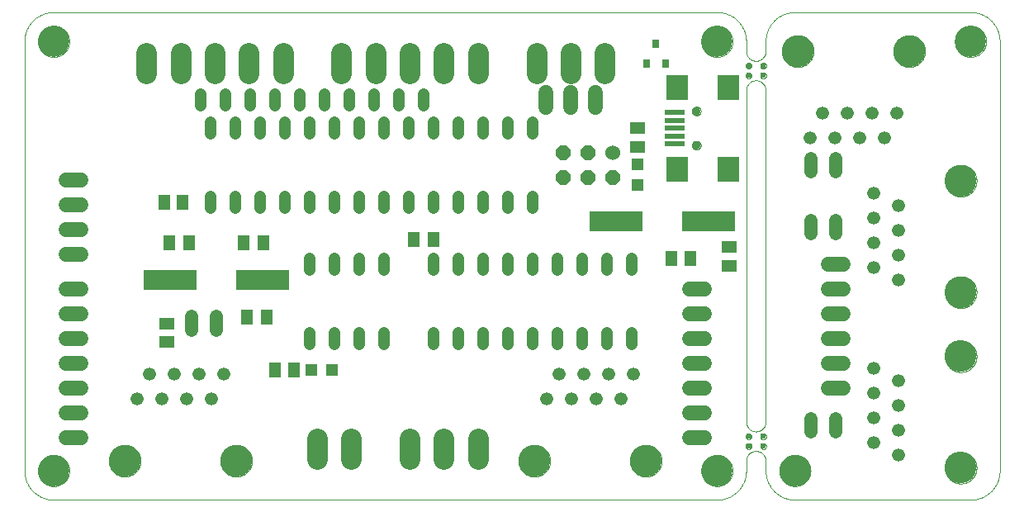
<source format=gts>
G75*
%MOIN*%
%OFA0B0*%
%FSLAX25Y25*%
%IPPOS*%
%LPD*%
%AMOC8*
5,1,8,0,0,1.08239X$1,22.5*
%
%ADD10C,0.00000*%
%ADD11C,0.12598*%
%ADD12C,0.02362*%
%ADD13R,0.04724X0.04724*%
%ADD14R,0.05118X0.06299*%
%ADD15R,0.06299X0.05118*%
%ADD16C,0.04800*%
%ADD17C,0.05250*%
%ADD18C,0.12800*%
%ADD19C,0.05400*%
%ADD20R,0.21654X0.07874*%
%ADD21R,0.05906X0.05118*%
%ADD22R,0.05118X0.05906*%
%ADD23C,0.06000*%
%ADD24OC8,0.06000*%
%ADD25C,0.06000*%
%ADD26R,0.03100X0.03500*%
%ADD27C,0.08400*%
%ADD28R,0.08661X0.09843*%
%ADD29R,0.07874X0.01969*%
%ADD30C,0.03543*%
D10*
X0013611Y0020494D02*
X0281328Y0020494D01*
X0281328Y0020495D02*
X0281613Y0020498D01*
X0281899Y0020509D01*
X0282184Y0020526D01*
X0282468Y0020550D01*
X0282752Y0020581D01*
X0283035Y0020619D01*
X0283316Y0020664D01*
X0283597Y0020715D01*
X0283877Y0020773D01*
X0284155Y0020838D01*
X0284431Y0020910D01*
X0284705Y0020988D01*
X0284978Y0021073D01*
X0285248Y0021165D01*
X0285516Y0021263D01*
X0285782Y0021367D01*
X0286045Y0021478D01*
X0286305Y0021595D01*
X0286563Y0021718D01*
X0286817Y0021848D01*
X0287068Y0021984D01*
X0287316Y0022125D01*
X0287560Y0022273D01*
X0287801Y0022426D01*
X0288037Y0022586D01*
X0288270Y0022751D01*
X0288499Y0022921D01*
X0288724Y0023097D01*
X0288944Y0023279D01*
X0289160Y0023465D01*
X0289371Y0023657D01*
X0289578Y0023854D01*
X0289780Y0024056D01*
X0289977Y0024263D01*
X0290169Y0024474D01*
X0290355Y0024690D01*
X0290537Y0024910D01*
X0290713Y0025135D01*
X0290883Y0025364D01*
X0291048Y0025597D01*
X0291208Y0025833D01*
X0291361Y0026074D01*
X0291509Y0026318D01*
X0291650Y0026566D01*
X0291786Y0026817D01*
X0291916Y0027071D01*
X0292039Y0027329D01*
X0292156Y0027589D01*
X0292267Y0027852D01*
X0292371Y0028118D01*
X0292469Y0028386D01*
X0292561Y0028656D01*
X0292646Y0028929D01*
X0292724Y0029203D01*
X0292796Y0029479D01*
X0292861Y0029757D01*
X0292919Y0030037D01*
X0292970Y0030318D01*
X0293015Y0030599D01*
X0293053Y0030882D01*
X0293084Y0031166D01*
X0293108Y0031450D01*
X0293125Y0031735D01*
X0293136Y0032021D01*
X0293139Y0032306D01*
X0293139Y0036243D01*
X0297076Y0040180D02*
X0297200Y0040178D01*
X0297323Y0040172D01*
X0297447Y0040163D01*
X0297569Y0040149D01*
X0297692Y0040132D01*
X0297814Y0040110D01*
X0297935Y0040085D01*
X0298055Y0040056D01*
X0298174Y0040024D01*
X0298293Y0039987D01*
X0298410Y0039947D01*
X0298525Y0039904D01*
X0298640Y0039856D01*
X0298752Y0039805D01*
X0298863Y0039751D01*
X0298973Y0039693D01*
X0299080Y0039632D01*
X0299186Y0039567D01*
X0299289Y0039499D01*
X0299390Y0039428D01*
X0299489Y0039354D01*
X0299586Y0039277D01*
X0299680Y0039196D01*
X0299771Y0039113D01*
X0299860Y0039027D01*
X0299946Y0038938D01*
X0300029Y0038847D01*
X0300110Y0038753D01*
X0300187Y0038656D01*
X0300261Y0038557D01*
X0300332Y0038456D01*
X0300400Y0038353D01*
X0300465Y0038247D01*
X0300526Y0038140D01*
X0300584Y0038030D01*
X0300638Y0037919D01*
X0300689Y0037807D01*
X0300737Y0037692D01*
X0300780Y0037577D01*
X0300820Y0037460D01*
X0300857Y0037341D01*
X0300889Y0037222D01*
X0300918Y0037102D01*
X0300943Y0036981D01*
X0300965Y0036859D01*
X0300982Y0036736D01*
X0300996Y0036614D01*
X0301005Y0036490D01*
X0301011Y0036367D01*
X0301013Y0036243D01*
X0301013Y0032306D01*
X0297076Y0040180D02*
X0296952Y0040178D01*
X0296829Y0040172D01*
X0296705Y0040163D01*
X0296583Y0040149D01*
X0296460Y0040132D01*
X0296338Y0040110D01*
X0296217Y0040085D01*
X0296097Y0040056D01*
X0295978Y0040024D01*
X0295859Y0039987D01*
X0295742Y0039947D01*
X0295627Y0039904D01*
X0295512Y0039856D01*
X0295400Y0039805D01*
X0295289Y0039751D01*
X0295179Y0039693D01*
X0295072Y0039632D01*
X0294966Y0039567D01*
X0294863Y0039499D01*
X0294762Y0039428D01*
X0294663Y0039354D01*
X0294566Y0039277D01*
X0294472Y0039196D01*
X0294381Y0039113D01*
X0294292Y0039027D01*
X0294206Y0038938D01*
X0294123Y0038847D01*
X0294042Y0038753D01*
X0293965Y0038656D01*
X0293891Y0038557D01*
X0293820Y0038456D01*
X0293752Y0038353D01*
X0293687Y0038247D01*
X0293626Y0038140D01*
X0293568Y0038030D01*
X0293514Y0037919D01*
X0293463Y0037807D01*
X0293415Y0037692D01*
X0293372Y0037577D01*
X0293332Y0037460D01*
X0293295Y0037341D01*
X0293263Y0037222D01*
X0293234Y0037102D01*
X0293209Y0036981D01*
X0293187Y0036859D01*
X0293170Y0036736D01*
X0293156Y0036614D01*
X0293147Y0036490D01*
X0293141Y0036367D01*
X0293139Y0036243D01*
X0292942Y0042148D02*
X0292944Y0042217D01*
X0292950Y0042285D01*
X0292960Y0042353D01*
X0292974Y0042420D01*
X0292992Y0042487D01*
X0293013Y0042552D01*
X0293039Y0042616D01*
X0293068Y0042678D01*
X0293100Y0042738D01*
X0293136Y0042797D01*
X0293176Y0042853D01*
X0293218Y0042907D01*
X0293264Y0042958D01*
X0293313Y0043007D01*
X0293364Y0043053D01*
X0293418Y0043095D01*
X0293474Y0043135D01*
X0293532Y0043171D01*
X0293593Y0043203D01*
X0293655Y0043232D01*
X0293719Y0043258D01*
X0293784Y0043279D01*
X0293851Y0043297D01*
X0293918Y0043311D01*
X0293986Y0043321D01*
X0294054Y0043327D01*
X0294123Y0043329D01*
X0294192Y0043327D01*
X0294260Y0043321D01*
X0294328Y0043311D01*
X0294395Y0043297D01*
X0294462Y0043279D01*
X0294527Y0043258D01*
X0294591Y0043232D01*
X0294653Y0043203D01*
X0294713Y0043171D01*
X0294772Y0043135D01*
X0294828Y0043095D01*
X0294882Y0043053D01*
X0294933Y0043007D01*
X0294982Y0042958D01*
X0295028Y0042907D01*
X0295070Y0042853D01*
X0295110Y0042797D01*
X0295146Y0042738D01*
X0295178Y0042678D01*
X0295207Y0042616D01*
X0295233Y0042552D01*
X0295254Y0042487D01*
X0295272Y0042420D01*
X0295286Y0042353D01*
X0295296Y0042285D01*
X0295302Y0042217D01*
X0295304Y0042148D01*
X0295302Y0042079D01*
X0295296Y0042011D01*
X0295286Y0041943D01*
X0295272Y0041876D01*
X0295254Y0041809D01*
X0295233Y0041744D01*
X0295207Y0041680D01*
X0295178Y0041618D01*
X0295146Y0041557D01*
X0295110Y0041499D01*
X0295070Y0041443D01*
X0295028Y0041389D01*
X0294982Y0041338D01*
X0294933Y0041289D01*
X0294882Y0041243D01*
X0294828Y0041201D01*
X0294772Y0041161D01*
X0294714Y0041125D01*
X0294653Y0041093D01*
X0294591Y0041064D01*
X0294527Y0041038D01*
X0294462Y0041017D01*
X0294395Y0040999D01*
X0294328Y0040985D01*
X0294260Y0040975D01*
X0294192Y0040969D01*
X0294123Y0040967D01*
X0294054Y0040969D01*
X0293986Y0040975D01*
X0293918Y0040985D01*
X0293851Y0040999D01*
X0293784Y0041017D01*
X0293719Y0041038D01*
X0293655Y0041064D01*
X0293593Y0041093D01*
X0293532Y0041125D01*
X0293474Y0041161D01*
X0293418Y0041201D01*
X0293364Y0041243D01*
X0293313Y0041289D01*
X0293264Y0041338D01*
X0293218Y0041389D01*
X0293176Y0041443D01*
X0293136Y0041499D01*
X0293100Y0041557D01*
X0293068Y0041618D01*
X0293039Y0041680D01*
X0293013Y0041744D01*
X0292992Y0041809D01*
X0292974Y0041876D01*
X0292960Y0041943D01*
X0292950Y0042011D01*
X0292944Y0042079D01*
X0292942Y0042148D01*
X0298847Y0042148D02*
X0298849Y0042217D01*
X0298855Y0042285D01*
X0298865Y0042353D01*
X0298879Y0042420D01*
X0298897Y0042487D01*
X0298918Y0042552D01*
X0298944Y0042616D01*
X0298973Y0042678D01*
X0299005Y0042738D01*
X0299041Y0042797D01*
X0299081Y0042853D01*
X0299123Y0042907D01*
X0299169Y0042958D01*
X0299218Y0043007D01*
X0299269Y0043053D01*
X0299323Y0043095D01*
X0299379Y0043135D01*
X0299437Y0043171D01*
X0299498Y0043203D01*
X0299560Y0043232D01*
X0299624Y0043258D01*
X0299689Y0043279D01*
X0299756Y0043297D01*
X0299823Y0043311D01*
X0299891Y0043321D01*
X0299959Y0043327D01*
X0300028Y0043329D01*
X0300097Y0043327D01*
X0300165Y0043321D01*
X0300233Y0043311D01*
X0300300Y0043297D01*
X0300367Y0043279D01*
X0300432Y0043258D01*
X0300496Y0043232D01*
X0300558Y0043203D01*
X0300618Y0043171D01*
X0300677Y0043135D01*
X0300733Y0043095D01*
X0300787Y0043053D01*
X0300838Y0043007D01*
X0300887Y0042958D01*
X0300933Y0042907D01*
X0300975Y0042853D01*
X0301015Y0042797D01*
X0301051Y0042738D01*
X0301083Y0042678D01*
X0301112Y0042616D01*
X0301138Y0042552D01*
X0301159Y0042487D01*
X0301177Y0042420D01*
X0301191Y0042353D01*
X0301201Y0042285D01*
X0301207Y0042217D01*
X0301209Y0042148D01*
X0301207Y0042079D01*
X0301201Y0042011D01*
X0301191Y0041943D01*
X0301177Y0041876D01*
X0301159Y0041809D01*
X0301138Y0041744D01*
X0301112Y0041680D01*
X0301083Y0041618D01*
X0301051Y0041557D01*
X0301015Y0041499D01*
X0300975Y0041443D01*
X0300933Y0041389D01*
X0300887Y0041338D01*
X0300838Y0041289D01*
X0300787Y0041243D01*
X0300733Y0041201D01*
X0300677Y0041161D01*
X0300619Y0041125D01*
X0300558Y0041093D01*
X0300496Y0041064D01*
X0300432Y0041038D01*
X0300367Y0041017D01*
X0300300Y0040999D01*
X0300233Y0040985D01*
X0300165Y0040975D01*
X0300097Y0040969D01*
X0300028Y0040967D01*
X0299959Y0040969D01*
X0299891Y0040975D01*
X0299823Y0040985D01*
X0299756Y0040999D01*
X0299689Y0041017D01*
X0299624Y0041038D01*
X0299560Y0041064D01*
X0299498Y0041093D01*
X0299437Y0041125D01*
X0299379Y0041161D01*
X0299323Y0041201D01*
X0299269Y0041243D01*
X0299218Y0041289D01*
X0299169Y0041338D01*
X0299123Y0041389D01*
X0299081Y0041443D01*
X0299041Y0041499D01*
X0299005Y0041557D01*
X0298973Y0041618D01*
X0298944Y0041680D01*
X0298918Y0041744D01*
X0298897Y0041809D01*
X0298879Y0041876D01*
X0298865Y0041943D01*
X0298855Y0042011D01*
X0298849Y0042079D01*
X0298847Y0042148D01*
X0298847Y0046085D02*
X0298849Y0046154D01*
X0298855Y0046222D01*
X0298865Y0046290D01*
X0298879Y0046357D01*
X0298897Y0046424D01*
X0298918Y0046489D01*
X0298944Y0046553D01*
X0298973Y0046615D01*
X0299005Y0046675D01*
X0299041Y0046734D01*
X0299081Y0046790D01*
X0299123Y0046844D01*
X0299169Y0046895D01*
X0299218Y0046944D01*
X0299269Y0046990D01*
X0299323Y0047032D01*
X0299379Y0047072D01*
X0299437Y0047108D01*
X0299498Y0047140D01*
X0299560Y0047169D01*
X0299624Y0047195D01*
X0299689Y0047216D01*
X0299756Y0047234D01*
X0299823Y0047248D01*
X0299891Y0047258D01*
X0299959Y0047264D01*
X0300028Y0047266D01*
X0300097Y0047264D01*
X0300165Y0047258D01*
X0300233Y0047248D01*
X0300300Y0047234D01*
X0300367Y0047216D01*
X0300432Y0047195D01*
X0300496Y0047169D01*
X0300558Y0047140D01*
X0300618Y0047108D01*
X0300677Y0047072D01*
X0300733Y0047032D01*
X0300787Y0046990D01*
X0300838Y0046944D01*
X0300887Y0046895D01*
X0300933Y0046844D01*
X0300975Y0046790D01*
X0301015Y0046734D01*
X0301051Y0046675D01*
X0301083Y0046615D01*
X0301112Y0046553D01*
X0301138Y0046489D01*
X0301159Y0046424D01*
X0301177Y0046357D01*
X0301191Y0046290D01*
X0301201Y0046222D01*
X0301207Y0046154D01*
X0301209Y0046085D01*
X0301207Y0046016D01*
X0301201Y0045948D01*
X0301191Y0045880D01*
X0301177Y0045813D01*
X0301159Y0045746D01*
X0301138Y0045681D01*
X0301112Y0045617D01*
X0301083Y0045555D01*
X0301051Y0045494D01*
X0301015Y0045436D01*
X0300975Y0045380D01*
X0300933Y0045326D01*
X0300887Y0045275D01*
X0300838Y0045226D01*
X0300787Y0045180D01*
X0300733Y0045138D01*
X0300677Y0045098D01*
X0300619Y0045062D01*
X0300558Y0045030D01*
X0300496Y0045001D01*
X0300432Y0044975D01*
X0300367Y0044954D01*
X0300300Y0044936D01*
X0300233Y0044922D01*
X0300165Y0044912D01*
X0300097Y0044906D01*
X0300028Y0044904D01*
X0299959Y0044906D01*
X0299891Y0044912D01*
X0299823Y0044922D01*
X0299756Y0044936D01*
X0299689Y0044954D01*
X0299624Y0044975D01*
X0299560Y0045001D01*
X0299498Y0045030D01*
X0299437Y0045062D01*
X0299379Y0045098D01*
X0299323Y0045138D01*
X0299269Y0045180D01*
X0299218Y0045226D01*
X0299169Y0045275D01*
X0299123Y0045326D01*
X0299081Y0045380D01*
X0299041Y0045436D01*
X0299005Y0045494D01*
X0298973Y0045555D01*
X0298944Y0045617D01*
X0298918Y0045681D01*
X0298897Y0045746D01*
X0298879Y0045813D01*
X0298865Y0045880D01*
X0298855Y0045948D01*
X0298849Y0046016D01*
X0298847Y0046085D01*
X0292942Y0046085D02*
X0292944Y0046154D01*
X0292950Y0046222D01*
X0292960Y0046290D01*
X0292974Y0046357D01*
X0292992Y0046424D01*
X0293013Y0046489D01*
X0293039Y0046553D01*
X0293068Y0046615D01*
X0293100Y0046675D01*
X0293136Y0046734D01*
X0293176Y0046790D01*
X0293218Y0046844D01*
X0293264Y0046895D01*
X0293313Y0046944D01*
X0293364Y0046990D01*
X0293418Y0047032D01*
X0293474Y0047072D01*
X0293532Y0047108D01*
X0293593Y0047140D01*
X0293655Y0047169D01*
X0293719Y0047195D01*
X0293784Y0047216D01*
X0293851Y0047234D01*
X0293918Y0047248D01*
X0293986Y0047258D01*
X0294054Y0047264D01*
X0294123Y0047266D01*
X0294192Y0047264D01*
X0294260Y0047258D01*
X0294328Y0047248D01*
X0294395Y0047234D01*
X0294462Y0047216D01*
X0294527Y0047195D01*
X0294591Y0047169D01*
X0294653Y0047140D01*
X0294713Y0047108D01*
X0294772Y0047072D01*
X0294828Y0047032D01*
X0294882Y0046990D01*
X0294933Y0046944D01*
X0294982Y0046895D01*
X0295028Y0046844D01*
X0295070Y0046790D01*
X0295110Y0046734D01*
X0295146Y0046675D01*
X0295178Y0046615D01*
X0295207Y0046553D01*
X0295233Y0046489D01*
X0295254Y0046424D01*
X0295272Y0046357D01*
X0295286Y0046290D01*
X0295296Y0046222D01*
X0295302Y0046154D01*
X0295304Y0046085D01*
X0295302Y0046016D01*
X0295296Y0045948D01*
X0295286Y0045880D01*
X0295272Y0045813D01*
X0295254Y0045746D01*
X0295233Y0045681D01*
X0295207Y0045617D01*
X0295178Y0045555D01*
X0295146Y0045494D01*
X0295110Y0045436D01*
X0295070Y0045380D01*
X0295028Y0045326D01*
X0294982Y0045275D01*
X0294933Y0045226D01*
X0294882Y0045180D01*
X0294828Y0045138D01*
X0294772Y0045098D01*
X0294714Y0045062D01*
X0294653Y0045030D01*
X0294591Y0045001D01*
X0294527Y0044975D01*
X0294462Y0044954D01*
X0294395Y0044936D01*
X0294328Y0044922D01*
X0294260Y0044912D01*
X0294192Y0044906D01*
X0294123Y0044904D01*
X0294054Y0044906D01*
X0293986Y0044912D01*
X0293918Y0044922D01*
X0293851Y0044936D01*
X0293784Y0044954D01*
X0293719Y0044975D01*
X0293655Y0045001D01*
X0293593Y0045030D01*
X0293532Y0045062D01*
X0293474Y0045098D01*
X0293418Y0045138D01*
X0293364Y0045180D01*
X0293313Y0045226D01*
X0293264Y0045275D01*
X0293218Y0045326D01*
X0293176Y0045380D01*
X0293136Y0045436D01*
X0293100Y0045494D01*
X0293068Y0045555D01*
X0293039Y0045617D01*
X0293013Y0045681D01*
X0292992Y0045746D01*
X0292974Y0045813D01*
X0292960Y0045880D01*
X0292950Y0045948D01*
X0292944Y0046016D01*
X0292942Y0046085D01*
X0293139Y0051991D02*
X0293139Y0185849D01*
X0293141Y0185973D01*
X0293147Y0186096D01*
X0293156Y0186220D01*
X0293170Y0186342D01*
X0293187Y0186465D01*
X0293209Y0186587D01*
X0293234Y0186708D01*
X0293263Y0186828D01*
X0293295Y0186947D01*
X0293332Y0187066D01*
X0293372Y0187183D01*
X0293415Y0187298D01*
X0293463Y0187413D01*
X0293514Y0187525D01*
X0293568Y0187636D01*
X0293626Y0187746D01*
X0293687Y0187853D01*
X0293752Y0187959D01*
X0293820Y0188062D01*
X0293891Y0188163D01*
X0293965Y0188262D01*
X0294042Y0188359D01*
X0294123Y0188453D01*
X0294206Y0188544D01*
X0294292Y0188633D01*
X0294381Y0188719D01*
X0294472Y0188802D01*
X0294566Y0188883D01*
X0294663Y0188960D01*
X0294762Y0189034D01*
X0294863Y0189105D01*
X0294966Y0189173D01*
X0295072Y0189238D01*
X0295179Y0189299D01*
X0295289Y0189357D01*
X0295400Y0189411D01*
X0295512Y0189462D01*
X0295627Y0189510D01*
X0295742Y0189553D01*
X0295859Y0189593D01*
X0295978Y0189630D01*
X0296097Y0189662D01*
X0296217Y0189691D01*
X0296338Y0189716D01*
X0296460Y0189738D01*
X0296583Y0189755D01*
X0296705Y0189769D01*
X0296829Y0189778D01*
X0296952Y0189784D01*
X0297076Y0189786D01*
X0298847Y0191754D02*
X0298849Y0191823D01*
X0298855Y0191891D01*
X0298865Y0191959D01*
X0298879Y0192026D01*
X0298897Y0192093D01*
X0298918Y0192158D01*
X0298944Y0192222D01*
X0298973Y0192284D01*
X0299005Y0192344D01*
X0299041Y0192403D01*
X0299081Y0192459D01*
X0299123Y0192513D01*
X0299169Y0192564D01*
X0299218Y0192613D01*
X0299269Y0192659D01*
X0299323Y0192701D01*
X0299379Y0192741D01*
X0299437Y0192777D01*
X0299498Y0192809D01*
X0299560Y0192838D01*
X0299624Y0192864D01*
X0299689Y0192885D01*
X0299756Y0192903D01*
X0299823Y0192917D01*
X0299891Y0192927D01*
X0299959Y0192933D01*
X0300028Y0192935D01*
X0300097Y0192933D01*
X0300165Y0192927D01*
X0300233Y0192917D01*
X0300300Y0192903D01*
X0300367Y0192885D01*
X0300432Y0192864D01*
X0300496Y0192838D01*
X0300558Y0192809D01*
X0300618Y0192777D01*
X0300677Y0192741D01*
X0300733Y0192701D01*
X0300787Y0192659D01*
X0300838Y0192613D01*
X0300887Y0192564D01*
X0300933Y0192513D01*
X0300975Y0192459D01*
X0301015Y0192403D01*
X0301051Y0192344D01*
X0301083Y0192284D01*
X0301112Y0192222D01*
X0301138Y0192158D01*
X0301159Y0192093D01*
X0301177Y0192026D01*
X0301191Y0191959D01*
X0301201Y0191891D01*
X0301207Y0191823D01*
X0301209Y0191754D01*
X0301207Y0191685D01*
X0301201Y0191617D01*
X0301191Y0191549D01*
X0301177Y0191482D01*
X0301159Y0191415D01*
X0301138Y0191350D01*
X0301112Y0191286D01*
X0301083Y0191224D01*
X0301051Y0191163D01*
X0301015Y0191105D01*
X0300975Y0191049D01*
X0300933Y0190995D01*
X0300887Y0190944D01*
X0300838Y0190895D01*
X0300787Y0190849D01*
X0300733Y0190807D01*
X0300677Y0190767D01*
X0300619Y0190731D01*
X0300558Y0190699D01*
X0300496Y0190670D01*
X0300432Y0190644D01*
X0300367Y0190623D01*
X0300300Y0190605D01*
X0300233Y0190591D01*
X0300165Y0190581D01*
X0300097Y0190575D01*
X0300028Y0190573D01*
X0299959Y0190575D01*
X0299891Y0190581D01*
X0299823Y0190591D01*
X0299756Y0190605D01*
X0299689Y0190623D01*
X0299624Y0190644D01*
X0299560Y0190670D01*
X0299498Y0190699D01*
X0299437Y0190731D01*
X0299379Y0190767D01*
X0299323Y0190807D01*
X0299269Y0190849D01*
X0299218Y0190895D01*
X0299169Y0190944D01*
X0299123Y0190995D01*
X0299081Y0191049D01*
X0299041Y0191105D01*
X0299005Y0191163D01*
X0298973Y0191224D01*
X0298944Y0191286D01*
X0298918Y0191350D01*
X0298897Y0191415D01*
X0298879Y0191482D01*
X0298865Y0191549D01*
X0298855Y0191617D01*
X0298849Y0191685D01*
X0298847Y0191754D01*
X0292942Y0191754D02*
X0292944Y0191823D01*
X0292950Y0191891D01*
X0292960Y0191959D01*
X0292974Y0192026D01*
X0292992Y0192093D01*
X0293013Y0192158D01*
X0293039Y0192222D01*
X0293068Y0192284D01*
X0293100Y0192344D01*
X0293136Y0192403D01*
X0293176Y0192459D01*
X0293218Y0192513D01*
X0293264Y0192564D01*
X0293313Y0192613D01*
X0293364Y0192659D01*
X0293418Y0192701D01*
X0293474Y0192741D01*
X0293532Y0192777D01*
X0293593Y0192809D01*
X0293655Y0192838D01*
X0293719Y0192864D01*
X0293784Y0192885D01*
X0293851Y0192903D01*
X0293918Y0192917D01*
X0293986Y0192927D01*
X0294054Y0192933D01*
X0294123Y0192935D01*
X0294192Y0192933D01*
X0294260Y0192927D01*
X0294328Y0192917D01*
X0294395Y0192903D01*
X0294462Y0192885D01*
X0294527Y0192864D01*
X0294591Y0192838D01*
X0294653Y0192809D01*
X0294713Y0192777D01*
X0294772Y0192741D01*
X0294828Y0192701D01*
X0294882Y0192659D01*
X0294933Y0192613D01*
X0294982Y0192564D01*
X0295028Y0192513D01*
X0295070Y0192459D01*
X0295110Y0192403D01*
X0295146Y0192344D01*
X0295178Y0192284D01*
X0295207Y0192222D01*
X0295233Y0192158D01*
X0295254Y0192093D01*
X0295272Y0192026D01*
X0295286Y0191959D01*
X0295296Y0191891D01*
X0295302Y0191823D01*
X0295304Y0191754D01*
X0295302Y0191685D01*
X0295296Y0191617D01*
X0295286Y0191549D01*
X0295272Y0191482D01*
X0295254Y0191415D01*
X0295233Y0191350D01*
X0295207Y0191286D01*
X0295178Y0191224D01*
X0295146Y0191163D01*
X0295110Y0191105D01*
X0295070Y0191049D01*
X0295028Y0190995D01*
X0294982Y0190944D01*
X0294933Y0190895D01*
X0294882Y0190849D01*
X0294828Y0190807D01*
X0294772Y0190767D01*
X0294714Y0190731D01*
X0294653Y0190699D01*
X0294591Y0190670D01*
X0294527Y0190644D01*
X0294462Y0190623D01*
X0294395Y0190605D01*
X0294328Y0190591D01*
X0294260Y0190581D01*
X0294192Y0190575D01*
X0294123Y0190573D01*
X0294054Y0190575D01*
X0293986Y0190581D01*
X0293918Y0190591D01*
X0293851Y0190605D01*
X0293784Y0190623D01*
X0293719Y0190644D01*
X0293655Y0190670D01*
X0293593Y0190699D01*
X0293532Y0190731D01*
X0293474Y0190767D01*
X0293418Y0190807D01*
X0293364Y0190849D01*
X0293313Y0190895D01*
X0293264Y0190944D01*
X0293218Y0190995D01*
X0293176Y0191049D01*
X0293136Y0191105D01*
X0293100Y0191163D01*
X0293068Y0191224D01*
X0293039Y0191286D01*
X0293013Y0191350D01*
X0292992Y0191415D01*
X0292974Y0191482D01*
X0292960Y0191549D01*
X0292950Y0191617D01*
X0292944Y0191685D01*
X0292942Y0191754D01*
X0292942Y0195691D02*
X0292944Y0195760D01*
X0292950Y0195828D01*
X0292960Y0195896D01*
X0292974Y0195963D01*
X0292992Y0196030D01*
X0293013Y0196095D01*
X0293039Y0196159D01*
X0293068Y0196221D01*
X0293100Y0196281D01*
X0293136Y0196340D01*
X0293176Y0196396D01*
X0293218Y0196450D01*
X0293264Y0196501D01*
X0293313Y0196550D01*
X0293364Y0196596D01*
X0293418Y0196638D01*
X0293474Y0196678D01*
X0293532Y0196714D01*
X0293593Y0196746D01*
X0293655Y0196775D01*
X0293719Y0196801D01*
X0293784Y0196822D01*
X0293851Y0196840D01*
X0293918Y0196854D01*
X0293986Y0196864D01*
X0294054Y0196870D01*
X0294123Y0196872D01*
X0294192Y0196870D01*
X0294260Y0196864D01*
X0294328Y0196854D01*
X0294395Y0196840D01*
X0294462Y0196822D01*
X0294527Y0196801D01*
X0294591Y0196775D01*
X0294653Y0196746D01*
X0294713Y0196714D01*
X0294772Y0196678D01*
X0294828Y0196638D01*
X0294882Y0196596D01*
X0294933Y0196550D01*
X0294982Y0196501D01*
X0295028Y0196450D01*
X0295070Y0196396D01*
X0295110Y0196340D01*
X0295146Y0196281D01*
X0295178Y0196221D01*
X0295207Y0196159D01*
X0295233Y0196095D01*
X0295254Y0196030D01*
X0295272Y0195963D01*
X0295286Y0195896D01*
X0295296Y0195828D01*
X0295302Y0195760D01*
X0295304Y0195691D01*
X0295302Y0195622D01*
X0295296Y0195554D01*
X0295286Y0195486D01*
X0295272Y0195419D01*
X0295254Y0195352D01*
X0295233Y0195287D01*
X0295207Y0195223D01*
X0295178Y0195161D01*
X0295146Y0195100D01*
X0295110Y0195042D01*
X0295070Y0194986D01*
X0295028Y0194932D01*
X0294982Y0194881D01*
X0294933Y0194832D01*
X0294882Y0194786D01*
X0294828Y0194744D01*
X0294772Y0194704D01*
X0294714Y0194668D01*
X0294653Y0194636D01*
X0294591Y0194607D01*
X0294527Y0194581D01*
X0294462Y0194560D01*
X0294395Y0194542D01*
X0294328Y0194528D01*
X0294260Y0194518D01*
X0294192Y0194512D01*
X0294123Y0194510D01*
X0294054Y0194512D01*
X0293986Y0194518D01*
X0293918Y0194528D01*
X0293851Y0194542D01*
X0293784Y0194560D01*
X0293719Y0194581D01*
X0293655Y0194607D01*
X0293593Y0194636D01*
X0293532Y0194668D01*
X0293474Y0194704D01*
X0293418Y0194744D01*
X0293364Y0194786D01*
X0293313Y0194832D01*
X0293264Y0194881D01*
X0293218Y0194932D01*
X0293176Y0194986D01*
X0293136Y0195042D01*
X0293100Y0195100D01*
X0293068Y0195161D01*
X0293039Y0195223D01*
X0293013Y0195287D01*
X0292992Y0195352D01*
X0292974Y0195419D01*
X0292960Y0195486D01*
X0292950Y0195554D01*
X0292944Y0195622D01*
X0292942Y0195691D01*
X0298847Y0195691D02*
X0298849Y0195760D01*
X0298855Y0195828D01*
X0298865Y0195896D01*
X0298879Y0195963D01*
X0298897Y0196030D01*
X0298918Y0196095D01*
X0298944Y0196159D01*
X0298973Y0196221D01*
X0299005Y0196281D01*
X0299041Y0196340D01*
X0299081Y0196396D01*
X0299123Y0196450D01*
X0299169Y0196501D01*
X0299218Y0196550D01*
X0299269Y0196596D01*
X0299323Y0196638D01*
X0299379Y0196678D01*
X0299437Y0196714D01*
X0299498Y0196746D01*
X0299560Y0196775D01*
X0299624Y0196801D01*
X0299689Y0196822D01*
X0299756Y0196840D01*
X0299823Y0196854D01*
X0299891Y0196864D01*
X0299959Y0196870D01*
X0300028Y0196872D01*
X0300097Y0196870D01*
X0300165Y0196864D01*
X0300233Y0196854D01*
X0300300Y0196840D01*
X0300367Y0196822D01*
X0300432Y0196801D01*
X0300496Y0196775D01*
X0300558Y0196746D01*
X0300618Y0196714D01*
X0300677Y0196678D01*
X0300733Y0196638D01*
X0300787Y0196596D01*
X0300838Y0196550D01*
X0300887Y0196501D01*
X0300933Y0196450D01*
X0300975Y0196396D01*
X0301015Y0196340D01*
X0301051Y0196281D01*
X0301083Y0196221D01*
X0301112Y0196159D01*
X0301138Y0196095D01*
X0301159Y0196030D01*
X0301177Y0195963D01*
X0301191Y0195896D01*
X0301201Y0195828D01*
X0301207Y0195760D01*
X0301209Y0195691D01*
X0301207Y0195622D01*
X0301201Y0195554D01*
X0301191Y0195486D01*
X0301177Y0195419D01*
X0301159Y0195352D01*
X0301138Y0195287D01*
X0301112Y0195223D01*
X0301083Y0195161D01*
X0301051Y0195100D01*
X0301015Y0195042D01*
X0300975Y0194986D01*
X0300933Y0194932D01*
X0300887Y0194881D01*
X0300838Y0194832D01*
X0300787Y0194786D01*
X0300733Y0194744D01*
X0300677Y0194704D01*
X0300619Y0194668D01*
X0300558Y0194636D01*
X0300496Y0194607D01*
X0300432Y0194581D01*
X0300367Y0194560D01*
X0300300Y0194542D01*
X0300233Y0194528D01*
X0300165Y0194518D01*
X0300097Y0194512D01*
X0300028Y0194510D01*
X0299959Y0194512D01*
X0299891Y0194518D01*
X0299823Y0194528D01*
X0299756Y0194542D01*
X0299689Y0194560D01*
X0299624Y0194581D01*
X0299560Y0194607D01*
X0299498Y0194636D01*
X0299437Y0194668D01*
X0299379Y0194704D01*
X0299323Y0194744D01*
X0299269Y0194786D01*
X0299218Y0194832D01*
X0299169Y0194881D01*
X0299123Y0194932D01*
X0299081Y0194986D01*
X0299041Y0195042D01*
X0299005Y0195100D01*
X0298973Y0195161D01*
X0298944Y0195223D01*
X0298918Y0195287D01*
X0298897Y0195352D01*
X0298879Y0195419D01*
X0298865Y0195486D01*
X0298855Y0195554D01*
X0298849Y0195622D01*
X0298847Y0195691D01*
X0297076Y0197660D02*
X0297200Y0197662D01*
X0297323Y0197668D01*
X0297447Y0197677D01*
X0297569Y0197691D01*
X0297692Y0197708D01*
X0297814Y0197730D01*
X0297935Y0197755D01*
X0298055Y0197784D01*
X0298174Y0197816D01*
X0298293Y0197853D01*
X0298410Y0197893D01*
X0298525Y0197936D01*
X0298640Y0197984D01*
X0298752Y0198035D01*
X0298863Y0198089D01*
X0298973Y0198147D01*
X0299080Y0198208D01*
X0299186Y0198273D01*
X0299289Y0198341D01*
X0299390Y0198412D01*
X0299489Y0198486D01*
X0299586Y0198563D01*
X0299680Y0198644D01*
X0299771Y0198727D01*
X0299860Y0198813D01*
X0299946Y0198902D01*
X0300029Y0198993D01*
X0300110Y0199087D01*
X0300187Y0199184D01*
X0300261Y0199283D01*
X0300332Y0199384D01*
X0300400Y0199487D01*
X0300465Y0199593D01*
X0300526Y0199700D01*
X0300584Y0199810D01*
X0300638Y0199921D01*
X0300689Y0200033D01*
X0300737Y0200148D01*
X0300780Y0200263D01*
X0300820Y0200380D01*
X0300857Y0200499D01*
X0300889Y0200618D01*
X0300918Y0200738D01*
X0300943Y0200859D01*
X0300965Y0200981D01*
X0300982Y0201104D01*
X0300996Y0201226D01*
X0301005Y0201350D01*
X0301011Y0201473D01*
X0301013Y0201597D01*
X0301013Y0205534D01*
X0293139Y0201597D02*
X0293141Y0201473D01*
X0293147Y0201350D01*
X0293156Y0201226D01*
X0293170Y0201104D01*
X0293187Y0200981D01*
X0293209Y0200859D01*
X0293234Y0200738D01*
X0293263Y0200618D01*
X0293295Y0200499D01*
X0293332Y0200380D01*
X0293372Y0200263D01*
X0293415Y0200148D01*
X0293463Y0200033D01*
X0293514Y0199921D01*
X0293568Y0199810D01*
X0293626Y0199700D01*
X0293687Y0199593D01*
X0293752Y0199487D01*
X0293820Y0199384D01*
X0293891Y0199283D01*
X0293965Y0199184D01*
X0294042Y0199087D01*
X0294123Y0198993D01*
X0294206Y0198902D01*
X0294292Y0198813D01*
X0294381Y0198727D01*
X0294472Y0198644D01*
X0294566Y0198563D01*
X0294663Y0198486D01*
X0294762Y0198412D01*
X0294863Y0198341D01*
X0294966Y0198273D01*
X0295072Y0198208D01*
X0295179Y0198147D01*
X0295289Y0198089D01*
X0295400Y0198035D01*
X0295512Y0197984D01*
X0295627Y0197936D01*
X0295742Y0197893D01*
X0295859Y0197853D01*
X0295978Y0197816D01*
X0296097Y0197784D01*
X0296217Y0197755D01*
X0296338Y0197730D01*
X0296460Y0197708D01*
X0296583Y0197691D01*
X0296705Y0197677D01*
X0296829Y0197668D01*
X0296952Y0197662D01*
X0297076Y0197660D01*
X0293139Y0201597D02*
X0293139Y0205534D01*
X0293136Y0205819D01*
X0293125Y0206105D01*
X0293108Y0206390D01*
X0293084Y0206674D01*
X0293053Y0206958D01*
X0293015Y0207241D01*
X0292970Y0207522D01*
X0292919Y0207803D01*
X0292861Y0208083D01*
X0292796Y0208361D01*
X0292724Y0208637D01*
X0292646Y0208911D01*
X0292561Y0209184D01*
X0292469Y0209454D01*
X0292371Y0209722D01*
X0292267Y0209988D01*
X0292156Y0210251D01*
X0292039Y0210511D01*
X0291916Y0210769D01*
X0291786Y0211023D01*
X0291650Y0211274D01*
X0291509Y0211522D01*
X0291361Y0211766D01*
X0291208Y0212007D01*
X0291048Y0212243D01*
X0290883Y0212476D01*
X0290713Y0212705D01*
X0290537Y0212930D01*
X0290355Y0213150D01*
X0290169Y0213366D01*
X0289977Y0213577D01*
X0289780Y0213784D01*
X0289578Y0213986D01*
X0289371Y0214183D01*
X0289160Y0214375D01*
X0288944Y0214561D01*
X0288724Y0214743D01*
X0288499Y0214919D01*
X0288270Y0215089D01*
X0288037Y0215254D01*
X0287801Y0215414D01*
X0287560Y0215567D01*
X0287316Y0215715D01*
X0287068Y0215856D01*
X0286817Y0215992D01*
X0286563Y0216122D01*
X0286305Y0216245D01*
X0286045Y0216362D01*
X0285782Y0216473D01*
X0285516Y0216577D01*
X0285248Y0216675D01*
X0284978Y0216767D01*
X0284705Y0216852D01*
X0284431Y0216930D01*
X0284155Y0217002D01*
X0283877Y0217067D01*
X0283597Y0217125D01*
X0283316Y0217176D01*
X0283035Y0217221D01*
X0282752Y0217259D01*
X0282468Y0217290D01*
X0282184Y0217314D01*
X0281899Y0217331D01*
X0281613Y0217342D01*
X0281328Y0217345D01*
X0013611Y0217345D01*
X0013326Y0217342D01*
X0013040Y0217331D01*
X0012755Y0217314D01*
X0012471Y0217290D01*
X0012187Y0217259D01*
X0011904Y0217221D01*
X0011623Y0217176D01*
X0011342Y0217125D01*
X0011062Y0217067D01*
X0010784Y0217002D01*
X0010508Y0216930D01*
X0010234Y0216852D01*
X0009961Y0216767D01*
X0009691Y0216675D01*
X0009423Y0216577D01*
X0009157Y0216473D01*
X0008894Y0216362D01*
X0008634Y0216245D01*
X0008376Y0216122D01*
X0008122Y0215992D01*
X0007871Y0215856D01*
X0007623Y0215715D01*
X0007379Y0215567D01*
X0007138Y0215414D01*
X0006902Y0215254D01*
X0006669Y0215089D01*
X0006440Y0214919D01*
X0006215Y0214743D01*
X0005995Y0214561D01*
X0005779Y0214375D01*
X0005568Y0214183D01*
X0005361Y0213986D01*
X0005159Y0213784D01*
X0004962Y0213577D01*
X0004770Y0213366D01*
X0004584Y0213150D01*
X0004402Y0212930D01*
X0004226Y0212705D01*
X0004056Y0212476D01*
X0003891Y0212243D01*
X0003731Y0212007D01*
X0003578Y0211766D01*
X0003430Y0211522D01*
X0003289Y0211274D01*
X0003153Y0211023D01*
X0003023Y0210769D01*
X0002900Y0210511D01*
X0002783Y0210251D01*
X0002672Y0209988D01*
X0002568Y0209722D01*
X0002470Y0209454D01*
X0002378Y0209184D01*
X0002293Y0208911D01*
X0002215Y0208637D01*
X0002143Y0208361D01*
X0002078Y0208083D01*
X0002020Y0207803D01*
X0001969Y0207522D01*
X0001924Y0207241D01*
X0001886Y0206958D01*
X0001855Y0206674D01*
X0001831Y0206390D01*
X0001814Y0206105D01*
X0001803Y0205819D01*
X0001800Y0205534D01*
X0001800Y0032306D01*
X0001803Y0032021D01*
X0001814Y0031735D01*
X0001831Y0031450D01*
X0001855Y0031166D01*
X0001886Y0030882D01*
X0001924Y0030599D01*
X0001969Y0030318D01*
X0002020Y0030037D01*
X0002078Y0029757D01*
X0002143Y0029479D01*
X0002215Y0029203D01*
X0002293Y0028929D01*
X0002378Y0028656D01*
X0002470Y0028386D01*
X0002568Y0028118D01*
X0002672Y0027852D01*
X0002783Y0027589D01*
X0002900Y0027329D01*
X0003023Y0027071D01*
X0003153Y0026817D01*
X0003289Y0026566D01*
X0003430Y0026318D01*
X0003578Y0026074D01*
X0003731Y0025833D01*
X0003891Y0025597D01*
X0004056Y0025364D01*
X0004226Y0025135D01*
X0004402Y0024910D01*
X0004584Y0024690D01*
X0004770Y0024474D01*
X0004962Y0024263D01*
X0005159Y0024056D01*
X0005361Y0023854D01*
X0005568Y0023657D01*
X0005779Y0023465D01*
X0005995Y0023279D01*
X0006215Y0023097D01*
X0006440Y0022921D01*
X0006669Y0022751D01*
X0006902Y0022586D01*
X0007138Y0022426D01*
X0007379Y0022273D01*
X0007623Y0022125D01*
X0007871Y0021984D01*
X0008122Y0021848D01*
X0008376Y0021718D01*
X0008634Y0021595D01*
X0008894Y0021478D01*
X0009157Y0021367D01*
X0009423Y0021263D01*
X0009691Y0021165D01*
X0009961Y0021073D01*
X0010234Y0020988D01*
X0010508Y0020910D01*
X0010784Y0020838D01*
X0011062Y0020773D01*
X0011342Y0020715D01*
X0011623Y0020664D01*
X0011904Y0020619D01*
X0012187Y0020581D01*
X0012471Y0020550D01*
X0012755Y0020526D01*
X0013040Y0020509D01*
X0013326Y0020498D01*
X0013611Y0020495D01*
X0007312Y0032306D02*
X0007314Y0032464D01*
X0007320Y0032622D01*
X0007330Y0032780D01*
X0007344Y0032938D01*
X0007362Y0033095D01*
X0007383Y0033252D01*
X0007409Y0033408D01*
X0007439Y0033564D01*
X0007472Y0033719D01*
X0007510Y0033872D01*
X0007551Y0034025D01*
X0007596Y0034177D01*
X0007645Y0034328D01*
X0007698Y0034477D01*
X0007754Y0034625D01*
X0007814Y0034771D01*
X0007878Y0034916D01*
X0007946Y0035059D01*
X0008017Y0035201D01*
X0008091Y0035341D01*
X0008169Y0035478D01*
X0008251Y0035614D01*
X0008335Y0035748D01*
X0008424Y0035879D01*
X0008515Y0036008D01*
X0008610Y0036135D01*
X0008707Y0036260D01*
X0008808Y0036382D01*
X0008912Y0036501D01*
X0009019Y0036618D01*
X0009129Y0036732D01*
X0009242Y0036843D01*
X0009357Y0036952D01*
X0009475Y0037057D01*
X0009596Y0037159D01*
X0009719Y0037259D01*
X0009845Y0037355D01*
X0009973Y0037448D01*
X0010103Y0037538D01*
X0010236Y0037624D01*
X0010371Y0037708D01*
X0010507Y0037787D01*
X0010646Y0037864D01*
X0010787Y0037936D01*
X0010929Y0038006D01*
X0011073Y0038071D01*
X0011219Y0038133D01*
X0011366Y0038191D01*
X0011515Y0038246D01*
X0011665Y0038297D01*
X0011816Y0038344D01*
X0011968Y0038387D01*
X0012121Y0038426D01*
X0012276Y0038462D01*
X0012431Y0038493D01*
X0012587Y0038521D01*
X0012743Y0038545D01*
X0012900Y0038565D01*
X0013058Y0038581D01*
X0013215Y0038593D01*
X0013374Y0038601D01*
X0013532Y0038605D01*
X0013690Y0038605D01*
X0013848Y0038601D01*
X0014007Y0038593D01*
X0014164Y0038581D01*
X0014322Y0038565D01*
X0014479Y0038545D01*
X0014635Y0038521D01*
X0014791Y0038493D01*
X0014946Y0038462D01*
X0015101Y0038426D01*
X0015254Y0038387D01*
X0015406Y0038344D01*
X0015557Y0038297D01*
X0015707Y0038246D01*
X0015856Y0038191D01*
X0016003Y0038133D01*
X0016149Y0038071D01*
X0016293Y0038006D01*
X0016435Y0037936D01*
X0016576Y0037864D01*
X0016715Y0037787D01*
X0016851Y0037708D01*
X0016986Y0037624D01*
X0017119Y0037538D01*
X0017249Y0037448D01*
X0017377Y0037355D01*
X0017503Y0037259D01*
X0017626Y0037159D01*
X0017747Y0037057D01*
X0017865Y0036952D01*
X0017980Y0036843D01*
X0018093Y0036732D01*
X0018203Y0036618D01*
X0018310Y0036501D01*
X0018414Y0036382D01*
X0018515Y0036260D01*
X0018612Y0036135D01*
X0018707Y0036008D01*
X0018798Y0035879D01*
X0018887Y0035748D01*
X0018971Y0035614D01*
X0019053Y0035478D01*
X0019131Y0035341D01*
X0019205Y0035201D01*
X0019276Y0035059D01*
X0019344Y0034916D01*
X0019408Y0034771D01*
X0019468Y0034625D01*
X0019524Y0034477D01*
X0019577Y0034328D01*
X0019626Y0034177D01*
X0019671Y0034025D01*
X0019712Y0033872D01*
X0019750Y0033719D01*
X0019783Y0033564D01*
X0019813Y0033408D01*
X0019839Y0033252D01*
X0019860Y0033095D01*
X0019878Y0032938D01*
X0019892Y0032780D01*
X0019902Y0032622D01*
X0019908Y0032464D01*
X0019910Y0032306D01*
X0019908Y0032148D01*
X0019902Y0031990D01*
X0019892Y0031832D01*
X0019878Y0031674D01*
X0019860Y0031517D01*
X0019839Y0031360D01*
X0019813Y0031204D01*
X0019783Y0031048D01*
X0019750Y0030893D01*
X0019712Y0030740D01*
X0019671Y0030587D01*
X0019626Y0030435D01*
X0019577Y0030284D01*
X0019524Y0030135D01*
X0019468Y0029987D01*
X0019408Y0029841D01*
X0019344Y0029696D01*
X0019276Y0029553D01*
X0019205Y0029411D01*
X0019131Y0029271D01*
X0019053Y0029134D01*
X0018971Y0028998D01*
X0018887Y0028864D01*
X0018798Y0028733D01*
X0018707Y0028604D01*
X0018612Y0028477D01*
X0018515Y0028352D01*
X0018414Y0028230D01*
X0018310Y0028111D01*
X0018203Y0027994D01*
X0018093Y0027880D01*
X0017980Y0027769D01*
X0017865Y0027660D01*
X0017747Y0027555D01*
X0017626Y0027453D01*
X0017503Y0027353D01*
X0017377Y0027257D01*
X0017249Y0027164D01*
X0017119Y0027074D01*
X0016986Y0026988D01*
X0016851Y0026904D01*
X0016715Y0026825D01*
X0016576Y0026748D01*
X0016435Y0026676D01*
X0016293Y0026606D01*
X0016149Y0026541D01*
X0016003Y0026479D01*
X0015856Y0026421D01*
X0015707Y0026366D01*
X0015557Y0026315D01*
X0015406Y0026268D01*
X0015254Y0026225D01*
X0015101Y0026186D01*
X0014946Y0026150D01*
X0014791Y0026119D01*
X0014635Y0026091D01*
X0014479Y0026067D01*
X0014322Y0026047D01*
X0014164Y0026031D01*
X0014007Y0026019D01*
X0013848Y0026011D01*
X0013690Y0026007D01*
X0013532Y0026007D01*
X0013374Y0026011D01*
X0013215Y0026019D01*
X0013058Y0026031D01*
X0012900Y0026047D01*
X0012743Y0026067D01*
X0012587Y0026091D01*
X0012431Y0026119D01*
X0012276Y0026150D01*
X0012121Y0026186D01*
X0011968Y0026225D01*
X0011816Y0026268D01*
X0011665Y0026315D01*
X0011515Y0026366D01*
X0011366Y0026421D01*
X0011219Y0026479D01*
X0011073Y0026541D01*
X0010929Y0026606D01*
X0010787Y0026676D01*
X0010646Y0026748D01*
X0010507Y0026825D01*
X0010371Y0026904D01*
X0010236Y0026988D01*
X0010103Y0027074D01*
X0009973Y0027164D01*
X0009845Y0027257D01*
X0009719Y0027353D01*
X0009596Y0027453D01*
X0009475Y0027555D01*
X0009357Y0027660D01*
X0009242Y0027769D01*
X0009129Y0027880D01*
X0009019Y0027994D01*
X0008912Y0028111D01*
X0008808Y0028230D01*
X0008707Y0028352D01*
X0008610Y0028477D01*
X0008515Y0028604D01*
X0008424Y0028733D01*
X0008335Y0028864D01*
X0008251Y0028998D01*
X0008169Y0029134D01*
X0008091Y0029271D01*
X0008017Y0029411D01*
X0007946Y0029553D01*
X0007878Y0029696D01*
X0007814Y0029841D01*
X0007754Y0029987D01*
X0007698Y0030135D01*
X0007645Y0030284D01*
X0007596Y0030435D01*
X0007551Y0030587D01*
X0007510Y0030740D01*
X0007472Y0030893D01*
X0007439Y0031048D01*
X0007409Y0031204D01*
X0007383Y0031360D01*
X0007362Y0031517D01*
X0007344Y0031674D01*
X0007330Y0031832D01*
X0007320Y0031990D01*
X0007314Y0032148D01*
X0007312Y0032306D01*
X0035892Y0036243D02*
X0035894Y0036403D01*
X0035900Y0036562D01*
X0035910Y0036721D01*
X0035924Y0036880D01*
X0035942Y0037039D01*
X0035963Y0037197D01*
X0035989Y0037354D01*
X0036019Y0037511D01*
X0036052Y0037667D01*
X0036090Y0037822D01*
X0036131Y0037976D01*
X0036176Y0038129D01*
X0036225Y0038281D01*
X0036278Y0038432D01*
X0036334Y0038581D01*
X0036395Y0038729D01*
X0036458Y0038875D01*
X0036526Y0039020D01*
X0036597Y0039163D01*
X0036671Y0039304D01*
X0036749Y0039443D01*
X0036831Y0039580D01*
X0036916Y0039715D01*
X0037004Y0039848D01*
X0037096Y0039979D01*
X0037190Y0040107D01*
X0037288Y0040233D01*
X0037389Y0040357D01*
X0037493Y0040478D01*
X0037600Y0040596D01*
X0037710Y0040712D01*
X0037823Y0040825D01*
X0037939Y0040935D01*
X0038057Y0041042D01*
X0038178Y0041146D01*
X0038302Y0041247D01*
X0038428Y0041345D01*
X0038556Y0041439D01*
X0038687Y0041531D01*
X0038820Y0041619D01*
X0038955Y0041704D01*
X0039092Y0041786D01*
X0039231Y0041864D01*
X0039372Y0041938D01*
X0039515Y0042009D01*
X0039660Y0042077D01*
X0039806Y0042140D01*
X0039954Y0042201D01*
X0040103Y0042257D01*
X0040254Y0042310D01*
X0040406Y0042359D01*
X0040559Y0042404D01*
X0040713Y0042445D01*
X0040868Y0042483D01*
X0041024Y0042516D01*
X0041181Y0042546D01*
X0041338Y0042572D01*
X0041496Y0042593D01*
X0041655Y0042611D01*
X0041814Y0042625D01*
X0041973Y0042635D01*
X0042132Y0042641D01*
X0042292Y0042643D01*
X0042452Y0042641D01*
X0042611Y0042635D01*
X0042770Y0042625D01*
X0042929Y0042611D01*
X0043088Y0042593D01*
X0043246Y0042572D01*
X0043403Y0042546D01*
X0043560Y0042516D01*
X0043716Y0042483D01*
X0043871Y0042445D01*
X0044025Y0042404D01*
X0044178Y0042359D01*
X0044330Y0042310D01*
X0044481Y0042257D01*
X0044630Y0042201D01*
X0044778Y0042140D01*
X0044924Y0042077D01*
X0045069Y0042009D01*
X0045212Y0041938D01*
X0045353Y0041864D01*
X0045492Y0041786D01*
X0045629Y0041704D01*
X0045764Y0041619D01*
X0045897Y0041531D01*
X0046028Y0041439D01*
X0046156Y0041345D01*
X0046282Y0041247D01*
X0046406Y0041146D01*
X0046527Y0041042D01*
X0046645Y0040935D01*
X0046761Y0040825D01*
X0046874Y0040712D01*
X0046984Y0040596D01*
X0047091Y0040478D01*
X0047195Y0040357D01*
X0047296Y0040233D01*
X0047394Y0040107D01*
X0047488Y0039979D01*
X0047580Y0039848D01*
X0047668Y0039715D01*
X0047753Y0039580D01*
X0047835Y0039443D01*
X0047913Y0039304D01*
X0047987Y0039163D01*
X0048058Y0039020D01*
X0048126Y0038875D01*
X0048189Y0038729D01*
X0048250Y0038581D01*
X0048306Y0038432D01*
X0048359Y0038281D01*
X0048408Y0038129D01*
X0048453Y0037976D01*
X0048494Y0037822D01*
X0048532Y0037667D01*
X0048565Y0037511D01*
X0048595Y0037354D01*
X0048621Y0037197D01*
X0048642Y0037039D01*
X0048660Y0036880D01*
X0048674Y0036721D01*
X0048684Y0036562D01*
X0048690Y0036403D01*
X0048692Y0036243D01*
X0048690Y0036083D01*
X0048684Y0035924D01*
X0048674Y0035765D01*
X0048660Y0035606D01*
X0048642Y0035447D01*
X0048621Y0035289D01*
X0048595Y0035132D01*
X0048565Y0034975D01*
X0048532Y0034819D01*
X0048494Y0034664D01*
X0048453Y0034510D01*
X0048408Y0034357D01*
X0048359Y0034205D01*
X0048306Y0034054D01*
X0048250Y0033905D01*
X0048189Y0033757D01*
X0048126Y0033611D01*
X0048058Y0033466D01*
X0047987Y0033323D01*
X0047913Y0033182D01*
X0047835Y0033043D01*
X0047753Y0032906D01*
X0047668Y0032771D01*
X0047580Y0032638D01*
X0047488Y0032507D01*
X0047394Y0032379D01*
X0047296Y0032253D01*
X0047195Y0032129D01*
X0047091Y0032008D01*
X0046984Y0031890D01*
X0046874Y0031774D01*
X0046761Y0031661D01*
X0046645Y0031551D01*
X0046527Y0031444D01*
X0046406Y0031340D01*
X0046282Y0031239D01*
X0046156Y0031141D01*
X0046028Y0031047D01*
X0045897Y0030955D01*
X0045764Y0030867D01*
X0045629Y0030782D01*
X0045492Y0030700D01*
X0045353Y0030622D01*
X0045212Y0030548D01*
X0045069Y0030477D01*
X0044924Y0030409D01*
X0044778Y0030346D01*
X0044630Y0030285D01*
X0044481Y0030229D01*
X0044330Y0030176D01*
X0044178Y0030127D01*
X0044025Y0030082D01*
X0043871Y0030041D01*
X0043716Y0030003D01*
X0043560Y0029970D01*
X0043403Y0029940D01*
X0043246Y0029914D01*
X0043088Y0029893D01*
X0042929Y0029875D01*
X0042770Y0029861D01*
X0042611Y0029851D01*
X0042452Y0029845D01*
X0042292Y0029843D01*
X0042132Y0029845D01*
X0041973Y0029851D01*
X0041814Y0029861D01*
X0041655Y0029875D01*
X0041496Y0029893D01*
X0041338Y0029914D01*
X0041181Y0029940D01*
X0041024Y0029970D01*
X0040868Y0030003D01*
X0040713Y0030041D01*
X0040559Y0030082D01*
X0040406Y0030127D01*
X0040254Y0030176D01*
X0040103Y0030229D01*
X0039954Y0030285D01*
X0039806Y0030346D01*
X0039660Y0030409D01*
X0039515Y0030477D01*
X0039372Y0030548D01*
X0039231Y0030622D01*
X0039092Y0030700D01*
X0038955Y0030782D01*
X0038820Y0030867D01*
X0038687Y0030955D01*
X0038556Y0031047D01*
X0038428Y0031141D01*
X0038302Y0031239D01*
X0038178Y0031340D01*
X0038057Y0031444D01*
X0037939Y0031551D01*
X0037823Y0031661D01*
X0037710Y0031774D01*
X0037600Y0031890D01*
X0037493Y0032008D01*
X0037389Y0032129D01*
X0037288Y0032253D01*
X0037190Y0032379D01*
X0037096Y0032507D01*
X0037004Y0032638D01*
X0036916Y0032771D01*
X0036831Y0032906D01*
X0036749Y0033043D01*
X0036671Y0033182D01*
X0036597Y0033323D01*
X0036526Y0033466D01*
X0036458Y0033611D01*
X0036395Y0033757D01*
X0036334Y0033905D01*
X0036278Y0034054D01*
X0036225Y0034205D01*
X0036176Y0034357D01*
X0036131Y0034510D01*
X0036090Y0034664D01*
X0036052Y0034819D01*
X0036019Y0034975D01*
X0035989Y0035132D01*
X0035963Y0035289D01*
X0035942Y0035447D01*
X0035924Y0035606D01*
X0035910Y0035765D01*
X0035900Y0035924D01*
X0035894Y0036083D01*
X0035892Y0036243D01*
X0080892Y0036243D02*
X0080894Y0036403D01*
X0080900Y0036562D01*
X0080910Y0036721D01*
X0080924Y0036880D01*
X0080942Y0037039D01*
X0080963Y0037197D01*
X0080989Y0037354D01*
X0081019Y0037511D01*
X0081052Y0037667D01*
X0081090Y0037822D01*
X0081131Y0037976D01*
X0081176Y0038129D01*
X0081225Y0038281D01*
X0081278Y0038432D01*
X0081334Y0038581D01*
X0081395Y0038729D01*
X0081458Y0038875D01*
X0081526Y0039020D01*
X0081597Y0039163D01*
X0081671Y0039304D01*
X0081749Y0039443D01*
X0081831Y0039580D01*
X0081916Y0039715D01*
X0082004Y0039848D01*
X0082096Y0039979D01*
X0082190Y0040107D01*
X0082288Y0040233D01*
X0082389Y0040357D01*
X0082493Y0040478D01*
X0082600Y0040596D01*
X0082710Y0040712D01*
X0082823Y0040825D01*
X0082939Y0040935D01*
X0083057Y0041042D01*
X0083178Y0041146D01*
X0083302Y0041247D01*
X0083428Y0041345D01*
X0083556Y0041439D01*
X0083687Y0041531D01*
X0083820Y0041619D01*
X0083955Y0041704D01*
X0084092Y0041786D01*
X0084231Y0041864D01*
X0084372Y0041938D01*
X0084515Y0042009D01*
X0084660Y0042077D01*
X0084806Y0042140D01*
X0084954Y0042201D01*
X0085103Y0042257D01*
X0085254Y0042310D01*
X0085406Y0042359D01*
X0085559Y0042404D01*
X0085713Y0042445D01*
X0085868Y0042483D01*
X0086024Y0042516D01*
X0086181Y0042546D01*
X0086338Y0042572D01*
X0086496Y0042593D01*
X0086655Y0042611D01*
X0086814Y0042625D01*
X0086973Y0042635D01*
X0087132Y0042641D01*
X0087292Y0042643D01*
X0087452Y0042641D01*
X0087611Y0042635D01*
X0087770Y0042625D01*
X0087929Y0042611D01*
X0088088Y0042593D01*
X0088246Y0042572D01*
X0088403Y0042546D01*
X0088560Y0042516D01*
X0088716Y0042483D01*
X0088871Y0042445D01*
X0089025Y0042404D01*
X0089178Y0042359D01*
X0089330Y0042310D01*
X0089481Y0042257D01*
X0089630Y0042201D01*
X0089778Y0042140D01*
X0089924Y0042077D01*
X0090069Y0042009D01*
X0090212Y0041938D01*
X0090353Y0041864D01*
X0090492Y0041786D01*
X0090629Y0041704D01*
X0090764Y0041619D01*
X0090897Y0041531D01*
X0091028Y0041439D01*
X0091156Y0041345D01*
X0091282Y0041247D01*
X0091406Y0041146D01*
X0091527Y0041042D01*
X0091645Y0040935D01*
X0091761Y0040825D01*
X0091874Y0040712D01*
X0091984Y0040596D01*
X0092091Y0040478D01*
X0092195Y0040357D01*
X0092296Y0040233D01*
X0092394Y0040107D01*
X0092488Y0039979D01*
X0092580Y0039848D01*
X0092668Y0039715D01*
X0092753Y0039580D01*
X0092835Y0039443D01*
X0092913Y0039304D01*
X0092987Y0039163D01*
X0093058Y0039020D01*
X0093126Y0038875D01*
X0093189Y0038729D01*
X0093250Y0038581D01*
X0093306Y0038432D01*
X0093359Y0038281D01*
X0093408Y0038129D01*
X0093453Y0037976D01*
X0093494Y0037822D01*
X0093532Y0037667D01*
X0093565Y0037511D01*
X0093595Y0037354D01*
X0093621Y0037197D01*
X0093642Y0037039D01*
X0093660Y0036880D01*
X0093674Y0036721D01*
X0093684Y0036562D01*
X0093690Y0036403D01*
X0093692Y0036243D01*
X0093690Y0036083D01*
X0093684Y0035924D01*
X0093674Y0035765D01*
X0093660Y0035606D01*
X0093642Y0035447D01*
X0093621Y0035289D01*
X0093595Y0035132D01*
X0093565Y0034975D01*
X0093532Y0034819D01*
X0093494Y0034664D01*
X0093453Y0034510D01*
X0093408Y0034357D01*
X0093359Y0034205D01*
X0093306Y0034054D01*
X0093250Y0033905D01*
X0093189Y0033757D01*
X0093126Y0033611D01*
X0093058Y0033466D01*
X0092987Y0033323D01*
X0092913Y0033182D01*
X0092835Y0033043D01*
X0092753Y0032906D01*
X0092668Y0032771D01*
X0092580Y0032638D01*
X0092488Y0032507D01*
X0092394Y0032379D01*
X0092296Y0032253D01*
X0092195Y0032129D01*
X0092091Y0032008D01*
X0091984Y0031890D01*
X0091874Y0031774D01*
X0091761Y0031661D01*
X0091645Y0031551D01*
X0091527Y0031444D01*
X0091406Y0031340D01*
X0091282Y0031239D01*
X0091156Y0031141D01*
X0091028Y0031047D01*
X0090897Y0030955D01*
X0090764Y0030867D01*
X0090629Y0030782D01*
X0090492Y0030700D01*
X0090353Y0030622D01*
X0090212Y0030548D01*
X0090069Y0030477D01*
X0089924Y0030409D01*
X0089778Y0030346D01*
X0089630Y0030285D01*
X0089481Y0030229D01*
X0089330Y0030176D01*
X0089178Y0030127D01*
X0089025Y0030082D01*
X0088871Y0030041D01*
X0088716Y0030003D01*
X0088560Y0029970D01*
X0088403Y0029940D01*
X0088246Y0029914D01*
X0088088Y0029893D01*
X0087929Y0029875D01*
X0087770Y0029861D01*
X0087611Y0029851D01*
X0087452Y0029845D01*
X0087292Y0029843D01*
X0087132Y0029845D01*
X0086973Y0029851D01*
X0086814Y0029861D01*
X0086655Y0029875D01*
X0086496Y0029893D01*
X0086338Y0029914D01*
X0086181Y0029940D01*
X0086024Y0029970D01*
X0085868Y0030003D01*
X0085713Y0030041D01*
X0085559Y0030082D01*
X0085406Y0030127D01*
X0085254Y0030176D01*
X0085103Y0030229D01*
X0084954Y0030285D01*
X0084806Y0030346D01*
X0084660Y0030409D01*
X0084515Y0030477D01*
X0084372Y0030548D01*
X0084231Y0030622D01*
X0084092Y0030700D01*
X0083955Y0030782D01*
X0083820Y0030867D01*
X0083687Y0030955D01*
X0083556Y0031047D01*
X0083428Y0031141D01*
X0083302Y0031239D01*
X0083178Y0031340D01*
X0083057Y0031444D01*
X0082939Y0031551D01*
X0082823Y0031661D01*
X0082710Y0031774D01*
X0082600Y0031890D01*
X0082493Y0032008D01*
X0082389Y0032129D01*
X0082288Y0032253D01*
X0082190Y0032379D01*
X0082096Y0032507D01*
X0082004Y0032638D01*
X0081916Y0032771D01*
X0081831Y0032906D01*
X0081749Y0033043D01*
X0081671Y0033182D01*
X0081597Y0033323D01*
X0081526Y0033466D01*
X0081458Y0033611D01*
X0081395Y0033757D01*
X0081334Y0033905D01*
X0081278Y0034054D01*
X0081225Y0034205D01*
X0081176Y0034357D01*
X0081131Y0034510D01*
X0081090Y0034664D01*
X0081052Y0034819D01*
X0081019Y0034975D01*
X0080989Y0035132D01*
X0080963Y0035289D01*
X0080942Y0035447D01*
X0080924Y0035606D01*
X0080910Y0035765D01*
X0080900Y0035924D01*
X0080894Y0036083D01*
X0080892Y0036243D01*
X0201246Y0036243D02*
X0201248Y0036403D01*
X0201254Y0036562D01*
X0201264Y0036721D01*
X0201278Y0036880D01*
X0201296Y0037039D01*
X0201317Y0037197D01*
X0201343Y0037354D01*
X0201373Y0037511D01*
X0201406Y0037667D01*
X0201444Y0037822D01*
X0201485Y0037976D01*
X0201530Y0038129D01*
X0201579Y0038281D01*
X0201632Y0038432D01*
X0201688Y0038581D01*
X0201749Y0038729D01*
X0201812Y0038875D01*
X0201880Y0039020D01*
X0201951Y0039163D01*
X0202025Y0039304D01*
X0202103Y0039443D01*
X0202185Y0039580D01*
X0202270Y0039715D01*
X0202358Y0039848D01*
X0202450Y0039979D01*
X0202544Y0040107D01*
X0202642Y0040233D01*
X0202743Y0040357D01*
X0202847Y0040478D01*
X0202954Y0040596D01*
X0203064Y0040712D01*
X0203177Y0040825D01*
X0203293Y0040935D01*
X0203411Y0041042D01*
X0203532Y0041146D01*
X0203656Y0041247D01*
X0203782Y0041345D01*
X0203910Y0041439D01*
X0204041Y0041531D01*
X0204174Y0041619D01*
X0204309Y0041704D01*
X0204446Y0041786D01*
X0204585Y0041864D01*
X0204726Y0041938D01*
X0204869Y0042009D01*
X0205014Y0042077D01*
X0205160Y0042140D01*
X0205308Y0042201D01*
X0205457Y0042257D01*
X0205608Y0042310D01*
X0205760Y0042359D01*
X0205913Y0042404D01*
X0206067Y0042445D01*
X0206222Y0042483D01*
X0206378Y0042516D01*
X0206535Y0042546D01*
X0206692Y0042572D01*
X0206850Y0042593D01*
X0207009Y0042611D01*
X0207168Y0042625D01*
X0207327Y0042635D01*
X0207486Y0042641D01*
X0207646Y0042643D01*
X0207806Y0042641D01*
X0207965Y0042635D01*
X0208124Y0042625D01*
X0208283Y0042611D01*
X0208442Y0042593D01*
X0208600Y0042572D01*
X0208757Y0042546D01*
X0208914Y0042516D01*
X0209070Y0042483D01*
X0209225Y0042445D01*
X0209379Y0042404D01*
X0209532Y0042359D01*
X0209684Y0042310D01*
X0209835Y0042257D01*
X0209984Y0042201D01*
X0210132Y0042140D01*
X0210278Y0042077D01*
X0210423Y0042009D01*
X0210566Y0041938D01*
X0210707Y0041864D01*
X0210846Y0041786D01*
X0210983Y0041704D01*
X0211118Y0041619D01*
X0211251Y0041531D01*
X0211382Y0041439D01*
X0211510Y0041345D01*
X0211636Y0041247D01*
X0211760Y0041146D01*
X0211881Y0041042D01*
X0211999Y0040935D01*
X0212115Y0040825D01*
X0212228Y0040712D01*
X0212338Y0040596D01*
X0212445Y0040478D01*
X0212549Y0040357D01*
X0212650Y0040233D01*
X0212748Y0040107D01*
X0212842Y0039979D01*
X0212934Y0039848D01*
X0213022Y0039715D01*
X0213107Y0039580D01*
X0213189Y0039443D01*
X0213267Y0039304D01*
X0213341Y0039163D01*
X0213412Y0039020D01*
X0213480Y0038875D01*
X0213543Y0038729D01*
X0213604Y0038581D01*
X0213660Y0038432D01*
X0213713Y0038281D01*
X0213762Y0038129D01*
X0213807Y0037976D01*
X0213848Y0037822D01*
X0213886Y0037667D01*
X0213919Y0037511D01*
X0213949Y0037354D01*
X0213975Y0037197D01*
X0213996Y0037039D01*
X0214014Y0036880D01*
X0214028Y0036721D01*
X0214038Y0036562D01*
X0214044Y0036403D01*
X0214046Y0036243D01*
X0214044Y0036083D01*
X0214038Y0035924D01*
X0214028Y0035765D01*
X0214014Y0035606D01*
X0213996Y0035447D01*
X0213975Y0035289D01*
X0213949Y0035132D01*
X0213919Y0034975D01*
X0213886Y0034819D01*
X0213848Y0034664D01*
X0213807Y0034510D01*
X0213762Y0034357D01*
X0213713Y0034205D01*
X0213660Y0034054D01*
X0213604Y0033905D01*
X0213543Y0033757D01*
X0213480Y0033611D01*
X0213412Y0033466D01*
X0213341Y0033323D01*
X0213267Y0033182D01*
X0213189Y0033043D01*
X0213107Y0032906D01*
X0213022Y0032771D01*
X0212934Y0032638D01*
X0212842Y0032507D01*
X0212748Y0032379D01*
X0212650Y0032253D01*
X0212549Y0032129D01*
X0212445Y0032008D01*
X0212338Y0031890D01*
X0212228Y0031774D01*
X0212115Y0031661D01*
X0211999Y0031551D01*
X0211881Y0031444D01*
X0211760Y0031340D01*
X0211636Y0031239D01*
X0211510Y0031141D01*
X0211382Y0031047D01*
X0211251Y0030955D01*
X0211118Y0030867D01*
X0210983Y0030782D01*
X0210846Y0030700D01*
X0210707Y0030622D01*
X0210566Y0030548D01*
X0210423Y0030477D01*
X0210278Y0030409D01*
X0210132Y0030346D01*
X0209984Y0030285D01*
X0209835Y0030229D01*
X0209684Y0030176D01*
X0209532Y0030127D01*
X0209379Y0030082D01*
X0209225Y0030041D01*
X0209070Y0030003D01*
X0208914Y0029970D01*
X0208757Y0029940D01*
X0208600Y0029914D01*
X0208442Y0029893D01*
X0208283Y0029875D01*
X0208124Y0029861D01*
X0207965Y0029851D01*
X0207806Y0029845D01*
X0207646Y0029843D01*
X0207486Y0029845D01*
X0207327Y0029851D01*
X0207168Y0029861D01*
X0207009Y0029875D01*
X0206850Y0029893D01*
X0206692Y0029914D01*
X0206535Y0029940D01*
X0206378Y0029970D01*
X0206222Y0030003D01*
X0206067Y0030041D01*
X0205913Y0030082D01*
X0205760Y0030127D01*
X0205608Y0030176D01*
X0205457Y0030229D01*
X0205308Y0030285D01*
X0205160Y0030346D01*
X0205014Y0030409D01*
X0204869Y0030477D01*
X0204726Y0030548D01*
X0204585Y0030622D01*
X0204446Y0030700D01*
X0204309Y0030782D01*
X0204174Y0030867D01*
X0204041Y0030955D01*
X0203910Y0031047D01*
X0203782Y0031141D01*
X0203656Y0031239D01*
X0203532Y0031340D01*
X0203411Y0031444D01*
X0203293Y0031551D01*
X0203177Y0031661D01*
X0203064Y0031774D01*
X0202954Y0031890D01*
X0202847Y0032008D01*
X0202743Y0032129D01*
X0202642Y0032253D01*
X0202544Y0032379D01*
X0202450Y0032507D01*
X0202358Y0032638D01*
X0202270Y0032771D01*
X0202185Y0032906D01*
X0202103Y0033043D01*
X0202025Y0033182D01*
X0201951Y0033323D01*
X0201880Y0033466D01*
X0201812Y0033611D01*
X0201749Y0033757D01*
X0201688Y0033905D01*
X0201632Y0034054D01*
X0201579Y0034205D01*
X0201530Y0034357D01*
X0201485Y0034510D01*
X0201444Y0034664D01*
X0201406Y0034819D01*
X0201373Y0034975D01*
X0201343Y0035132D01*
X0201317Y0035289D01*
X0201296Y0035447D01*
X0201278Y0035606D01*
X0201264Y0035765D01*
X0201254Y0035924D01*
X0201248Y0036083D01*
X0201246Y0036243D01*
X0246246Y0036243D02*
X0246248Y0036403D01*
X0246254Y0036562D01*
X0246264Y0036721D01*
X0246278Y0036880D01*
X0246296Y0037039D01*
X0246317Y0037197D01*
X0246343Y0037354D01*
X0246373Y0037511D01*
X0246406Y0037667D01*
X0246444Y0037822D01*
X0246485Y0037976D01*
X0246530Y0038129D01*
X0246579Y0038281D01*
X0246632Y0038432D01*
X0246688Y0038581D01*
X0246749Y0038729D01*
X0246812Y0038875D01*
X0246880Y0039020D01*
X0246951Y0039163D01*
X0247025Y0039304D01*
X0247103Y0039443D01*
X0247185Y0039580D01*
X0247270Y0039715D01*
X0247358Y0039848D01*
X0247450Y0039979D01*
X0247544Y0040107D01*
X0247642Y0040233D01*
X0247743Y0040357D01*
X0247847Y0040478D01*
X0247954Y0040596D01*
X0248064Y0040712D01*
X0248177Y0040825D01*
X0248293Y0040935D01*
X0248411Y0041042D01*
X0248532Y0041146D01*
X0248656Y0041247D01*
X0248782Y0041345D01*
X0248910Y0041439D01*
X0249041Y0041531D01*
X0249174Y0041619D01*
X0249309Y0041704D01*
X0249446Y0041786D01*
X0249585Y0041864D01*
X0249726Y0041938D01*
X0249869Y0042009D01*
X0250014Y0042077D01*
X0250160Y0042140D01*
X0250308Y0042201D01*
X0250457Y0042257D01*
X0250608Y0042310D01*
X0250760Y0042359D01*
X0250913Y0042404D01*
X0251067Y0042445D01*
X0251222Y0042483D01*
X0251378Y0042516D01*
X0251535Y0042546D01*
X0251692Y0042572D01*
X0251850Y0042593D01*
X0252009Y0042611D01*
X0252168Y0042625D01*
X0252327Y0042635D01*
X0252486Y0042641D01*
X0252646Y0042643D01*
X0252806Y0042641D01*
X0252965Y0042635D01*
X0253124Y0042625D01*
X0253283Y0042611D01*
X0253442Y0042593D01*
X0253600Y0042572D01*
X0253757Y0042546D01*
X0253914Y0042516D01*
X0254070Y0042483D01*
X0254225Y0042445D01*
X0254379Y0042404D01*
X0254532Y0042359D01*
X0254684Y0042310D01*
X0254835Y0042257D01*
X0254984Y0042201D01*
X0255132Y0042140D01*
X0255278Y0042077D01*
X0255423Y0042009D01*
X0255566Y0041938D01*
X0255707Y0041864D01*
X0255846Y0041786D01*
X0255983Y0041704D01*
X0256118Y0041619D01*
X0256251Y0041531D01*
X0256382Y0041439D01*
X0256510Y0041345D01*
X0256636Y0041247D01*
X0256760Y0041146D01*
X0256881Y0041042D01*
X0256999Y0040935D01*
X0257115Y0040825D01*
X0257228Y0040712D01*
X0257338Y0040596D01*
X0257445Y0040478D01*
X0257549Y0040357D01*
X0257650Y0040233D01*
X0257748Y0040107D01*
X0257842Y0039979D01*
X0257934Y0039848D01*
X0258022Y0039715D01*
X0258107Y0039580D01*
X0258189Y0039443D01*
X0258267Y0039304D01*
X0258341Y0039163D01*
X0258412Y0039020D01*
X0258480Y0038875D01*
X0258543Y0038729D01*
X0258604Y0038581D01*
X0258660Y0038432D01*
X0258713Y0038281D01*
X0258762Y0038129D01*
X0258807Y0037976D01*
X0258848Y0037822D01*
X0258886Y0037667D01*
X0258919Y0037511D01*
X0258949Y0037354D01*
X0258975Y0037197D01*
X0258996Y0037039D01*
X0259014Y0036880D01*
X0259028Y0036721D01*
X0259038Y0036562D01*
X0259044Y0036403D01*
X0259046Y0036243D01*
X0259044Y0036083D01*
X0259038Y0035924D01*
X0259028Y0035765D01*
X0259014Y0035606D01*
X0258996Y0035447D01*
X0258975Y0035289D01*
X0258949Y0035132D01*
X0258919Y0034975D01*
X0258886Y0034819D01*
X0258848Y0034664D01*
X0258807Y0034510D01*
X0258762Y0034357D01*
X0258713Y0034205D01*
X0258660Y0034054D01*
X0258604Y0033905D01*
X0258543Y0033757D01*
X0258480Y0033611D01*
X0258412Y0033466D01*
X0258341Y0033323D01*
X0258267Y0033182D01*
X0258189Y0033043D01*
X0258107Y0032906D01*
X0258022Y0032771D01*
X0257934Y0032638D01*
X0257842Y0032507D01*
X0257748Y0032379D01*
X0257650Y0032253D01*
X0257549Y0032129D01*
X0257445Y0032008D01*
X0257338Y0031890D01*
X0257228Y0031774D01*
X0257115Y0031661D01*
X0256999Y0031551D01*
X0256881Y0031444D01*
X0256760Y0031340D01*
X0256636Y0031239D01*
X0256510Y0031141D01*
X0256382Y0031047D01*
X0256251Y0030955D01*
X0256118Y0030867D01*
X0255983Y0030782D01*
X0255846Y0030700D01*
X0255707Y0030622D01*
X0255566Y0030548D01*
X0255423Y0030477D01*
X0255278Y0030409D01*
X0255132Y0030346D01*
X0254984Y0030285D01*
X0254835Y0030229D01*
X0254684Y0030176D01*
X0254532Y0030127D01*
X0254379Y0030082D01*
X0254225Y0030041D01*
X0254070Y0030003D01*
X0253914Y0029970D01*
X0253757Y0029940D01*
X0253600Y0029914D01*
X0253442Y0029893D01*
X0253283Y0029875D01*
X0253124Y0029861D01*
X0252965Y0029851D01*
X0252806Y0029845D01*
X0252646Y0029843D01*
X0252486Y0029845D01*
X0252327Y0029851D01*
X0252168Y0029861D01*
X0252009Y0029875D01*
X0251850Y0029893D01*
X0251692Y0029914D01*
X0251535Y0029940D01*
X0251378Y0029970D01*
X0251222Y0030003D01*
X0251067Y0030041D01*
X0250913Y0030082D01*
X0250760Y0030127D01*
X0250608Y0030176D01*
X0250457Y0030229D01*
X0250308Y0030285D01*
X0250160Y0030346D01*
X0250014Y0030409D01*
X0249869Y0030477D01*
X0249726Y0030548D01*
X0249585Y0030622D01*
X0249446Y0030700D01*
X0249309Y0030782D01*
X0249174Y0030867D01*
X0249041Y0030955D01*
X0248910Y0031047D01*
X0248782Y0031141D01*
X0248656Y0031239D01*
X0248532Y0031340D01*
X0248411Y0031444D01*
X0248293Y0031551D01*
X0248177Y0031661D01*
X0248064Y0031774D01*
X0247954Y0031890D01*
X0247847Y0032008D01*
X0247743Y0032129D01*
X0247642Y0032253D01*
X0247544Y0032379D01*
X0247450Y0032507D01*
X0247358Y0032638D01*
X0247270Y0032771D01*
X0247185Y0032906D01*
X0247103Y0033043D01*
X0247025Y0033182D01*
X0246951Y0033323D01*
X0246880Y0033466D01*
X0246812Y0033611D01*
X0246749Y0033757D01*
X0246688Y0033905D01*
X0246632Y0034054D01*
X0246579Y0034205D01*
X0246530Y0034357D01*
X0246485Y0034510D01*
X0246444Y0034664D01*
X0246406Y0034819D01*
X0246373Y0034975D01*
X0246343Y0035132D01*
X0246317Y0035289D01*
X0246296Y0035447D01*
X0246278Y0035606D01*
X0246264Y0035765D01*
X0246254Y0035924D01*
X0246248Y0036083D01*
X0246246Y0036243D01*
X0275029Y0032306D02*
X0275031Y0032464D01*
X0275037Y0032622D01*
X0275047Y0032780D01*
X0275061Y0032938D01*
X0275079Y0033095D01*
X0275100Y0033252D01*
X0275126Y0033408D01*
X0275156Y0033564D01*
X0275189Y0033719D01*
X0275227Y0033872D01*
X0275268Y0034025D01*
X0275313Y0034177D01*
X0275362Y0034328D01*
X0275415Y0034477D01*
X0275471Y0034625D01*
X0275531Y0034771D01*
X0275595Y0034916D01*
X0275663Y0035059D01*
X0275734Y0035201D01*
X0275808Y0035341D01*
X0275886Y0035478D01*
X0275968Y0035614D01*
X0276052Y0035748D01*
X0276141Y0035879D01*
X0276232Y0036008D01*
X0276327Y0036135D01*
X0276424Y0036260D01*
X0276525Y0036382D01*
X0276629Y0036501D01*
X0276736Y0036618D01*
X0276846Y0036732D01*
X0276959Y0036843D01*
X0277074Y0036952D01*
X0277192Y0037057D01*
X0277313Y0037159D01*
X0277436Y0037259D01*
X0277562Y0037355D01*
X0277690Y0037448D01*
X0277820Y0037538D01*
X0277953Y0037624D01*
X0278088Y0037708D01*
X0278224Y0037787D01*
X0278363Y0037864D01*
X0278504Y0037936D01*
X0278646Y0038006D01*
X0278790Y0038071D01*
X0278936Y0038133D01*
X0279083Y0038191D01*
X0279232Y0038246D01*
X0279382Y0038297D01*
X0279533Y0038344D01*
X0279685Y0038387D01*
X0279838Y0038426D01*
X0279993Y0038462D01*
X0280148Y0038493D01*
X0280304Y0038521D01*
X0280460Y0038545D01*
X0280617Y0038565D01*
X0280775Y0038581D01*
X0280932Y0038593D01*
X0281091Y0038601D01*
X0281249Y0038605D01*
X0281407Y0038605D01*
X0281565Y0038601D01*
X0281724Y0038593D01*
X0281881Y0038581D01*
X0282039Y0038565D01*
X0282196Y0038545D01*
X0282352Y0038521D01*
X0282508Y0038493D01*
X0282663Y0038462D01*
X0282818Y0038426D01*
X0282971Y0038387D01*
X0283123Y0038344D01*
X0283274Y0038297D01*
X0283424Y0038246D01*
X0283573Y0038191D01*
X0283720Y0038133D01*
X0283866Y0038071D01*
X0284010Y0038006D01*
X0284152Y0037936D01*
X0284293Y0037864D01*
X0284432Y0037787D01*
X0284568Y0037708D01*
X0284703Y0037624D01*
X0284836Y0037538D01*
X0284966Y0037448D01*
X0285094Y0037355D01*
X0285220Y0037259D01*
X0285343Y0037159D01*
X0285464Y0037057D01*
X0285582Y0036952D01*
X0285697Y0036843D01*
X0285810Y0036732D01*
X0285920Y0036618D01*
X0286027Y0036501D01*
X0286131Y0036382D01*
X0286232Y0036260D01*
X0286329Y0036135D01*
X0286424Y0036008D01*
X0286515Y0035879D01*
X0286604Y0035748D01*
X0286688Y0035614D01*
X0286770Y0035478D01*
X0286848Y0035341D01*
X0286922Y0035201D01*
X0286993Y0035059D01*
X0287061Y0034916D01*
X0287125Y0034771D01*
X0287185Y0034625D01*
X0287241Y0034477D01*
X0287294Y0034328D01*
X0287343Y0034177D01*
X0287388Y0034025D01*
X0287429Y0033872D01*
X0287467Y0033719D01*
X0287500Y0033564D01*
X0287530Y0033408D01*
X0287556Y0033252D01*
X0287577Y0033095D01*
X0287595Y0032938D01*
X0287609Y0032780D01*
X0287619Y0032622D01*
X0287625Y0032464D01*
X0287627Y0032306D01*
X0287625Y0032148D01*
X0287619Y0031990D01*
X0287609Y0031832D01*
X0287595Y0031674D01*
X0287577Y0031517D01*
X0287556Y0031360D01*
X0287530Y0031204D01*
X0287500Y0031048D01*
X0287467Y0030893D01*
X0287429Y0030740D01*
X0287388Y0030587D01*
X0287343Y0030435D01*
X0287294Y0030284D01*
X0287241Y0030135D01*
X0287185Y0029987D01*
X0287125Y0029841D01*
X0287061Y0029696D01*
X0286993Y0029553D01*
X0286922Y0029411D01*
X0286848Y0029271D01*
X0286770Y0029134D01*
X0286688Y0028998D01*
X0286604Y0028864D01*
X0286515Y0028733D01*
X0286424Y0028604D01*
X0286329Y0028477D01*
X0286232Y0028352D01*
X0286131Y0028230D01*
X0286027Y0028111D01*
X0285920Y0027994D01*
X0285810Y0027880D01*
X0285697Y0027769D01*
X0285582Y0027660D01*
X0285464Y0027555D01*
X0285343Y0027453D01*
X0285220Y0027353D01*
X0285094Y0027257D01*
X0284966Y0027164D01*
X0284836Y0027074D01*
X0284703Y0026988D01*
X0284568Y0026904D01*
X0284432Y0026825D01*
X0284293Y0026748D01*
X0284152Y0026676D01*
X0284010Y0026606D01*
X0283866Y0026541D01*
X0283720Y0026479D01*
X0283573Y0026421D01*
X0283424Y0026366D01*
X0283274Y0026315D01*
X0283123Y0026268D01*
X0282971Y0026225D01*
X0282818Y0026186D01*
X0282663Y0026150D01*
X0282508Y0026119D01*
X0282352Y0026091D01*
X0282196Y0026067D01*
X0282039Y0026047D01*
X0281881Y0026031D01*
X0281724Y0026019D01*
X0281565Y0026011D01*
X0281407Y0026007D01*
X0281249Y0026007D01*
X0281091Y0026011D01*
X0280932Y0026019D01*
X0280775Y0026031D01*
X0280617Y0026047D01*
X0280460Y0026067D01*
X0280304Y0026091D01*
X0280148Y0026119D01*
X0279993Y0026150D01*
X0279838Y0026186D01*
X0279685Y0026225D01*
X0279533Y0026268D01*
X0279382Y0026315D01*
X0279232Y0026366D01*
X0279083Y0026421D01*
X0278936Y0026479D01*
X0278790Y0026541D01*
X0278646Y0026606D01*
X0278504Y0026676D01*
X0278363Y0026748D01*
X0278224Y0026825D01*
X0278088Y0026904D01*
X0277953Y0026988D01*
X0277820Y0027074D01*
X0277690Y0027164D01*
X0277562Y0027257D01*
X0277436Y0027353D01*
X0277313Y0027453D01*
X0277192Y0027555D01*
X0277074Y0027660D01*
X0276959Y0027769D01*
X0276846Y0027880D01*
X0276736Y0027994D01*
X0276629Y0028111D01*
X0276525Y0028230D01*
X0276424Y0028352D01*
X0276327Y0028477D01*
X0276232Y0028604D01*
X0276141Y0028733D01*
X0276052Y0028864D01*
X0275968Y0028998D01*
X0275886Y0029134D01*
X0275808Y0029271D01*
X0275734Y0029411D01*
X0275663Y0029553D01*
X0275595Y0029696D01*
X0275531Y0029841D01*
X0275471Y0029987D01*
X0275415Y0030135D01*
X0275362Y0030284D01*
X0275313Y0030435D01*
X0275268Y0030587D01*
X0275227Y0030740D01*
X0275189Y0030893D01*
X0275156Y0031048D01*
X0275126Y0031204D01*
X0275100Y0031360D01*
X0275079Y0031517D01*
X0275061Y0031674D01*
X0275047Y0031832D01*
X0275037Y0031990D01*
X0275031Y0032148D01*
X0275029Y0032306D01*
X0297076Y0048054D02*
X0297200Y0048056D01*
X0297323Y0048062D01*
X0297447Y0048071D01*
X0297569Y0048085D01*
X0297692Y0048102D01*
X0297814Y0048124D01*
X0297935Y0048149D01*
X0298055Y0048178D01*
X0298174Y0048210D01*
X0298293Y0048247D01*
X0298410Y0048287D01*
X0298525Y0048330D01*
X0298640Y0048378D01*
X0298752Y0048429D01*
X0298863Y0048483D01*
X0298973Y0048541D01*
X0299080Y0048602D01*
X0299186Y0048667D01*
X0299289Y0048735D01*
X0299390Y0048806D01*
X0299489Y0048880D01*
X0299586Y0048957D01*
X0299680Y0049038D01*
X0299771Y0049121D01*
X0299860Y0049207D01*
X0299946Y0049296D01*
X0300029Y0049387D01*
X0300110Y0049481D01*
X0300187Y0049578D01*
X0300261Y0049677D01*
X0300332Y0049778D01*
X0300400Y0049881D01*
X0300465Y0049987D01*
X0300526Y0050094D01*
X0300584Y0050204D01*
X0300638Y0050315D01*
X0300689Y0050427D01*
X0300737Y0050542D01*
X0300780Y0050657D01*
X0300820Y0050774D01*
X0300857Y0050893D01*
X0300889Y0051012D01*
X0300918Y0051132D01*
X0300943Y0051253D01*
X0300965Y0051375D01*
X0300982Y0051498D01*
X0300996Y0051620D01*
X0301005Y0051744D01*
X0301011Y0051867D01*
X0301013Y0051991D01*
X0301013Y0185849D01*
X0301011Y0185973D01*
X0301005Y0186096D01*
X0300996Y0186220D01*
X0300982Y0186342D01*
X0300965Y0186465D01*
X0300943Y0186587D01*
X0300918Y0186708D01*
X0300889Y0186828D01*
X0300857Y0186947D01*
X0300820Y0187066D01*
X0300780Y0187183D01*
X0300737Y0187298D01*
X0300689Y0187413D01*
X0300638Y0187525D01*
X0300584Y0187636D01*
X0300526Y0187746D01*
X0300465Y0187853D01*
X0300400Y0187959D01*
X0300332Y0188062D01*
X0300261Y0188163D01*
X0300187Y0188262D01*
X0300110Y0188359D01*
X0300029Y0188453D01*
X0299946Y0188544D01*
X0299860Y0188633D01*
X0299771Y0188719D01*
X0299680Y0188802D01*
X0299586Y0188883D01*
X0299489Y0188960D01*
X0299390Y0189034D01*
X0299289Y0189105D01*
X0299186Y0189173D01*
X0299080Y0189238D01*
X0298973Y0189299D01*
X0298863Y0189357D01*
X0298752Y0189411D01*
X0298640Y0189462D01*
X0298525Y0189510D01*
X0298410Y0189553D01*
X0298293Y0189593D01*
X0298174Y0189630D01*
X0298055Y0189662D01*
X0297935Y0189691D01*
X0297814Y0189716D01*
X0297692Y0189738D01*
X0297569Y0189755D01*
X0297447Y0189769D01*
X0297323Y0189778D01*
X0297200Y0189784D01*
X0297076Y0189786D01*
X0307546Y0201597D02*
X0307548Y0201757D01*
X0307554Y0201916D01*
X0307564Y0202075D01*
X0307578Y0202234D01*
X0307596Y0202393D01*
X0307617Y0202551D01*
X0307643Y0202708D01*
X0307673Y0202865D01*
X0307706Y0203021D01*
X0307744Y0203176D01*
X0307785Y0203330D01*
X0307830Y0203483D01*
X0307879Y0203635D01*
X0307932Y0203786D01*
X0307988Y0203935D01*
X0308049Y0204083D01*
X0308112Y0204229D01*
X0308180Y0204374D01*
X0308251Y0204517D01*
X0308325Y0204658D01*
X0308403Y0204797D01*
X0308485Y0204934D01*
X0308570Y0205069D01*
X0308658Y0205202D01*
X0308750Y0205333D01*
X0308844Y0205461D01*
X0308942Y0205587D01*
X0309043Y0205711D01*
X0309147Y0205832D01*
X0309254Y0205950D01*
X0309364Y0206066D01*
X0309477Y0206179D01*
X0309593Y0206289D01*
X0309711Y0206396D01*
X0309832Y0206500D01*
X0309956Y0206601D01*
X0310082Y0206699D01*
X0310210Y0206793D01*
X0310341Y0206885D01*
X0310474Y0206973D01*
X0310609Y0207058D01*
X0310746Y0207140D01*
X0310885Y0207218D01*
X0311026Y0207292D01*
X0311169Y0207363D01*
X0311314Y0207431D01*
X0311460Y0207494D01*
X0311608Y0207555D01*
X0311757Y0207611D01*
X0311908Y0207664D01*
X0312060Y0207713D01*
X0312213Y0207758D01*
X0312367Y0207799D01*
X0312522Y0207837D01*
X0312678Y0207870D01*
X0312835Y0207900D01*
X0312992Y0207926D01*
X0313150Y0207947D01*
X0313309Y0207965D01*
X0313468Y0207979D01*
X0313627Y0207989D01*
X0313786Y0207995D01*
X0313946Y0207997D01*
X0314106Y0207995D01*
X0314265Y0207989D01*
X0314424Y0207979D01*
X0314583Y0207965D01*
X0314742Y0207947D01*
X0314900Y0207926D01*
X0315057Y0207900D01*
X0315214Y0207870D01*
X0315370Y0207837D01*
X0315525Y0207799D01*
X0315679Y0207758D01*
X0315832Y0207713D01*
X0315984Y0207664D01*
X0316135Y0207611D01*
X0316284Y0207555D01*
X0316432Y0207494D01*
X0316578Y0207431D01*
X0316723Y0207363D01*
X0316866Y0207292D01*
X0317007Y0207218D01*
X0317146Y0207140D01*
X0317283Y0207058D01*
X0317418Y0206973D01*
X0317551Y0206885D01*
X0317682Y0206793D01*
X0317810Y0206699D01*
X0317936Y0206601D01*
X0318060Y0206500D01*
X0318181Y0206396D01*
X0318299Y0206289D01*
X0318415Y0206179D01*
X0318528Y0206066D01*
X0318638Y0205950D01*
X0318745Y0205832D01*
X0318849Y0205711D01*
X0318950Y0205587D01*
X0319048Y0205461D01*
X0319142Y0205333D01*
X0319234Y0205202D01*
X0319322Y0205069D01*
X0319407Y0204934D01*
X0319489Y0204797D01*
X0319567Y0204658D01*
X0319641Y0204517D01*
X0319712Y0204374D01*
X0319780Y0204229D01*
X0319843Y0204083D01*
X0319904Y0203935D01*
X0319960Y0203786D01*
X0320013Y0203635D01*
X0320062Y0203483D01*
X0320107Y0203330D01*
X0320148Y0203176D01*
X0320186Y0203021D01*
X0320219Y0202865D01*
X0320249Y0202708D01*
X0320275Y0202551D01*
X0320296Y0202393D01*
X0320314Y0202234D01*
X0320328Y0202075D01*
X0320338Y0201916D01*
X0320344Y0201757D01*
X0320346Y0201597D01*
X0320344Y0201437D01*
X0320338Y0201278D01*
X0320328Y0201119D01*
X0320314Y0200960D01*
X0320296Y0200801D01*
X0320275Y0200643D01*
X0320249Y0200486D01*
X0320219Y0200329D01*
X0320186Y0200173D01*
X0320148Y0200018D01*
X0320107Y0199864D01*
X0320062Y0199711D01*
X0320013Y0199559D01*
X0319960Y0199408D01*
X0319904Y0199259D01*
X0319843Y0199111D01*
X0319780Y0198965D01*
X0319712Y0198820D01*
X0319641Y0198677D01*
X0319567Y0198536D01*
X0319489Y0198397D01*
X0319407Y0198260D01*
X0319322Y0198125D01*
X0319234Y0197992D01*
X0319142Y0197861D01*
X0319048Y0197733D01*
X0318950Y0197607D01*
X0318849Y0197483D01*
X0318745Y0197362D01*
X0318638Y0197244D01*
X0318528Y0197128D01*
X0318415Y0197015D01*
X0318299Y0196905D01*
X0318181Y0196798D01*
X0318060Y0196694D01*
X0317936Y0196593D01*
X0317810Y0196495D01*
X0317682Y0196401D01*
X0317551Y0196309D01*
X0317418Y0196221D01*
X0317283Y0196136D01*
X0317146Y0196054D01*
X0317007Y0195976D01*
X0316866Y0195902D01*
X0316723Y0195831D01*
X0316578Y0195763D01*
X0316432Y0195700D01*
X0316284Y0195639D01*
X0316135Y0195583D01*
X0315984Y0195530D01*
X0315832Y0195481D01*
X0315679Y0195436D01*
X0315525Y0195395D01*
X0315370Y0195357D01*
X0315214Y0195324D01*
X0315057Y0195294D01*
X0314900Y0195268D01*
X0314742Y0195247D01*
X0314583Y0195229D01*
X0314424Y0195215D01*
X0314265Y0195205D01*
X0314106Y0195199D01*
X0313946Y0195197D01*
X0313786Y0195199D01*
X0313627Y0195205D01*
X0313468Y0195215D01*
X0313309Y0195229D01*
X0313150Y0195247D01*
X0312992Y0195268D01*
X0312835Y0195294D01*
X0312678Y0195324D01*
X0312522Y0195357D01*
X0312367Y0195395D01*
X0312213Y0195436D01*
X0312060Y0195481D01*
X0311908Y0195530D01*
X0311757Y0195583D01*
X0311608Y0195639D01*
X0311460Y0195700D01*
X0311314Y0195763D01*
X0311169Y0195831D01*
X0311026Y0195902D01*
X0310885Y0195976D01*
X0310746Y0196054D01*
X0310609Y0196136D01*
X0310474Y0196221D01*
X0310341Y0196309D01*
X0310210Y0196401D01*
X0310082Y0196495D01*
X0309956Y0196593D01*
X0309832Y0196694D01*
X0309711Y0196798D01*
X0309593Y0196905D01*
X0309477Y0197015D01*
X0309364Y0197128D01*
X0309254Y0197244D01*
X0309147Y0197362D01*
X0309043Y0197483D01*
X0308942Y0197607D01*
X0308844Y0197733D01*
X0308750Y0197861D01*
X0308658Y0197992D01*
X0308570Y0198125D01*
X0308485Y0198260D01*
X0308403Y0198397D01*
X0308325Y0198536D01*
X0308251Y0198677D01*
X0308180Y0198820D01*
X0308112Y0198965D01*
X0308049Y0199111D01*
X0307988Y0199259D01*
X0307932Y0199408D01*
X0307879Y0199559D01*
X0307830Y0199711D01*
X0307785Y0199864D01*
X0307744Y0200018D01*
X0307706Y0200173D01*
X0307673Y0200329D01*
X0307643Y0200486D01*
X0307617Y0200643D01*
X0307596Y0200801D01*
X0307578Y0200960D01*
X0307564Y0201119D01*
X0307554Y0201278D01*
X0307548Y0201437D01*
X0307546Y0201597D01*
X0301013Y0205534D02*
X0301016Y0205819D01*
X0301027Y0206105D01*
X0301044Y0206390D01*
X0301068Y0206674D01*
X0301099Y0206958D01*
X0301137Y0207241D01*
X0301182Y0207522D01*
X0301233Y0207803D01*
X0301291Y0208083D01*
X0301356Y0208361D01*
X0301428Y0208637D01*
X0301506Y0208911D01*
X0301591Y0209184D01*
X0301683Y0209454D01*
X0301781Y0209722D01*
X0301885Y0209988D01*
X0301996Y0210251D01*
X0302113Y0210511D01*
X0302236Y0210769D01*
X0302366Y0211023D01*
X0302502Y0211274D01*
X0302643Y0211522D01*
X0302791Y0211766D01*
X0302944Y0212007D01*
X0303104Y0212243D01*
X0303269Y0212476D01*
X0303439Y0212705D01*
X0303615Y0212930D01*
X0303797Y0213150D01*
X0303983Y0213366D01*
X0304175Y0213577D01*
X0304372Y0213784D01*
X0304574Y0213986D01*
X0304781Y0214183D01*
X0304992Y0214375D01*
X0305208Y0214561D01*
X0305428Y0214743D01*
X0305653Y0214919D01*
X0305882Y0215089D01*
X0306115Y0215254D01*
X0306351Y0215414D01*
X0306592Y0215567D01*
X0306836Y0215715D01*
X0307084Y0215856D01*
X0307335Y0215992D01*
X0307589Y0216122D01*
X0307847Y0216245D01*
X0308107Y0216362D01*
X0308370Y0216473D01*
X0308636Y0216577D01*
X0308904Y0216675D01*
X0309174Y0216767D01*
X0309447Y0216852D01*
X0309721Y0216930D01*
X0309997Y0217002D01*
X0310275Y0217067D01*
X0310555Y0217125D01*
X0310836Y0217176D01*
X0311117Y0217221D01*
X0311400Y0217259D01*
X0311684Y0217290D01*
X0311968Y0217314D01*
X0312253Y0217331D01*
X0312539Y0217342D01*
X0312824Y0217345D01*
X0383690Y0217345D01*
X0377391Y0205534D02*
X0377393Y0205692D01*
X0377399Y0205850D01*
X0377409Y0206008D01*
X0377423Y0206166D01*
X0377441Y0206323D01*
X0377462Y0206480D01*
X0377488Y0206636D01*
X0377518Y0206792D01*
X0377551Y0206947D01*
X0377589Y0207100D01*
X0377630Y0207253D01*
X0377675Y0207405D01*
X0377724Y0207556D01*
X0377777Y0207705D01*
X0377833Y0207853D01*
X0377893Y0207999D01*
X0377957Y0208144D01*
X0378025Y0208287D01*
X0378096Y0208429D01*
X0378170Y0208569D01*
X0378248Y0208706D01*
X0378330Y0208842D01*
X0378414Y0208976D01*
X0378503Y0209107D01*
X0378594Y0209236D01*
X0378689Y0209363D01*
X0378786Y0209488D01*
X0378887Y0209610D01*
X0378991Y0209729D01*
X0379098Y0209846D01*
X0379208Y0209960D01*
X0379321Y0210071D01*
X0379436Y0210180D01*
X0379554Y0210285D01*
X0379675Y0210387D01*
X0379798Y0210487D01*
X0379924Y0210583D01*
X0380052Y0210676D01*
X0380182Y0210766D01*
X0380315Y0210852D01*
X0380450Y0210936D01*
X0380586Y0211015D01*
X0380725Y0211092D01*
X0380866Y0211164D01*
X0381008Y0211234D01*
X0381152Y0211299D01*
X0381298Y0211361D01*
X0381445Y0211419D01*
X0381594Y0211474D01*
X0381744Y0211525D01*
X0381895Y0211572D01*
X0382047Y0211615D01*
X0382200Y0211654D01*
X0382355Y0211690D01*
X0382510Y0211721D01*
X0382666Y0211749D01*
X0382822Y0211773D01*
X0382979Y0211793D01*
X0383137Y0211809D01*
X0383294Y0211821D01*
X0383453Y0211829D01*
X0383611Y0211833D01*
X0383769Y0211833D01*
X0383927Y0211829D01*
X0384086Y0211821D01*
X0384243Y0211809D01*
X0384401Y0211793D01*
X0384558Y0211773D01*
X0384714Y0211749D01*
X0384870Y0211721D01*
X0385025Y0211690D01*
X0385180Y0211654D01*
X0385333Y0211615D01*
X0385485Y0211572D01*
X0385636Y0211525D01*
X0385786Y0211474D01*
X0385935Y0211419D01*
X0386082Y0211361D01*
X0386228Y0211299D01*
X0386372Y0211234D01*
X0386514Y0211164D01*
X0386655Y0211092D01*
X0386794Y0211015D01*
X0386930Y0210936D01*
X0387065Y0210852D01*
X0387198Y0210766D01*
X0387328Y0210676D01*
X0387456Y0210583D01*
X0387582Y0210487D01*
X0387705Y0210387D01*
X0387826Y0210285D01*
X0387944Y0210180D01*
X0388059Y0210071D01*
X0388172Y0209960D01*
X0388282Y0209846D01*
X0388389Y0209729D01*
X0388493Y0209610D01*
X0388594Y0209488D01*
X0388691Y0209363D01*
X0388786Y0209236D01*
X0388877Y0209107D01*
X0388966Y0208976D01*
X0389050Y0208842D01*
X0389132Y0208706D01*
X0389210Y0208569D01*
X0389284Y0208429D01*
X0389355Y0208287D01*
X0389423Y0208144D01*
X0389487Y0207999D01*
X0389547Y0207853D01*
X0389603Y0207705D01*
X0389656Y0207556D01*
X0389705Y0207405D01*
X0389750Y0207253D01*
X0389791Y0207100D01*
X0389829Y0206947D01*
X0389862Y0206792D01*
X0389892Y0206636D01*
X0389918Y0206480D01*
X0389939Y0206323D01*
X0389957Y0206166D01*
X0389971Y0206008D01*
X0389981Y0205850D01*
X0389987Y0205692D01*
X0389989Y0205534D01*
X0389987Y0205376D01*
X0389981Y0205218D01*
X0389971Y0205060D01*
X0389957Y0204902D01*
X0389939Y0204745D01*
X0389918Y0204588D01*
X0389892Y0204432D01*
X0389862Y0204276D01*
X0389829Y0204121D01*
X0389791Y0203968D01*
X0389750Y0203815D01*
X0389705Y0203663D01*
X0389656Y0203512D01*
X0389603Y0203363D01*
X0389547Y0203215D01*
X0389487Y0203069D01*
X0389423Y0202924D01*
X0389355Y0202781D01*
X0389284Y0202639D01*
X0389210Y0202499D01*
X0389132Y0202362D01*
X0389050Y0202226D01*
X0388966Y0202092D01*
X0388877Y0201961D01*
X0388786Y0201832D01*
X0388691Y0201705D01*
X0388594Y0201580D01*
X0388493Y0201458D01*
X0388389Y0201339D01*
X0388282Y0201222D01*
X0388172Y0201108D01*
X0388059Y0200997D01*
X0387944Y0200888D01*
X0387826Y0200783D01*
X0387705Y0200681D01*
X0387582Y0200581D01*
X0387456Y0200485D01*
X0387328Y0200392D01*
X0387198Y0200302D01*
X0387065Y0200216D01*
X0386930Y0200132D01*
X0386794Y0200053D01*
X0386655Y0199976D01*
X0386514Y0199904D01*
X0386372Y0199834D01*
X0386228Y0199769D01*
X0386082Y0199707D01*
X0385935Y0199649D01*
X0385786Y0199594D01*
X0385636Y0199543D01*
X0385485Y0199496D01*
X0385333Y0199453D01*
X0385180Y0199414D01*
X0385025Y0199378D01*
X0384870Y0199347D01*
X0384714Y0199319D01*
X0384558Y0199295D01*
X0384401Y0199275D01*
X0384243Y0199259D01*
X0384086Y0199247D01*
X0383927Y0199239D01*
X0383769Y0199235D01*
X0383611Y0199235D01*
X0383453Y0199239D01*
X0383294Y0199247D01*
X0383137Y0199259D01*
X0382979Y0199275D01*
X0382822Y0199295D01*
X0382666Y0199319D01*
X0382510Y0199347D01*
X0382355Y0199378D01*
X0382200Y0199414D01*
X0382047Y0199453D01*
X0381895Y0199496D01*
X0381744Y0199543D01*
X0381594Y0199594D01*
X0381445Y0199649D01*
X0381298Y0199707D01*
X0381152Y0199769D01*
X0381008Y0199834D01*
X0380866Y0199904D01*
X0380725Y0199976D01*
X0380586Y0200053D01*
X0380450Y0200132D01*
X0380315Y0200216D01*
X0380182Y0200302D01*
X0380052Y0200392D01*
X0379924Y0200485D01*
X0379798Y0200581D01*
X0379675Y0200681D01*
X0379554Y0200783D01*
X0379436Y0200888D01*
X0379321Y0200997D01*
X0379208Y0201108D01*
X0379098Y0201222D01*
X0378991Y0201339D01*
X0378887Y0201458D01*
X0378786Y0201580D01*
X0378689Y0201705D01*
X0378594Y0201832D01*
X0378503Y0201961D01*
X0378414Y0202092D01*
X0378330Y0202226D01*
X0378248Y0202362D01*
X0378170Y0202499D01*
X0378096Y0202639D01*
X0378025Y0202781D01*
X0377957Y0202924D01*
X0377893Y0203069D01*
X0377833Y0203215D01*
X0377777Y0203363D01*
X0377724Y0203512D01*
X0377675Y0203663D01*
X0377630Y0203815D01*
X0377589Y0203968D01*
X0377551Y0204121D01*
X0377518Y0204276D01*
X0377488Y0204432D01*
X0377462Y0204588D01*
X0377441Y0204745D01*
X0377423Y0204902D01*
X0377409Y0205060D01*
X0377399Y0205218D01*
X0377393Y0205376D01*
X0377391Y0205534D01*
X0383690Y0217345D02*
X0383975Y0217342D01*
X0384261Y0217331D01*
X0384546Y0217314D01*
X0384830Y0217290D01*
X0385114Y0217259D01*
X0385397Y0217221D01*
X0385678Y0217176D01*
X0385959Y0217125D01*
X0386239Y0217067D01*
X0386517Y0217002D01*
X0386793Y0216930D01*
X0387067Y0216852D01*
X0387340Y0216767D01*
X0387610Y0216675D01*
X0387878Y0216577D01*
X0388144Y0216473D01*
X0388407Y0216362D01*
X0388667Y0216245D01*
X0388925Y0216122D01*
X0389179Y0215992D01*
X0389430Y0215856D01*
X0389678Y0215715D01*
X0389922Y0215567D01*
X0390163Y0215414D01*
X0390399Y0215254D01*
X0390632Y0215089D01*
X0390861Y0214919D01*
X0391086Y0214743D01*
X0391306Y0214561D01*
X0391522Y0214375D01*
X0391733Y0214183D01*
X0391940Y0213986D01*
X0392142Y0213784D01*
X0392339Y0213577D01*
X0392531Y0213366D01*
X0392717Y0213150D01*
X0392899Y0212930D01*
X0393075Y0212705D01*
X0393245Y0212476D01*
X0393410Y0212243D01*
X0393570Y0212007D01*
X0393723Y0211766D01*
X0393871Y0211522D01*
X0394012Y0211274D01*
X0394148Y0211023D01*
X0394278Y0210769D01*
X0394401Y0210511D01*
X0394518Y0210251D01*
X0394629Y0209988D01*
X0394733Y0209722D01*
X0394831Y0209454D01*
X0394923Y0209184D01*
X0395008Y0208911D01*
X0395086Y0208637D01*
X0395158Y0208361D01*
X0395223Y0208083D01*
X0395281Y0207803D01*
X0395332Y0207522D01*
X0395377Y0207241D01*
X0395415Y0206958D01*
X0395446Y0206674D01*
X0395470Y0206390D01*
X0395487Y0206105D01*
X0395498Y0205819D01*
X0395501Y0205534D01*
X0395501Y0032306D01*
X0395498Y0032021D01*
X0395487Y0031735D01*
X0395470Y0031450D01*
X0395446Y0031166D01*
X0395415Y0030882D01*
X0395377Y0030599D01*
X0395332Y0030318D01*
X0395281Y0030037D01*
X0395223Y0029757D01*
X0395158Y0029479D01*
X0395086Y0029203D01*
X0395008Y0028929D01*
X0394923Y0028656D01*
X0394831Y0028386D01*
X0394733Y0028118D01*
X0394629Y0027852D01*
X0394518Y0027589D01*
X0394401Y0027329D01*
X0394278Y0027071D01*
X0394148Y0026817D01*
X0394012Y0026566D01*
X0393871Y0026318D01*
X0393723Y0026074D01*
X0393570Y0025833D01*
X0393410Y0025597D01*
X0393245Y0025364D01*
X0393075Y0025135D01*
X0392899Y0024910D01*
X0392717Y0024690D01*
X0392531Y0024474D01*
X0392339Y0024263D01*
X0392142Y0024056D01*
X0391940Y0023854D01*
X0391733Y0023657D01*
X0391522Y0023465D01*
X0391306Y0023279D01*
X0391086Y0023097D01*
X0390861Y0022921D01*
X0390632Y0022751D01*
X0390399Y0022586D01*
X0390163Y0022426D01*
X0389922Y0022273D01*
X0389678Y0022125D01*
X0389430Y0021984D01*
X0389179Y0021848D01*
X0388925Y0021718D01*
X0388667Y0021595D01*
X0388407Y0021478D01*
X0388144Y0021367D01*
X0387878Y0021263D01*
X0387610Y0021165D01*
X0387340Y0021073D01*
X0387067Y0020988D01*
X0386793Y0020910D01*
X0386517Y0020838D01*
X0386239Y0020773D01*
X0385959Y0020715D01*
X0385678Y0020664D01*
X0385397Y0020619D01*
X0385114Y0020581D01*
X0384830Y0020550D01*
X0384546Y0020526D01*
X0384261Y0020509D01*
X0383975Y0020498D01*
X0383690Y0020495D01*
X0383690Y0020494D02*
X0312824Y0020494D01*
X0306525Y0032306D02*
X0306527Y0032464D01*
X0306533Y0032622D01*
X0306543Y0032780D01*
X0306557Y0032938D01*
X0306575Y0033095D01*
X0306596Y0033252D01*
X0306622Y0033408D01*
X0306652Y0033564D01*
X0306685Y0033719D01*
X0306723Y0033872D01*
X0306764Y0034025D01*
X0306809Y0034177D01*
X0306858Y0034328D01*
X0306911Y0034477D01*
X0306967Y0034625D01*
X0307027Y0034771D01*
X0307091Y0034916D01*
X0307159Y0035059D01*
X0307230Y0035201D01*
X0307304Y0035341D01*
X0307382Y0035478D01*
X0307464Y0035614D01*
X0307548Y0035748D01*
X0307637Y0035879D01*
X0307728Y0036008D01*
X0307823Y0036135D01*
X0307920Y0036260D01*
X0308021Y0036382D01*
X0308125Y0036501D01*
X0308232Y0036618D01*
X0308342Y0036732D01*
X0308455Y0036843D01*
X0308570Y0036952D01*
X0308688Y0037057D01*
X0308809Y0037159D01*
X0308932Y0037259D01*
X0309058Y0037355D01*
X0309186Y0037448D01*
X0309316Y0037538D01*
X0309449Y0037624D01*
X0309584Y0037708D01*
X0309720Y0037787D01*
X0309859Y0037864D01*
X0310000Y0037936D01*
X0310142Y0038006D01*
X0310286Y0038071D01*
X0310432Y0038133D01*
X0310579Y0038191D01*
X0310728Y0038246D01*
X0310878Y0038297D01*
X0311029Y0038344D01*
X0311181Y0038387D01*
X0311334Y0038426D01*
X0311489Y0038462D01*
X0311644Y0038493D01*
X0311800Y0038521D01*
X0311956Y0038545D01*
X0312113Y0038565D01*
X0312271Y0038581D01*
X0312428Y0038593D01*
X0312587Y0038601D01*
X0312745Y0038605D01*
X0312903Y0038605D01*
X0313061Y0038601D01*
X0313220Y0038593D01*
X0313377Y0038581D01*
X0313535Y0038565D01*
X0313692Y0038545D01*
X0313848Y0038521D01*
X0314004Y0038493D01*
X0314159Y0038462D01*
X0314314Y0038426D01*
X0314467Y0038387D01*
X0314619Y0038344D01*
X0314770Y0038297D01*
X0314920Y0038246D01*
X0315069Y0038191D01*
X0315216Y0038133D01*
X0315362Y0038071D01*
X0315506Y0038006D01*
X0315648Y0037936D01*
X0315789Y0037864D01*
X0315928Y0037787D01*
X0316064Y0037708D01*
X0316199Y0037624D01*
X0316332Y0037538D01*
X0316462Y0037448D01*
X0316590Y0037355D01*
X0316716Y0037259D01*
X0316839Y0037159D01*
X0316960Y0037057D01*
X0317078Y0036952D01*
X0317193Y0036843D01*
X0317306Y0036732D01*
X0317416Y0036618D01*
X0317523Y0036501D01*
X0317627Y0036382D01*
X0317728Y0036260D01*
X0317825Y0036135D01*
X0317920Y0036008D01*
X0318011Y0035879D01*
X0318100Y0035748D01*
X0318184Y0035614D01*
X0318266Y0035478D01*
X0318344Y0035341D01*
X0318418Y0035201D01*
X0318489Y0035059D01*
X0318557Y0034916D01*
X0318621Y0034771D01*
X0318681Y0034625D01*
X0318737Y0034477D01*
X0318790Y0034328D01*
X0318839Y0034177D01*
X0318884Y0034025D01*
X0318925Y0033872D01*
X0318963Y0033719D01*
X0318996Y0033564D01*
X0319026Y0033408D01*
X0319052Y0033252D01*
X0319073Y0033095D01*
X0319091Y0032938D01*
X0319105Y0032780D01*
X0319115Y0032622D01*
X0319121Y0032464D01*
X0319123Y0032306D01*
X0319121Y0032148D01*
X0319115Y0031990D01*
X0319105Y0031832D01*
X0319091Y0031674D01*
X0319073Y0031517D01*
X0319052Y0031360D01*
X0319026Y0031204D01*
X0318996Y0031048D01*
X0318963Y0030893D01*
X0318925Y0030740D01*
X0318884Y0030587D01*
X0318839Y0030435D01*
X0318790Y0030284D01*
X0318737Y0030135D01*
X0318681Y0029987D01*
X0318621Y0029841D01*
X0318557Y0029696D01*
X0318489Y0029553D01*
X0318418Y0029411D01*
X0318344Y0029271D01*
X0318266Y0029134D01*
X0318184Y0028998D01*
X0318100Y0028864D01*
X0318011Y0028733D01*
X0317920Y0028604D01*
X0317825Y0028477D01*
X0317728Y0028352D01*
X0317627Y0028230D01*
X0317523Y0028111D01*
X0317416Y0027994D01*
X0317306Y0027880D01*
X0317193Y0027769D01*
X0317078Y0027660D01*
X0316960Y0027555D01*
X0316839Y0027453D01*
X0316716Y0027353D01*
X0316590Y0027257D01*
X0316462Y0027164D01*
X0316332Y0027074D01*
X0316199Y0026988D01*
X0316064Y0026904D01*
X0315928Y0026825D01*
X0315789Y0026748D01*
X0315648Y0026676D01*
X0315506Y0026606D01*
X0315362Y0026541D01*
X0315216Y0026479D01*
X0315069Y0026421D01*
X0314920Y0026366D01*
X0314770Y0026315D01*
X0314619Y0026268D01*
X0314467Y0026225D01*
X0314314Y0026186D01*
X0314159Y0026150D01*
X0314004Y0026119D01*
X0313848Y0026091D01*
X0313692Y0026067D01*
X0313535Y0026047D01*
X0313377Y0026031D01*
X0313220Y0026019D01*
X0313061Y0026011D01*
X0312903Y0026007D01*
X0312745Y0026007D01*
X0312587Y0026011D01*
X0312428Y0026019D01*
X0312271Y0026031D01*
X0312113Y0026047D01*
X0311956Y0026067D01*
X0311800Y0026091D01*
X0311644Y0026119D01*
X0311489Y0026150D01*
X0311334Y0026186D01*
X0311181Y0026225D01*
X0311029Y0026268D01*
X0310878Y0026315D01*
X0310728Y0026366D01*
X0310579Y0026421D01*
X0310432Y0026479D01*
X0310286Y0026541D01*
X0310142Y0026606D01*
X0310000Y0026676D01*
X0309859Y0026748D01*
X0309720Y0026825D01*
X0309584Y0026904D01*
X0309449Y0026988D01*
X0309316Y0027074D01*
X0309186Y0027164D01*
X0309058Y0027257D01*
X0308932Y0027353D01*
X0308809Y0027453D01*
X0308688Y0027555D01*
X0308570Y0027660D01*
X0308455Y0027769D01*
X0308342Y0027880D01*
X0308232Y0027994D01*
X0308125Y0028111D01*
X0308021Y0028230D01*
X0307920Y0028352D01*
X0307823Y0028477D01*
X0307728Y0028604D01*
X0307637Y0028733D01*
X0307548Y0028864D01*
X0307464Y0028998D01*
X0307382Y0029134D01*
X0307304Y0029271D01*
X0307230Y0029411D01*
X0307159Y0029553D01*
X0307091Y0029696D01*
X0307027Y0029841D01*
X0306967Y0029987D01*
X0306911Y0030135D01*
X0306858Y0030284D01*
X0306809Y0030435D01*
X0306764Y0030587D01*
X0306723Y0030740D01*
X0306685Y0030893D01*
X0306652Y0031048D01*
X0306622Y0031204D01*
X0306596Y0031360D01*
X0306575Y0031517D01*
X0306557Y0031674D01*
X0306543Y0031832D01*
X0306533Y0031990D01*
X0306527Y0032148D01*
X0306525Y0032306D01*
X0301013Y0032306D02*
X0301016Y0032021D01*
X0301027Y0031735D01*
X0301044Y0031450D01*
X0301068Y0031166D01*
X0301099Y0030882D01*
X0301137Y0030599D01*
X0301182Y0030318D01*
X0301233Y0030037D01*
X0301291Y0029757D01*
X0301356Y0029479D01*
X0301428Y0029203D01*
X0301506Y0028929D01*
X0301591Y0028656D01*
X0301683Y0028386D01*
X0301781Y0028118D01*
X0301885Y0027852D01*
X0301996Y0027589D01*
X0302113Y0027329D01*
X0302236Y0027071D01*
X0302366Y0026817D01*
X0302502Y0026566D01*
X0302643Y0026318D01*
X0302791Y0026074D01*
X0302944Y0025833D01*
X0303104Y0025597D01*
X0303269Y0025364D01*
X0303439Y0025135D01*
X0303615Y0024910D01*
X0303797Y0024690D01*
X0303983Y0024474D01*
X0304175Y0024263D01*
X0304372Y0024056D01*
X0304574Y0023854D01*
X0304781Y0023657D01*
X0304992Y0023465D01*
X0305208Y0023279D01*
X0305428Y0023097D01*
X0305653Y0022921D01*
X0305882Y0022751D01*
X0306115Y0022586D01*
X0306351Y0022426D01*
X0306592Y0022273D01*
X0306836Y0022125D01*
X0307084Y0021984D01*
X0307335Y0021848D01*
X0307589Y0021718D01*
X0307847Y0021595D01*
X0308107Y0021478D01*
X0308370Y0021367D01*
X0308636Y0021263D01*
X0308904Y0021165D01*
X0309174Y0021073D01*
X0309447Y0020988D01*
X0309721Y0020910D01*
X0309997Y0020838D01*
X0310275Y0020773D01*
X0310555Y0020715D01*
X0310836Y0020664D01*
X0311117Y0020619D01*
X0311400Y0020581D01*
X0311684Y0020550D01*
X0311968Y0020526D01*
X0312253Y0020509D01*
X0312539Y0020498D01*
X0312824Y0020495D01*
X0297076Y0048054D02*
X0296952Y0048056D01*
X0296829Y0048062D01*
X0296705Y0048071D01*
X0296583Y0048085D01*
X0296460Y0048102D01*
X0296338Y0048124D01*
X0296217Y0048149D01*
X0296097Y0048178D01*
X0295978Y0048210D01*
X0295859Y0048247D01*
X0295742Y0048287D01*
X0295627Y0048330D01*
X0295512Y0048378D01*
X0295400Y0048429D01*
X0295289Y0048483D01*
X0295179Y0048541D01*
X0295072Y0048602D01*
X0294966Y0048667D01*
X0294863Y0048735D01*
X0294762Y0048806D01*
X0294663Y0048880D01*
X0294566Y0048957D01*
X0294472Y0049038D01*
X0294381Y0049121D01*
X0294292Y0049207D01*
X0294206Y0049296D01*
X0294123Y0049387D01*
X0294042Y0049481D01*
X0293965Y0049578D01*
X0293891Y0049677D01*
X0293820Y0049778D01*
X0293752Y0049881D01*
X0293687Y0049987D01*
X0293626Y0050094D01*
X0293568Y0050204D01*
X0293514Y0050315D01*
X0293463Y0050427D01*
X0293415Y0050542D01*
X0293372Y0050657D01*
X0293332Y0050774D01*
X0293295Y0050893D01*
X0293263Y0051012D01*
X0293234Y0051132D01*
X0293209Y0051253D01*
X0293187Y0051375D01*
X0293170Y0051498D01*
X0293156Y0051620D01*
X0293147Y0051744D01*
X0293141Y0051867D01*
X0293139Y0051991D01*
X0373353Y0033428D02*
X0373355Y0033588D01*
X0373361Y0033747D01*
X0373371Y0033906D01*
X0373385Y0034065D01*
X0373403Y0034224D01*
X0373424Y0034382D01*
X0373450Y0034539D01*
X0373480Y0034696D01*
X0373513Y0034852D01*
X0373551Y0035007D01*
X0373592Y0035161D01*
X0373637Y0035314D01*
X0373686Y0035466D01*
X0373739Y0035617D01*
X0373795Y0035766D01*
X0373856Y0035914D01*
X0373919Y0036060D01*
X0373987Y0036205D01*
X0374058Y0036348D01*
X0374132Y0036489D01*
X0374210Y0036628D01*
X0374292Y0036765D01*
X0374377Y0036900D01*
X0374465Y0037033D01*
X0374557Y0037164D01*
X0374651Y0037292D01*
X0374749Y0037418D01*
X0374850Y0037542D01*
X0374954Y0037663D01*
X0375061Y0037781D01*
X0375171Y0037897D01*
X0375284Y0038010D01*
X0375400Y0038120D01*
X0375518Y0038227D01*
X0375639Y0038331D01*
X0375763Y0038432D01*
X0375889Y0038530D01*
X0376017Y0038624D01*
X0376148Y0038716D01*
X0376281Y0038804D01*
X0376416Y0038889D01*
X0376553Y0038971D01*
X0376692Y0039049D01*
X0376833Y0039123D01*
X0376976Y0039194D01*
X0377121Y0039262D01*
X0377267Y0039325D01*
X0377415Y0039386D01*
X0377564Y0039442D01*
X0377715Y0039495D01*
X0377867Y0039544D01*
X0378020Y0039589D01*
X0378174Y0039630D01*
X0378329Y0039668D01*
X0378485Y0039701D01*
X0378642Y0039731D01*
X0378799Y0039757D01*
X0378957Y0039778D01*
X0379116Y0039796D01*
X0379275Y0039810D01*
X0379434Y0039820D01*
X0379593Y0039826D01*
X0379753Y0039828D01*
X0379913Y0039826D01*
X0380072Y0039820D01*
X0380231Y0039810D01*
X0380390Y0039796D01*
X0380549Y0039778D01*
X0380707Y0039757D01*
X0380864Y0039731D01*
X0381021Y0039701D01*
X0381177Y0039668D01*
X0381332Y0039630D01*
X0381486Y0039589D01*
X0381639Y0039544D01*
X0381791Y0039495D01*
X0381942Y0039442D01*
X0382091Y0039386D01*
X0382239Y0039325D01*
X0382385Y0039262D01*
X0382530Y0039194D01*
X0382673Y0039123D01*
X0382814Y0039049D01*
X0382953Y0038971D01*
X0383090Y0038889D01*
X0383225Y0038804D01*
X0383358Y0038716D01*
X0383489Y0038624D01*
X0383617Y0038530D01*
X0383743Y0038432D01*
X0383867Y0038331D01*
X0383988Y0038227D01*
X0384106Y0038120D01*
X0384222Y0038010D01*
X0384335Y0037897D01*
X0384445Y0037781D01*
X0384552Y0037663D01*
X0384656Y0037542D01*
X0384757Y0037418D01*
X0384855Y0037292D01*
X0384949Y0037164D01*
X0385041Y0037033D01*
X0385129Y0036900D01*
X0385214Y0036765D01*
X0385296Y0036628D01*
X0385374Y0036489D01*
X0385448Y0036348D01*
X0385519Y0036205D01*
X0385587Y0036060D01*
X0385650Y0035914D01*
X0385711Y0035766D01*
X0385767Y0035617D01*
X0385820Y0035466D01*
X0385869Y0035314D01*
X0385914Y0035161D01*
X0385955Y0035007D01*
X0385993Y0034852D01*
X0386026Y0034696D01*
X0386056Y0034539D01*
X0386082Y0034382D01*
X0386103Y0034224D01*
X0386121Y0034065D01*
X0386135Y0033906D01*
X0386145Y0033747D01*
X0386151Y0033588D01*
X0386153Y0033428D01*
X0386151Y0033268D01*
X0386145Y0033109D01*
X0386135Y0032950D01*
X0386121Y0032791D01*
X0386103Y0032632D01*
X0386082Y0032474D01*
X0386056Y0032317D01*
X0386026Y0032160D01*
X0385993Y0032004D01*
X0385955Y0031849D01*
X0385914Y0031695D01*
X0385869Y0031542D01*
X0385820Y0031390D01*
X0385767Y0031239D01*
X0385711Y0031090D01*
X0385650Y0030942D01*
X0385587Y0030796D01*
X0385519Y0030651D01*
X0385448Y0030508D01*
X0385374Y0030367D01*
X0385296Y0030228D01*
X0385214Y0030091D01*
X0385129Y0029956D01*
X0385041Y0029823D01*
X0384949Y0029692D01*
X0384855Y0029564D01*
X0384757Y0029438D01*
X0384656Y0029314D01*
X0384552Y0029193D01*
X0384445Y0029075D01*
X0384335Y0028959D01*
X0384222Y0028846D01*
X0384106Y0028736D01*
X0383988Y0028629D01*
X0383867Y0028525D01*
X0383743Y0028424D01*
X0383617Y0028326D01*
X0383489Y0028232D01*
X0383358Y0028140D01*
X0383225Y0028052D01*
X0383090Y0027967D01*
X0382953Y0027885D01*
X0382814Y0027807D01*
X0382673Y0027733D01*
X0382530Y0027662D01*
X0382385Y0027594D01*
X0382239Y0027531D01*
X0382091Y0027470D01*
X0381942Y0027414D01*
X0381791Y0027361D01*
X0381639Y0027312D01*
X0381486Y0027267D01*
X0381332Y0027226D01*
X0381177Y0027188D01*
X0381021Y0027155D01*
X0380864Y0027125D01*
X0380707Y0027099D01*
X0380549Y0027078D01*
X0380390Y0027060D01*
X0380231Y0027046D01*
X0380072Y0027036D01*
X0379913Y0027030D01*
X0379753Y0027028D01*
X0379593Y0027030D01*
X0379434Y0027036D01*
X0379275Y0027046D01*
X0379116Y0027060D01*
X0378957Y0027078D01*
X0378799Y0027099D01*
X0378642Y0027125D01*
X0378485Y0027155D01*
X0378329Y0027188D01*
X0378174Y0027226D01*
X0378020Y0027267D01*
X0377867Y0027312D01*
X0377715Y0027361D01*
X0377564Y0027414D01*
X0377415Y0027470D01*
X0377267Y0027531D01*
X0377121Y0027594D01*
X0376976Y0027662D01*
X0376833Y0027733D01*
X0376692Y0027807D01*
X0376553Y0027885D01*
X0376416Y0027967D01*
X0376281Y0028052D01*
X0376148Y0028140D01*
X0376017Y0028232D01*
X0375889Y0028326D01*
X0375763Y0028424D01*
X0375639Y0028525D01*
X0375518Y0028629D01*
X0375400Y0028736D01*
X0375284Y0028846D01*
X0375171Y0028959D01*
X0375061Y0029075D01*
X0374954Y0029193D01*
X0374850Y0029314D01*
X0374749Y0029438D01*
X0374651Y0029564D01*
X0374557Y0029692D01*
X0374465Y0029823D01*
X0374377Y0029956D01*
X0374292Y0030091D01*
X0374210Y0030228D01*
X0374132Y0030367D01*
X0374058Y0030508D01*
X0373987Y0030651D01*
X0373919Y0030796D01*
X0373856Y0030942D01*
X0373795Y0031090D01*
X0373739Y0031239D01*
X0373686Y0031390D01*
X0373637Y0031542D01*
X0373592Y0031695D01*
X0373551Y0031849D01*
X0373513Y0032004D01*
X0373480Y0032160D01*
X0373450Y0032317D01*
X0373424Y0032474D01*
X0373403Y0032632D01*
X0373385Y0032791D01*
X0373371Y0032950D01*
X0373361Y0033109D01*
X0373355Y0033268D01*
X0373353Y0033428D01*
X0373353Y0078428D02*
X0373355Y0078588D01*
X0373361Y0078747D01*
X0373371Y0078906D01*
X0373385Y0079065D01*
X0373403Y0079224D01*
X0373424Y0079382D01*
X0373450Y0079539D01*
X0373480Y0079696D01*
X0373513Y0079852D01*
X0373551Y0080007D01*
X0373592Y0080161D01*
X0373637Y0080314D01*
X0373686Y0080466D01*
X0373739Y0080617D01*
X0373795Y0080766D01*
X0373856Y0080914D01*
X0373919Y0081060D01*
X0373987Y0081205D01*
X0374058Y0081348D01*
X0374132Y0081489D01*
X0374210Y0081628D01*
X0374292Y0081765D01*
X0374377Y0081900D01*
X0374465Y0082033D01*
X0374557Y0082164D01*
X0374651Y0082292D01*
X0374749Y0082418D01*
X0374850Y0082542D01*
X0374954Y0082663D01*
X0375061Y0082781D01*
X0375171Y0082897D01*
X0375284Y0083010D01*
X0375400Y0083120D01*
X0375518Y0083227D01*
X0375639Y0083331D01*
X0375763Y0083432D01*
X0375889Y0083530D01*
X0376017Y0083624D01*
X0376148Y0083716D01*
X0376281Y0083804D01*
X0376416Y0083889D01*
X0376553Y0083971D01*
X0376692Y0084049D01*
X0376833Y0084123D01*
X0376976Y0084194D01*
X0377121Y0084262D01*
X0377267Y0084325D01*
X0377415Y0084386D01*
X0377564Y0084442D01*
X0377715Y0084495D01*
X0377867Y0084544D01*
X0378020Y0084589D01*
X0378174Y0084630D01*
X0378329Y0084668D01*
X0378485Y0084701D01*
X0378642Y0084731D01*
X0378799Y0084757D01*
X0378957Y0084778D01*
X0379116Y0084796D01*
X0379275Y0084810D01*
X0379434Y0084820D01*
X0379593Y0084826D01*
X0379753Y0084828D01*
X0379913Y0084826D01*
X0380072Y0084820D01*
X0380231Y0084810D01*
X0380390Y0084796D01*
X0380549Y0084778D01*
X0380707Y0084757D01*
X0380864Y0084731D01*
X0381021Y0084701D01*
X0381177Y0084668D01*
X0381332Y0084630D01*
X0381486Y0084589D01*
X0381639Y0084544D01*
X0381791Y0084495D01*
X0381942Y0084442D01*
X0382091Y0084386D01*
X0382239Y0084325D01*
X0382385Y0084262D01*
X0382530Y0084194D01*
X0382673Y0084123D01*
X0382814Y0084049D01*
X0382953Y0083971D01*
X0383090Y0083889D01*
X0383225Y0083804D01*
X0383358Y0083716D01*
X0383489Y0083624D01*
X0383617Y0083530D01*
X0383743Y0083432D01*
X0383867Y0083331D01*
X0383988Y0083227D01*
X0384106Y0083120D01*
X0384222Y0083010D01*
X0384335Y0082897D01*
X0384445Y0082781D01*
X0384552Y0082663D01*
X0384656Y0082542D01*
X0384757Y0082418D01*
X0384855Y0082292D01*
X0384949Y0082164D01*
X0385041Y0082033D01*
X0385129Y0081900D01*
X0385214Y0081765D01*
X0385296Y0081628D01*
X0385374Y0081489D01*
X0385448Y0081348D01*
X0385519Y0081205D01*
X0385587Y0081060D01*
X0385650Y0080914D01*
X0385711Y0080766D01*
X0385767Y0080617D01*
X0385820Y0080466D01*
X0385869Y0080314D01*
X0385914Y0080161D01*
X0385955Y0080007D01*
X0385993Y0079852D01*
X0386026Y0079696D01*
X0386056Y0079539D01*
X0386082Y0079382D01*
X0386103Y0079224D01*
X0386121Y0079065D01*
X0386135Y0078906D01*
X0386145Y0078747D01*
X0386151Y0078588D01*
X0386153Y0078428D01*
X0386151Y0078268D01*
X0386145Y0078109D01*
X0386135Y0077950D01*
X0386121Y0077791D01*
X0386103Y0077632D01*
X0386082Y0077474D01*
X0386056Y0077317D01*
X0386026Y0077160D01*
X0385993Y0077004D01*
X0385955Y0076849D01*
X0385914Y0076695D01*
X0385869Y0076542D01*
X0385820Y0076390D01*
X0385767Y0076239D01*
X0385711Y0076090D01*
X0385650Y0075942D01*
X0385587Y0075796D01*
X0385519Y0075651D01*
X0385448Y0075508D01*
X0385374Y0075367D01*
X0385296Y0075228D01*
X0385214Y0075091D01*
X0385129Y0074956D01*
X0385041Y0074823D01*
X0384949Y0074692D01*
X0384855Y0074564D01*
X0384757Y0074438D01*
X0384656Y0074314D01*
X0384552Y0074193D01*
X0384445Y0074075D01*
X0384335Y0073959D01*
X0384222Y0073846D01*
X0384106Y0073736D01*
X0383988Y0073629D01*
X0383867Y0073525D01*
X0383743Y0073424D01*
X0383617Y0073326D01*
X0383489Y0073232D01*
X0383358Y0073140D01*
X0383225Y0073052D01*
X0383090Y0072967D01*
X0382953Y0072885D01*
X0382814Y0072807D01*
X0382673Y0072733D01*
X0382530Y0072662D01*
X0382385Y0072594D01*
X0382239Y0072531D01*
X0382091Y0072470D01*
X0381942Y0072414D01*
X0381791Y0072361D01*
X0381639Y0072312D01*
X0381486Y0072267D01*
X0381332Y0072226D01*
X0381177Y0072188D01*
X0381021Y0072155D01*
X0380864Y0072125D01*
X0380707Y0072099D01*
X0380549Y0072078D01*
X0380390Y0072060D01*
X0380231Y0072046D01*
X0380072Y0072036D01*
X0379913Y0072030D01*
X0379753Y0072028D01*
X0379593Y0072030D01*
X0379434Y0072036D01*
X0379275Y0072046D01*
X0379116Y0072060D01*
X0378957Y0072078D01*
X0378799Y0072099D01*
X0378642Y0072125D01*
X0378485Y0072155D01*
X0378329Y0072188D01*
X0378174Y0072226D01*
X0378020Y0072267D01*
X0377867Y0072312D01*
X0377715Y0072361D01*
X0377564Y0072414D01*
X0377415Y0072470D01*
X0377267Y0072531D01*
X0377121Y0072594D01*
X0376976Y0072662D01*
X0376833Y0072733D01*
X0376692Y0072807D01*
X0376553Y0072885D01*
X0376416Y0072967D01*
X0376281Y0073052D01*
X0376148Y0073140D01*
X0376017Y0073232D01*
X0375889Y0073326D01*
X0375763Y0073424D01*
X0375639Y0073525D01*
X0375518Y0073629D01*
X0375400Y0073736D01*
X0375284Y0073846D01*
X0375171Y0073959D01*
X0375061Y0074075D01*
X0374954Y0074193D01*
X0374850Y0074314D01*
X0374749Y0074438D01*
X0374651Y0074564D01*
X0374557Y0074692D01*
X0374465Y0074823D01*
X0374377Y0074956D01*
X0374292Y0075091D01*
X0374210Y0075228D01*
X0374132Y0075367D01*
X0374058Y0075508D01*
X0373987Y0075651D01*
X0373919Y0075796D01*
X0373856Y0075942D01*
X0373795Y0076090D01*
X0373739Y0076239D01*
X0373686Y0076390D01*
X0373637Y0076542D01*
X0373592Y0076695D01*
X0373551Y0076849D01*
X0373513Y0077004D01*
X0373480Y0077160D01*
X0373450Y0077317D01*
X0373424Y0077474D01*
X0373403Y0077632D01*
X0373385Y0077791D01*
X0373371Y0077950D01*
X0373361Y0078109D01*
X0373355Y0078268D01*
X0373353Y0078428D01*
X0373353Y0104294D02*
X0373355Y0104454D01*
X0373361Y0104613D01*
X0373371Y0104772D01*
X0373385Y0104931D01*
X0373403Y0105090D01*
X0373424Y0105248D01*
X0373450Y0105405D01*
X0373480Y0105562D01*
X0373513Y0105718D01*
X0373551Y0105873D01*
X0373592Y0106027D01*
X0373637Y0106180D01*
X0373686Y0106332D01*
X0373739Y0106483D01*
X0373795Y0106632D01*
X0373856Y0106780D01*
X0373919Y0106926D01*
X0373987Y0107071D01*
X0374058Y0107214D01*
X0374132Y0107355D01*
X0374210Y0107494D01*
X0374292Y0107631D01*
X0374377Y0107766D01*
X0374465Y0107899D01*
X0374557Y0108030D01*
X0374651Y0108158D01*
X0374749Y0108284D01*
X0374850Y0108408D01*
X0374954Y0108529D01*
X0375061Y0108647D01*
X0375171Y0108763D01*
X0375284Y0108876D01*
X0375400Y0108986D01*
X0375518Y0109093D01*
X0375639Y0109197D01*
X0375763Y0109298D01*
X0375889Y0109396D01*
X0376017Y0109490D01*
X0376148Y0109582D01*
X0376281Y0109670D01*
X0376416Y0109755D01*
X0376553Y0109837D01*
X0376692Y0109915D01*
X0376833Y0109989D01*
X0376976Y0110060D01*
X0377121Y0110128D01*
X0377267Y0110191D01*
X0377415Y0110252D01*
X0377564Y0110308D01*
X0377715Y0110361D01*
X0377867Y0110410D01*
X0378020Y0110455D01*
X0378174Y0110496D01*
X0378329Y0110534D01*
X0378485Y0110567D01*
X0378642Y0110597D01*
X0378799Y0110623D01*
X0378957Y0110644D01*
X0379116Y0110662D01*
X0379275Y0110676D01*
X0379434Y0110686D01*
X0379593Y0110692D01*
X0379753Y0110694D01*
X0379913Y0110692D01*
X0380072Y0110686D01*
X0380231Y0110676D01*
X0380390Y0110662D01*
X0380549Y0110644D01*
X0380707Y0110623D01*
X0380864Y0110597D01*
X0381021Y0110567D01*
X0381177Y0110534D01*
X0381332Y0110496D01*
X0381486Y0110455D01*
X0381639Y0110410D01*
X0381791Y0110361D01*
X0381942Y0110308D01*
X0382091Y0110252D01*
X0382239Y0110191D01*
X0382385Y0110128D01*
X0382530Y0110060D01*
X0382673Y0109989D01*
X0382814Y0109915D01*
X0382953Y0109837D01*
X0383090Y0109755D01*
X0383225Y0109670D01*
X0383358Y0109582D01*
X0383489Y0109490D01*
X0383617Y0109396D01*
X0383743Y0109298D01*
X0383867Y0109197D01*
X0383988Y0109093D01*
X0384106Y0108986D01*
X0384222Y0108876D01*
X0384335Y0108763D01*
X0384445Y0108647D01*
X0384552Y0108529D01*
X0384656Y0108408D01*
X0384757Y0108284D01*
X0384855Y0108158D01*
X0384949Y0108030D01*
X0385041Y0107899D01*
X0385129Y0107766D01*
X0385214Y0107631D01*
X0385296Y0107494D01*
X0385374Y0107355D01*
X0385448Y0107214D01*
X0385519Y0107071D01*
X0385587Y0106926D01*
X0385650Y0106780D01*
X0385711Y0106632D01*
X0385767Y0106483D01*
X0385820Y0106332D01*
X0385869Y0106180D01*
X0385914Y0106027D01*
X0385955Y0105873D01*
X0385993Y0105718D01*
X0386026Y0105562D01*
X0386056Y0105405D01*
X0386082Y0105248D01*
X0386103Y0105090D01*
X0386121Y0104931D01*
X0386135Y0104772D01*
X0386145Y0104613D01*
X0386151Y0104454D01*
X0386153Y0104294D01*
X0386151Y0104134D01*
X0386145Y0103975D01*
X0386135Y0103816D01*
X0386121Y0103657D01*
X0386103Y0103498D01*
X0386082Y0103340D01*
X0386056Y0103183D01*
X0386026Y0103026D01*
X0385993Y0102870D01*
X0385955Y0102715D01*
X0385914Y0102561D01*
X0385869Y0102408D01*
X0385820Y0102256D01*
X0385767Y0102105D01*
X0385711Y0101956D01*
X0385650Y0101808D01*
X0385587Y0101662D01*
X0385519Y0101517D01*
X0385448Y0101374D01*
X0385374Y0101233D01*
X0385296Y0101094D01*
X0385214Y0100957D01*
X0385129Y0100822D01*
X0385041Y0100689D01*
X0384949Y0100558D01*
X0384855Y0100430D01*
X0384757Y0100304D01*
X0384656Y0100180D01*
X0384552Y0100059D01*
X0384445Y0099941D01*
X0384335Y0099825D01*
X0384222Y0099712D01*
X0384106Y0099602D01*
X0383988Y0099495D01*
X0383867Y0099391D01*
X0383743Y0099290D01*
X0383617Y0099192D01*
X0383489Y0099098D01*
X0383358Y0099006D01*
X0383225Y0098918D01*
X0383090Y0098833D01*
X0382953Y0098751D01*
X0382814Y0098673D01*
X0382673Y0098599D01*
X0382530Y0098528D01*
X0382385Y0098460D01*
X0382239Y0098397D01*
X0382091Y0098336D01*
X0381942Y0098280D01*
X0381791Y0098227D01*
X0381639Y0098178D01*
X0381486Y0098133D01*
X0381332Y0098092D01*
X0381177Y0098054D01*
X0381021Y0098021D01*
X0380864Y0097991D01*
X0380707Y0097965D01*
X0380549Y0097944D01*
X0380390Y0097926D01*
X0380231Y0097912D01*
X0380072Y0097902D01*
X0379913Y0097896D01*
X0379753Y0097894D01*
X0379593Y0097896D01*
X0379434Y0097902D01*
X0379275Y0097912D01*
X0379116Y0097926D01*
X0378957Y0097944D01*
X0378799Y0097965D01*
X0378642Y0097991D01*
X0378485Y0098021D01*
X0378329Y0098054D01*
X0378174Y0098092D01*
X0378020Y0098133D01*
X0377867Y0098178D01*
X0377715Y0098227D01*
X0377564Y0098280D01*
X0377415Y0098336D01*
X0377267Y0098397D01*
X0377121Y0098460D01*
X0376976Y0098528D01*
X0376833Y0098599D01*
X0376692Y0098673D01*
X0376553Y0098751D01*
X0376416Y0098833D01*
X0376281Y0098918D01*
X0376148Y0099006D01*
X0376017Y0099098D01*
X0375889Y0099192D01*
X0375763Y0099290D01*
X0375639Y0099391D01*
X0375518Y0099495D01*
X0375400Y0099602D01*
X0375284Y0099712D01*
X0375171Y0099825D01*
X0375061Y0099941D01*
X0374954Y0100059D01*
X0374850Y0100180D01*
X0374749Y0100304D01*
X0374651Y0100430D01*
X0374557Y0100558D01*
X0374465Y0100689D01*
X0374377Y0100822D01*
X0374292Y0100957D01*
X0374210Y0101094D01*
X0374132Y0101233D01*
X0374058Y0101374D01*
X0373987Y0101517D01*
X0373919Y0101662D01*
X0373856Y0101808D01*
X0373795Y0101956D01*
X0373739Y0102105D01*
X0373686Y0102256D01*
X0373637Y0102408D01*
X0373592Y0102561D01*
X0373551Y0102715D01*
X0373513Y0102870D01*
X0373480Y0103026D01*
X0373450Y0103183D01*
X0373424Y0103340D01*
X0373403Y0103498D01*
X0373385Y0103657D01*
X0373371Y0103816D01*
X0373361Y0103975D01*
X0373355Y0104134D01*
X0373353Y0104294D01*
X0373353Y0149294D02*
X0373355Y0149454D01*
X0373361Y0149613D01*
X0373371Y0149772D01*
X0373385Y0149931D01*
X0373403Y0150090D01*
X0373424Y0150248D01*
X0373450Y0150405D01*
X0373480Y0150562D01*
X0373513Y0150718D01*
X0373551Y0150873D01*
X0373592Y0151027D01*
X0373637Y0151180D01*
X0373686Y0151332D01*
X0373739Y0151483D01*
X0373795Y0151632D01*
X0373856Y0151780D01*
X0373919Y0151926D01*
X0373987Y0152071D01*
X0374058Y0152214D01*
X0374132Y0152355D01*
X0374210Y0152494D01*
X0374292Y0152631D01*
X0374377Y0152766D01*
X0374465Y0152899D01*
X0374557Y0153030D01*
X0374651Y0153158D01*
X0374749Y0153284D01*
X0374850Y0153408D01*
X0374954Y0153529D01*
X0375061Y0153647D01*
X0375171Y0153763D01*
X0375284Y0153876D01*
X0375400Y0153986D01*
X0375518Y0154093D01*
X0375639Y0154197D01*
X0375763Y0154298D01*
X0375889Y0154396D01*
X0376017Y0154490D01*
X0376148Y0154582D01*
X0376281Y0154670D01*
X0376416Y0154755D01*
X0376553Y0154837D01*
X0376692Y0154915D01*
X0376833Y0154989D01*
X0376976Y0155060D01*
X0377121Y0155128D01*
X0377267Y0155191D01*
X0377415Y0155252D01*
X0377564Y0155308D01*
X0377715Y0155361D01*
X0377867Y0155410D01*
X0378020Y0155455D01*
X0378174Y0155496D01*
X0378329Y0155534D01*
X0378485Y0155567D01*
X0378642Y0155597D01*
X0378799Y0155623D01*
X0378957Y0155644D01*
X0379116Y0155662D01*
X0379275Y0155676D01*
X0379434Y0155686D01*
X0379593Y0155692D01*
X0379753Y0155694D01*
X0379913Y0155692D01*
X0380072Y0155686D01*
X0380231Y0155676D01*
X0380390Y0155662D01*
X0380549Y0155644D01*
X0380707Y0155623D01*
X0380864Y0155597D01*
X0381021Y0155567D01*
X0381177Y0155534D01*
X0381332Y0155496D01*
X0381486Y0155455D01*
X0381639Y0155410D01*
X0381791Y0155361D01*
X0381942Y0155308D01*
X0382091Y0155252D01*
X0382239Y0155191D01*
X0382385Y0155128D01*
X0382530Y0155060D01*
X0382673Y0154989D01*
X0382814Y0154915D01*
X0382953Y0154837D01*
X0383090Y0154755D01*
X0383225Y0154670D01*
X0383358Y0154582D01*
X0383489Y0154490D01*
X0383617Y0154396D01*
X0383743Y0154298D01*
X0383867Y0154197D01*
X0383988Y0154093D01*
X0384106Y0153986D01*
X0384222Y0153876D01*
X0384335Y0153763D01*
X0384445Y0153647D01*
X0384552Y0153529D01*
X0384656Y0153408D01*
X0384757Y0153284D01*
X0384855Y0153158D01*
X0384949Y0153030D01*
X0385041Y0152899D01*
X0385129Y0152766D01*
X0385214Y0152631D01*
X0385296Y0152494D01*
X0385374Y0152355D01*
X0385448Y0152214D01*
X0385519Y0152071D01*
X0385587Y0151926D01*
X0385650Y0151780D01*
X0385711Y0151632D01*
X0385767Y0151483D01*
X0385820Y0151332D01*
X0385869Y0151180D01*
X0385914Y0151027D01*
X0385955Y0150873D01*
X0385993Y0150718D01*
X0386026Y0150562D01*
X0386056Y0150405D01*
X0386082Y0150248D01*
X0386103Y0150090D01*
X0386121Y0149931D01*
X0386135Y0149772D01*
X0386145Y0149613D01*
X0386151Y0149454D01*
X0386153Y0149294D01*
X0386151Y0149134D01*
X0386145Y0148975D01*
X0386135Y0148816D01*
X0386121Y0148657D01*
X0386103Y0148498D01*
X0386082Y0148340D01*
X0386056Y0148183D01*
X0386026Y0148026D01*
X0385993Y0147870D01*
X0385955Y0147715D01*
X0385914Y0147561D01*
X0385869Y0147408D01*
X0385820Y0147256D01*
X0385767Y0147105D01*
X0385711Y0146956D01*
X0385650Y0146808D01*
X0385587Y0146662D01*
X0385519Y0146517D01*
X0385448Y0146374D01*
X0385374Y0146233D01*
X0385296Y0146094D01*
X0385214Y0145957D01*
X0385129Y0145822D01*
X0385041Y0145689D01*
X0384949Y0145558D01*
X0384855Y0145430D01*
X0384757Y0145304D01*
X0384656Y0145180D01*
X0384552Y0145059D01*
X0384445Y0144941D01*
X0384335Y0144825D01*
X0384222Y0144712D01*
X0384106Y0144602D01*
X0383988Y0144495D01*
X0383867Y0144391D01*
X0383743Y0144290D01*
X0383617Y0144192D01*
X0383489Y0144098D01*
X0383358Y0144006D01*
X0383225Y0143918D01*
X0383090Y0143833D01*
X0382953Y0143751D01*
X0382814Y0143673D01*
X0382673Y0143599D01*
X0382530Y0143528D01*
X0382385Y0143460D01*
X0382239Y0143397D01*
X0382091Y0143336D01*
X0381942Y0143280D01*
X0381791Y0143227D01*
X0381639Y0143178D01*
X0381486Y0143133D01*
X0381332Y0143092D01*
X0381177Y0143054D01*
X0381021Y0143021D01*
X0380864Y0142991D01*
X0380707Y0142965D01*
X0380549Y0142944D01*
X0380390Y0142926D01*
X0380231Y0142912D01*
X0380072Y0142902D01*
X0379913Y0142896D01*
X0379753Y0142894D01*
X0379593Y0142896D01*
X0379434Y0142902D01*
X0379275Y0142912D01*
X0379116Y0142926D01*
X0378957Y0142944D01*
X0378799Y0142965D01*
X0378642Y0142991D01*
X0378485Y0143021D01*
X0378329Y0143054D01*
X0378174Y0143092D01*
X0378020Y0143133D01*
X0377867Y0143178D01*
X0377715Y0143227D01*
X0377564Y0143280D01*
X0377415Y0143336D01*
X0377267Y0143397D01*
X0377121Y0143460D01*
X0376976Y0143528D01*
X0376833Y0143599D01*
X0376692Y0143673D01*
X0376553Y0143751D01*
X0376416Y0143833D01*
X0376281Y0143918D01*
X0376148Y0144006D01*
X0376017Y0144098D01*
X0375889Y0144192D01*
X0375763Y0144290D01*
X0375639Y0144391D01*
X0375518Y0144495D01*
X0375400Y0144602D01*
X0375284Y0144712D01*
X0375171Y0144825D01*
X0375061Y0144941D01*
X0374954Y0145059D01*
X0374850Y0145180D01*
X0374749Y0145304D01*
X0374651Y0145430D01*
X0374557Y0145558D01*
X0374465Y0145689D01*
X0374377Y0145822D01*
X0374292Y0145957D01*
X0374210Y0146094D01*
X0374132Y0146233D01*
X0374058Y0146374D01*
X0373987Y0146517D01*
X0373919Y0146662D01*
X0373856Y0146808D01*
X0373795Y0146956D01*
X0373739Y0147105D01*
X0373686Y0147256D01*
X0373637Y0147408D01*
X0373592Y0147561D01*
X0373551Y0147715D01*
X0373513Y0147870D01*
X0373480Y0148026D01*
X0373450Y0148183D01*
X0373424Y0148340D01*
X0373403Y0148498D01*
X0373385Y0148657D01*
X0373371Y0148816D01*
X0373361Y0148975D01*
X0373355Y0149134D01*
X0373353Y0149294D01*
X0352546Y0201597D02*
X0352548Y0201757D01*
X0352554Y0201916D01*
X0352564Y0202075D01*
X0352578Y0202234D01*
X0352596Y0202393D01*
X0352617Y0202551D01*
X0352643Y0202708D01*
X0352673Y0202865D01*
X0352706Y0203021D01*
X0352744Y0203176D01*
X0352785Y0203330D01*
X0352830Y0203483D01*
X0352879Y0203635D01*
X0352932Y0203786D01*
X0352988Y0203935D01*
X0353049Y0204083D01*
X0353112Y0204229D01*
X0353180Y0204374D01*
X0353251Y0204517D01*
X0353325Y0204658D01*
X0353403Y0204797D01*
X0353485Y0204934D01*
X0353570Y0205069D01*
X0353658Y0205202D01*
X0353750Y0205333D01*
X0353844Y0205461D01*
X0353942Y0205587D01*
X0354043Y0205711D01*
X0354147Y0205832D01*
X0354254Y0205950D01*
X0354364Y0206066D01*
X0354477Y0206179D01*
X0354593Y0206289D01*
X0354711Y0206396D01*
X0354832Y0206500D01*
X0354956Y0206601D01*
X0355082Y0206699D01*
X0355210Y0206793D01*
X0355341Y0206885D01*
X0355474Y0206973D01*
X0355609Y0207058D01*
X0355746Y0207140D01*
X0355885Y0207218D01*
X0356026Y0207292D01*
X0356169Y0207363D01*
X0356314Y0207431D01*
X0356460Y0207494D01*
X0356608Y0207555D01*
X0356757Y0207611D01*
X0356908Y0207664D01*
X0357060Y0207713D01*
X0357213Y0207758D01*
X0357367Y0207799D01*
X0357522Y0207837D01*
X0357678Y0207870D01*
X0357835Y0207900D01*
X0357992Y0207926D01*
X0358150Y0207947D01*
X0358309Y0207965D01*
X0358468Y0207979D01*
X0358627Y0207989D01*
X0358786Y0207995D01*
X0358946Y0207997D01*
X0359106Y0207995D01*
X0359265Y0207989D01*
X0359424Y0207979D01*
X0359583Y0207965D01*
X0359742Y0207947D01*
X0359900Y0207926D01*
X0360057Y0207900D01*
X0360214Y0207870D01*
X0360370Y0207837D01*
X0360525Y0207799D01*
X0360679Y0207758D01*
X0360832Y0207713D01*
X0360984Y0207664D01*
X0361135Y0207611D01*
X0361284Y0207555D01*
X0361432Y0207494D01*
X0361578Y0207431D01*
X0361723Y0207363D01*
X0361866Y0207292D01*
X0362007Y0207218D01*
X0362146Y0207140D01*
X0362283Y0207058D01*
X0362418Y0206973D01*
X0362551Y0206885D01*
X0362682Y0206793D01*
X0362810Y0206699D01*
X0362936Y0206601D01*
X0363060Y0206500D01*
X0363181Y0206396D01*
X0363299Y0206289D01*
X0363415Y0206179D01*
X0363528Y0206066D01*
X0363638Y0205950D01*
X0363745Y0205832D01*
X0363849Y0205711D01*
X0363950Y0205587D01*
X0364048Y0205461D01*
X0364142Y0205333D01*
X0364234Y0205202D01*
X0364322Y0205069D01*
X0364407Y0204934D01*
X0364489Y0204797D01*
X0364567Y0204658D01*
X0364641Y0204517D01*
X0364712Y0204374D01*
X0364780Y0204229D01*
X0364843Y0204083D01*
X0364904Y0203935D01*
X0364960Y0203786D01*
X0365013Y0203635D01*
X0365062Y0203483D01*
X0365107Y0203330D01*
X0365148Y0203176D01*
X0365186Y0203021D01*
X0365219Y0202865D01*
X0365249Y0202708D01*
X0365275Y0202551D01*
X0365296Y0202393D01*
X0365314Y0202234D01*
X0365328Y0202075D01*
X0365338Y0201916D01*
X0365344Y0201757D01*
X0365346Y0201597D01*
X0365344Y0201437D01*
X0365338Y0201278D01*
X0365328Y0201119D01*
X0365314Y0200960D01*
X0365296Y0200801D01*
X0365275Y0200643D01*
X0365249Y0200486D01*
X0365219Y0200329D01*
X0365186Y0200173D01*
X0365148Y0200018D01*
X0365107Y0199864D01*
X0365062Y0199711D01*
X0365013Y0199559D01*
X0364960Y0199408D01*
X0364904Y0199259D01*
X0364843Y0199111D01*
X0364780Y0198965D01*
X0364712Y0198820D01*
X0364641Y0198677D01*
X0364567Y0198536D01*
X0364489Y0198397D01*
X0364407Y0198260D01*
X0364322Y0198125D01*
X0364234Y0197992D01*
X0364142Y0197861D01*
X0364048Y0197733D01*
X0363950Y0197607D01*
X0363849Y0197483D01*
X0363745Y0197362D01*
X0363638Y0197244D01*
X0363528Y0197128D01*
X0363415Y0197015D01*
X0363299Y0196905D01*
X0363181Y0196798D01*
X0363060Y0196694D01*
X0362936Y0196593D01*
X0362810Y0196495D01*
X0362682Y0196401D01*
X0362551Y0196309D01*
X0362418Y0196221D01*
X0362283Y0196136D01*
X0362146Y0196054D01*
X0362007Y0195976D01*
X0361866Y0195902D01*
X0361723Y0195831D01*
X0361578Y0195763D01*
X0361432Y0195700D01*
X0361284Y0195639D01*
X0361135Y0195583D01*
X0360984Y0195530D01*
X0360832Y0195481D01*
X0360679Y0195436D01*
X0360525Y0195395D01*
X0360370Y0195357D01*
X0360214Y0195324D01*
X0360057Y0195294D01*
X0359900Y0195268D01*
X0359742Y0195247D01*
X0359583Y0195229D01*
X0359424Y0195215D01*
X0359265Y0195205D01*
X0359106Y0195199D01*
X0358946Y0195197D01*
X0358786Y0195199D01*
X0358627Y0195205D01*
X0358468Y0195215D01*
X0358309Y0195229D01*
X0358150Y0195247D01*
X0357992Y0195268D01*
X0357835Y0195294D01*
X0357678Y0195324D01*
X0357522Y0195357D01*
X0357367Y0195395D01*
X0357213Y0195436D01*
X0357060Y0195481D01*
X0356908Y0195530D01*
X0356757Y0195583D01*
X0356608Y0195639D01*
X0356460Y0195700D01*
X0356314Y0195763D01*
X0356169Y0195831D01*
X0356026Y0195902D01*
X0355885Y0195976D01*
X0355746Y0196054D01*
X0355609Y0196136D01*
X0355474Y0196221D01*
X0355341Y0196309D01*
X0355210Y0196401D01*
X0355082Y0196495D01*
X0354956Y0196593D01*
X0354832Y0196694D01*
X0354711Y0196798D01*
X0354593Y0196905D01*
X0354477Y0197015D01*
X0354364Y0197128D01*
X0354254Y0197244D01*
X0354147Y0197362D01*
X0354043Y0197483D01*
X0353942Y0197607D01*
X0353844Y0197733D01*
X0353750Y0197861D01*
X0353658Y0197992D01*
X0353570Y0198125D01*
X0353485Y0198260D01*
X0353403Y0198397D01*
X0353325Y0198536D01*
X0353251Y0198677D01*
X0353180Y0198820D01*
X0353112Y0198965D01*
X0353049Y0199111D01*
X0352988Y0199259D01*
X0352932Y0199408D01*
X0352879Y0199559D01*
X0352830Y0199711D01*
X0352785Y0199864D01*
X0352744Y0200018D01*
X0352706Y0200173D01*
X0352673Y0200329D01*
X0352643Y0200486D01*
X0352617Y0200643D01*
X0352596Y0200801D01*
X0352578Y0200960D01*
X0352564Y0201119D01*
X0352554Y0201278D01*
X0352548Y0201437D01*
X0352546Y0201597D01*
X0275029Y0205534D02*
X0275031Y0205692D01*
X0275037Y0205850D01*
X0275047Y0206008D01*
X0275061Y0206166D01*
X0275079Y0206323D01*
X0275100Y0206480D01*
X0275126Y0206636D01*
X0275156Y0206792D01*
X0275189Y0206947D01*
X0275227Y0207100D01*
X0275268Y0207253D01*
X0275313Y0207405D01*
X0275362Y0207556D01*
X0275415Y0207705D01*
X0275471Y0207853D01*
X0275531Y0207999D01*
X0275595Y0208144D01*
X0275663Y0208287D01*
X0275734Y0208429D01*
X0275808Y0208569D01*
X0275886Y0208706D01*
X0275968Y0208842D01*
X0276052Y0208976D01*
X0276141Y0209107D01*
X0276232Y0209236D01*
X0276327Y0209363D01*
X0276424Y0209488D01*
X0276525Y0209610D01*
X0276629Y0209729D01*
X0276736Y0209846D01*
X0276846Y0209960D01*
X0276959Y0210071D01*
X0277074Y0210180D01*
X0277192Y0210285D01*
X0277313Y0210387D01*
X0277436Y0210487D01*
X0277562Y0210583D01*
X0277690Y0210676D01*
X0277820Y0210766D01*
X0277953Y0210852D01*
X0278088Y0210936D01*
X0278224Y0211015D01*
X0278363Y0211092D01*
X0278504Y0211164D01*
X0278646Y0211234D01*
X0278790Y0211299D01*
X0278936Y0211361D01*
X0279083Y0211419D01*
X0279232Y0211474D01*
X0279382Y0211525D01*
X0279533Y0211572D01*
X0279685Y0211615D01*
X0279838Y0211654D01*
X0279993Y0211690D01*
X0280148Y0211721D01*
X0280304Y0211749D01*
X0280460Y0211773D01*
X0280617Y0211793D01*
X0280775Y0211809D01*
X0280932Y0211821D01*
X0281091Y0211829D01*
X0281249Y0211833D01*
X0281407Y0211833D01*
X0281565Y0211829D01*
X0281724Y0211821D01*
X0281881Y0211809D01*
X0282039Y0211793D01*
X0282196Y0211773D01*
X0282352Y0211749D01*
X0282508Y0211721D01*
X0282663Y0211690D01*
X0282818Y0211654D01*
X0282971Y0211615D01*
X0283123Y0211572D01*
X0283274Y0211525D01*
X0283424Y0211474D01*
X0283573Y0211419D01*
X0283720Y0211361D01*
X0283866Y0211299D01*
X0284010Y0211234D01*
X0284152Y0211164D01*
X0284293Y0211092D01*
X0284432Y0211015D01*
X0284568Y0210936D01*
X0284703Y0210852D01*
X0284836Y0210766D01*
X0284966Y0210676D01*
X0285094Y0210583D01*
X0285220Y0210487D01*
X0285343Y0210387D01*
X0285464Y0210285D01*
X0285582Y0210180D01*
X0285697Y0210071D01*
X0285810Y0209960D01*
X0285920Y0209846D01*
X0286027Y0209729D01*
X0286131Y0209610D01*
X0286232Y0209488D01*
X0286329Y0209363D01*
X0286424Y0209236D01*
X0286515Y0209107D01*
X0286604Y0208976D01*
X0286688Y0208842D01*
X0286770Y0208706D01*
X0286848Y0208569D01*
X0286922Y0208429D01*
X0286993Y0208287D01*
X0287061Y0208144D01*
X0287125Y0207999D01*
X0287185Y0207853D01*
X0287241Y0207705D01*
X0287294Y0207556D01*
X0287343Y0207405D01*
X0287388Y0207253D01*
X0287429Y0207100D01*
X0287467Y0206947D01*
X0287500Y0206792D01*
X0287530Y0206636D01*
X0287556Y0206480D01*
X0287577Y0206323D01*
X0287595Y0206166D01*
X0287609Y0206008D01*
X0287619Y0205850D01*
X0287625Y0205692D01*
X0287627Y0205534D01*
X0287625Y0205376D01*
X0287619Y0205218D01*
X0287609Y0205060D01*
X0287595Y0204902D01*
X0287577Y0204745D01*
X0287556Y0204588D01*
X0287530Y0204432D01*
X0287500Y0204276D01*
X0287467Y0204121D01*
X0287429Y0203968D01*
X0287388Y0203815D01*
X0287343Y0203663D01*
X0287294Y0203512D01*
X0287241Y0203363D01*
X0287185Y0203215D01*
X0287125Y0203069D01*
X0287061Y0202924D01*
X0286993Y0202781D01*
X0286922Y0202639D01*
X0286848Y0202499D01*
X0286770Y0202362D01*
X0286688Y0202226D01*
X0286604Y0202092D01*
X0286515Y0201961D01*
X0286424Y0201832D01*
X0286329Y0201705D01*
X0286232Y0201580D01*
X0286131Y0201458D01*
X0286027Y0201339D01*
X0285920Y0201222D01*
X0285810Y0201108D01*
X0285697Y0200997D01*
X0285582Y0200888D01*
X0285464Y0200783D01*
X0285343Y0200681D01*
X0285220Y0200581D01*
X0285094Y0200485D01*
X0284966Y0200392D01*
X0284836Y0200302D01*
X0284703Y0200216D01*
X0284568Y0200132D01*
X0284432Y0200053D01*
X0284293Y0199976D01*
X0284152Y0199904D01*
X0284010Y0199834D01*
X0283866Y0199769D01*
X0283720Y0199707D01*
X0283573Y0199649D01*
X0283424Y0199594D01*
X0283274Y0199543D01*
X0283123Y0199496D01*
X0282971Y0199453D01*
X0282818Y0199414D01*
X0282663Y0199378D01*
X0282508Y0199347D01*
X0282352Y0199319D01*
X0282196Y0199295D01*
X0282039Y0199275D01*
X0281881Y0199259D01*
X0281724Y0199247D01*
X0281565Y0199239D01*
X0281407Y0199235D01*
X0281249Y0199235D01*
X0281091Y0199239D01*
X0280932Y0199247D01*
X0280775Y0199259D01*
X0280617Y0199275D01*
X0280460Y0199295D01*
X0280304Y0199319D01*
X0280148Y0199347D01*
X0279993Y0199378D01*
X0279838Y0199414D01*
X0279685Y0199453D01*
X0279533Y0199496D01*
X0279382Y0199543D01*
X0279232Y0199594D01*
X0279083Y0199649D01*
X0278936Y0199707D01*
X0278790Y0199769D01*
X0278646Y0199834D01*
X0278504Y0199904D01*
X0278363Y0199976D01*
X0278224Y0200053D01*
X0278088Y0200132D01*
X0277953Y0200216D01*
X0277820Y0200302D01*
X0277690Y0200392D01*
X0277562Y0200485D01*
X0277436Y0200581D01*
X0277313Y0200681D01*
X0277192Y0200783D01*
X0277074Y0200888D01*
X0276959Y0200997D01*
X0276846Y0201108D01*
X0276736Y0201222D01*
X0276629Y0201339D01*
X0276525Y0201458D01*
X0276424Y0201580D01*
X0276327Y0201705D01*
X0276232Y0201832D01*
X0276141Y0201961D01*
X0276052Y0202092D01*
X0275968Y0202226D01*
X0275886Y0202362D01*
X0275808Y0202499D01*
X0275734Y0202639D01*
X0275663Y0202781D01*
X0275595Y0202924D01*
X0275531Y0203069D01*
X0275471Y0203215D01*
X0275415Y0203363D01*
X0275362Y0203512D01*
X0275313Y0203663D01*
X0275268Y0203815D01*
X0275227Y0203968D01*
X0275189Y0204121D01*
X0275156Y0204276D01*
X0275126Y0204432D01*
X0275100Y0204588D01*
X0275079Y0204745D01*
X0275061Y0204902D01*
X0275047Y0205060D01*
X0275037Y0205218D01*
X0275031Y0205376D01*
X0275029Y0205534D01*
X0271278Y0177384D02*
X0271280Y0177468D01*
X0271286Y0177551D01*
X0271296Y0177634D01*
X0271310Y0177717D01*
X0271327Y0177799D01*
X0271349Y0177880D01*
X0271374Y0177959D01*
X0271403Y0178038D01*
X0271436Y0178115D01*
X0271472Y0178190D01*
X0271512Y0178264D01*
X0271555Y0178336D01*
X0271602Y0178405D01*
X0271652Y0178472D01*
X0271705Y0178537D01*
X0271761Y0178599D01*
X0271819Y0178659D01*
X0271881Y0178716D01*
X0271945Y0178769D01*
X0272012Y0178820D01*
X0272081Y0178867D01*
X0272152Y0178912D01*
X0272225Y0178952D01*
X0272300Y0178989D01*
X0272377Y0179023D01*
X0272455Y0179053D01*
X0272534Y0179079D01*
X0272615Y0179102D01*
X0272697Y0179120D01*
X0272779Y0179135D01*
X0272862Y0179146D01*
X0272945Y0179153D01*
X0273029Y0179156D01*
X0273113Y0179155D01*
X0273196Y0179150D01*
X0273280Y0179141D01*
X0273362Y0179128D01*
X0273444Y0179112D01*
X0273525Y0179091D01*
X0273606Y0179067D01*
X0273684Y0179039D01*
X0273762Y0179007D01*
X0273838Y0178971D01*
X0273912Y0178932D01*
X0273984Y0178890D01*
X0274054Y0178844D01*
X0274122Y0178795D01*
X0274187Y0178743D01*
X0274250Y0178688D01*
X0274310Y0178630D01*
X0274368Y0178569D01*
X0274422Y0178505D01*
X0274474Y0178439D01*
X0274522Y0178371D01*
X0274567Y0178300D01*
X0274608Y0178227D01*
X0274647Y0178153D01*
X0274681Y0178077D01*
X0274712Y0177999D01*
X0274739Y0177920D01*
X0274763Y0177839D01*
X0274782Y0177758D01*
X0274798Y0177676D01*
X0274810Y0177593D01*
X0274818Y0177509D01*
X0274822Y0177426D01*
X0274822Y0177342D01*
X0274818Y0177259D01*
X0274810Y0177175D01*
X0274798Y0177092D01*
X0274782Y0177010D01*
X0274763Y0176929D01*
X0274739Y0176848D01*
X0274712Y0176769D01*
X0274681Y0176691D01*
X0274647Y0176615D01*
X0274608Y0176541D01*
X0274567Y0176468D01*
X0274522Y0176397D01*
X0274474Y0176329D01*
X0274422Y0176263D01*
X0274368Y0176199D01*
X0274310Y0176138D01*
X0274250Y0176080D01*
X0274187Y0176025D01*
X0274122Y0175973D01*
X0274054Y0175924D01*
X0273984Y0175878D01*
X0273912Y0175836D01*
X0273838Y0175797D01*
X0273762Y0175761D01*
X0273684Y0175729D01*
X0273606Y0175701D01*
X0273525Y0175677D01*
X0273444Y0175656D01*
X0273362Y0175640D01*
X0273280Y0175627D01*
X0273196Y0175618D01*
X0273113Y0175613D01*
X0273029Y0175612D01*
X0272945Y0175615D01*
X0272862Y0175622D01*
X0272779Y0175633D01*
X0272697Y0175648D01*
X0272615Y0175666D01*
X0272534Y0175689D01*
X0272455Y0175715D01*
X0272377Y0175745D01*
X0272300Y0175779D01*
X0272225Y0175816D01*
X0272152Y0175856D01*
X0272081Y0175901D01*
X0272012Y0175948D01*
X0271945Y0175999D01*
X0271881Y0176052D01*
X0271819Y0176109D01*
X0271761Y0176169D01*
X0271705Y0176231D01*
X0271652Y0176296D01*
X0271602Y0176363D01*
X0271555Y0176432D01*
X0271512Y0176504D01*
X0271472Y0176578D01*
X0271436Y0176653D01*
X0271403Y0176730D01*
X0271374Y0176809D01*
X0271349Y0176888D01*
X0271327Y0176969D01*
X0271310Y0177051D01*
X0271296Y0177134D01*
X0271286Y0177217D01*
X0271280Y0177300D01*
X0271278Y0177384D01*
X0271278Y0163605D02*
X0271280Y0163689D01*
X0271286Y0163772D01*
X0271296Y0163855D01*
X0271310Y0163938D01*
X0271327Y0164020D01*
X0271349Y0164101D01*
X0271374Y0164180D01*
X0271403Y0164259D01*
X0271436Y0164336D01*
X0271472Y0164411D01*
X0271512Y0164485D01*
X0271555Y0164557D01*
X0271602Y0164626D01*
X0271652Y0164693D01*
X0271705Y0164758D01*
X0271761Y0164820D01*
X0271819Y0164880D01*
X0271881Y0164937D01*
X0271945Y0164990D01*
X0272012Y0165041D01*
X0272081Y0165088D01*
X0272152Y0165133D01*
X0272225Y0165173D01*
X0272300Y0165210D01*
X0272377Y0165244D01*
X0272455Y0165274D01*
X0272534Y0165300D01*
X0272615Y0165323D01*
X0272697Y0165341D01*
X0272779Y0165356D01*
X0272862Y0165367D01*
X0272945Y0165374D01*
X0273029Y0165377D01*
X0273113Y0165376D01*
X0273196Y0165371D01*
X0273280Y0165362D01*
X0273362Y0165349D01*
X0273444Y0165333D01*
X0273525Y0165312D01*
X0273606Y0165288D01*
X0273684Y0165260D01*
X0273762Y0165228D01*
X0273838Y0165192D01*
X0273912Y0165153D01*
X0273984Y0165111D01*
X0274054Y0165065D01*
X0274122Y0165016D01*
X0274187Y0164964D01*
X0274250Y0164909D01*
X0274310Y0164851D01*
X0274368Y0164790D01*
X0274422Y0164726D01*
X0274474Y0164660D01*
X0274522Y0164592D01*
X0274567Y0164521D01*
X0274608Y0164448D01*
X0274647Y0164374D01*
X0274681Y0164298D01*
X0274712Y0164220D01*
X0274739Y0164141D01*
X0274763Y0164060D01*
X0274782Y0163979D01*
X0274798Y0163897D01*
X0274810Y0163814D01*
X0274818Y0163730D01*
X0274822Y0163647D01*
X0274822Y0163563D01*
X0274818Y0163480D01*
X0274810Y0163396D01*
X0274798Y0163313D01*
X0274782Y0163231D01*
X0274763Y0163150D01*
X0274739Y0163069D01*
X0274712Y0162990D01*
X0274681Y0162912D01*
X0274647Y0162836D01*
X0274608Y0162762D01*
X0274567Y0162689D01*
X0274522Y0162618D01*
X0274474Y0162550D01*
X0274422Y0162484D01*
X0274368Y0162420D01*
X0274310Y0162359D01*
X0274250Y0162301D01*
X0274187Y0162246D01*
X0274122Y0162194D01*
X0274054Y0162145D01*
X0273984Y0162099D01*
X0273912Y0162057D01*
X0273838Y0162018D01*
X0273762Y0161982D01*
X0273684Y0161950D01*
X0273606Y0161922D01*
X0273525Y0161898D01*
X0273444Y0161877D01*
X0273362Y0161861D01*
X0273280Y0161848D01*
X0273196Y0161839D01*
X0273113Y0161834D01*
X0273029Y0161833D01*
X0272945Y0161836D01*
X0272862Y0161843D01*
X0272779Y0161854D01*
X0272697Y0161869D01*
X0272615Y0161887D01*
X0272534Y0161910D01*
X0272455Y0161936D01*
X0272377Y0161966D01*
X0272300Y0162000D01*
X0272225Y0162037D01*
X0272152Y0162077D01*
X0272081Y0162122D01*
X0272012Y0162169D01*
X0271945Y0162220D01*
X0271881Y0162273D01*
X0271819Y0162330D01*
X0271761Y0162390D01*
X0271705Y0162452D01*
X0271652Y0162517D01*
X0271602Y0162584D01*
X0271555Y0162653D01*
X0271512Y0162725D01*
X0271472Y0162799D01*
X0271436Y0162874D01*
X0271403Y0162951D01*
X0271374Y0163030D01*
X0271349Y0163109D01*
X0271327Y0163190D01*
X0271310Y0163272D01*
X0271296Y0163355D01*
X0271286Y0163438D01*
X0271280Y0163521D01*
X0271278Y0163605D01*
X0007312Y0205534D02*
X0007314Y0205692D01*
X0007320Y0205850D01*
X0007330Y0206008D01*
X0007344Y0206166D01*
X0007362Y0206323D01*
X0007383Y0206480D01*
X0007409Y0206636D01*
X0007439Y0206792D01*
X0007472Y0206947D01*
X0007510Y0207100D01*
X0007551Y0207253D01*
X0007596Y0207405D01*
X0007645Y0207556D01*
X0007698Y0207705D01*
X0007754Y0207853D01*
X0007814Y0207999D01*
X0007878Y0208144D01*
X0007946Y0208287D01*
X0008017Y0208429D01*
X0008091Y0208569D01*
X0008169Y0208706D01*
X0008251Y0208842D01*
X0008335Y0208976D01*
X0008424Y0209107D01*
X0008515Y0209236D01*
X0008610Y0209363D01*
X0008707Y0209488D01*
X0008808Y0209610D01*
X0008912Y0209729D01*
X0009019Y0209846D01*
X0009129Y0209960D01*
X0009242Y0210071D01*
X0009357Y0210180D01*
X0009475Y0210285D01*
X0009596Y0210387D01*
X0009719Y0210487D01*
X0009845Y0210583D01*
X0009973Y0210676D01*
X0010103Y0210766D01*
X0010236Y0210852D01*
X0010371Y0210936D01*
X0010507Y0211015D01*
X0010646Y0211092D01*
X0010787Y0211164D01*
X0010929Y0211234D01*
X0011073Y0211299D01*
X0011219Y0211361D01*
X0011366Y0211419D01*
X0011515Y0211474D01*
X0011665Y0211525D01*
X0011816Y0211572D01*
X0011968Y0211615D01*
X0012121Y0211654D01*
X0012276Y0211690D01*
X0012431Y0211721D01*
X0012587Y0211749D01*
X0012743Y0211773D01*
X0012900Y0211793D01*
X0013058Y0211809D01*
X0013215Y0211821D01*
X0013374Y0211829D01*
X0013532Y0211833D01*
X0013690Y0211833D01*
X0013848Y0211829D01*
X0014007Y0211821D01*
X0014164Y0211809D01*
X0014322Y0211793D01*
X0014479Y0211773D01*
X0014635Y0211749D01*
X0014791Y0211721D01*
X0014946Y0211690D01*
X0015101Y0211654D01*
X0015254Y0211615D01*
X0015406Y0211572D01*
X0015557Y0211525D01*
X0015707Y0211474D01*
X0015856Y0211419D01*
X0016003Y0211361D01*
X0016149Y0211299D01*
X0016293Y0211234D01*
X0016435Y0211164D01*
X0016576Y0211092D01*
X0016715Y0211015D01*
X0016851Y0210936D01*
X0016986Y0210852D01*
X0017119Y0210766D01*
X0017249Y0210676D01*
X0017377Y0210583D01*
X0017503Y0210487D01*
X0017626Y0210387D01*
X0017747Y0210285D01*
X0017865Y0210180D01*
X0017980Y0210071D01*
X0018093Y0209960D01*
X0018203Y0209846D01*
X0018310Y0209729D01*
X0018414Y0209610D01*
X0018515Y0209488D01*
X0018612Y0209363D01*
X0018707Y0209236D01*
X0018798Y0209107D01*
X0018887Y0208976D01*
X0018971Y0208842D01*
X0019053Y0208706D01*
X0019131Y0208569D01*
X0019205Y0208429D01*
X0019276Y0208287D01*
X0019344Y0208144D01*
X0019408Y0207999D01*
X0019468Y0207853D01*
X0019524Y0207705D01*
X0019577Y0207556D01*
X0019626Y0207405D01*
X0019671Y0207253D01*
X0019712Y0207100D01*
X0019750Y0206947D01*
X0019783Y0206792D01*
X0019813Y0206636D01*
X0019839Y0206480D01*
X0019860Y0206323D01*
X0019878Y0206166D01*
X0019892Y0206008D01*
X0019902Y0205850D01*
X0019908Y0205692D01*
X0019910Y0205534D01*
X0019908Y0205376D01*
X0019902Y0205218D01*
X0019892Y0205060D01*
X0019878Y0204902D01*
X0019860Y0204745D01*
X0019839Y0204588D01*
X0019813Y0204432D01*
X0019783Y0204276D01*
X0019750Y0204121D01*
X0019712Y0203968D01*
X0019671Y0203815D01*
X0019626Y0203663D01*
X0019577Y0203512D01*
X0019524Y0203363D01*
X0019468Y0203215D01*
X0019408Y0203069D01*
X0019344Y0202924D01*
X0019276Y0202781D01*
X0019205Y0202639D01*
X0019131Y0202499D01*
X0019053Y0202362D01*
X0018971Y0202226D01*
X0018887Y0202092D01*
X0018798Y0201961D01*
X0018707Y0201832D01*
X0018612Y0201705D01*
X0018515Y0201580D01*
X0018414Y0201458D01*
X0018310Y0201339D01*
X0018203Y0201222D01*
X0018093Y0201108D01*
X0017980Y0200997D01*
X0017865Y0200888D01*
X0017747Y0200783D01*
X0017626Y0200681D01*
X0017503Y0200581D01*
X0017377Y0200485D01*
X0017249Y0200392D01*
X0017119Y0200302D01*
X0016986Y0200216D01*
X0016851Y0200132D01*
X0016715Y0200053D01*
X0016576Y0199976D01*
X0016435Y0199904D01*
X0016293Y0199834D01*
X0016149Y0199769D01*
X0016003Y0199707D01*
X0015856Y0199649D01*
X0015707Y0199594D01*
X0015557Y0199543D01*
X0015406Y0199496D01*
X0015254Y0199453D01*
X0015101Y0199414D01*
X0014946Y0199378D01*
X0014791Y0199347D01*
X0014635Y0199319D01*
X0014479Y0199295D01*
X0014322Y0199275D01*
X0014164Y0199259D01*
X0014007Y0199247D01*
X0013848Y0199239D01*
X0013690Y0199235D01*
X0013532Y0199235D01*
X0013374Y0199239D01*
X0013215Y0199247D01*
X0013058Y0199259D01*
X0012900Y0199275D01*
X0012743Y0199295D01*
X0012587Y0199319D01*
X0012431Y0199347D01*
X0012276Y0199378D01*
X0012121Y0199414D01*
X0011968Y0199453D01*
X0011816Y0199496D01*
X0011665Y0199543D01*
X0011515Y0199594D01*
X0011366Y0199649D01*
X0011219Y0199707D01*
X0011073Y0199769D01*
X0010929Y0199834D01*
X0010787Y0199904D01*
X0010646Y0199976D01*
X0010507Y0200053D01*
X0010371Y0200132D01*
X0010236Y0200216D01*
X0010103Y0200302D01*
X0009973Y0200392D01*
X0009845Y0200485D01*
X0009719Y0200581D01*
X0009596Y0200681D01*
X0009475Y0200783D01*
X0009357Y0200888D01*
X0009242Y0200997D01*
X0009129Y0201108D01*
X0009019Y0201222D01*
X0008912Y0201339D01*
X0008808Y0201458D01*
X0008707Y0201580D01*
X0008610Y0201705D01*
X0008515Y0201832D01*
X0008424Y0201961D01*
X0008335Y0202092D01*
X0008251Y0202226D01*
X0008169Y0202362D01*
X0008091Y0202499D01*
X0008017Y0202639D01*
X0007946Y0202781D01*
X0007878Y0202924D01*
X0007814Y0203069D01*
X0007754Y0203215D01*
X0007698Y0203363D01*
X0007645Y0203512D01*
X0007596Y0203663D01*
X0007551Y0203815D01*
X0007510Y0203968D01*
X0007472Y0204121D01*
X0007439Y0204276D01*
X0007409Y0204432D01*
X0007383Y0204588D01*
X0007362Y0204745D01*
X0007344Y0204902D01*
X0007330Y0205060D01*
X0007320Y0205218D01*
X0007314Y0205376D01*
X0007312Y0205534D01*
D11*
X0013611Y0205534D03*
X0281328Y0205534D03*
X0383690Y0205534D03*
X0312824Y0032306D03*
X0281328Y0032306D03*
X0013611Y0032306D03*
D12*
X0294123Y0042148D03*
X0300028Y0042148D03*
X0300028Y0046085D03*
X0294123Y0046085D03*
X0294123Y0191754D03*
X0300028Y0191754D03*
X0300028Y0195691D03*
X0294123Y0195691D03*
D13*
X0249300Y0155878D03*
X0249300Y0147611D03*
X0125934Y0072994D03*
X0117666Y0072994D03*
D14*
X0099487Y0094244D03*
X0091613Y0094244D03*
X0090363Y0124244D03*
X0098237Y0124244D03*
X0068237Y0124244D03*
X0060363Y0124244D03*
X0159113Y0125494D03*
X0166987Y0125494D03*
X0262863Y0117994D03*
X0270737Y0117994D03*
D15*
X0286190Y0114766D03*
X0286190Y0122640D03*
D16*
X0246800Y0117894D02*
X0246800Y0113094D01*
X0236800Y0113094D02*
X0236800Y0117894D01*
X0226800Y0117894D02*
X0226800Y0113094D01*
X0216800Y0113094D02*
X0216800Y0117894D01*
X0206800Y0117894D02*
X0206800Y0113094D01*
X0196800Y0113094D02*
X0196800Y0117894D01*
X0186800Y0117894D02*
X0186800Y0113094D01*
X0176800Y0113094D02*
X0176800Y0117894D01*
X0166800Y0117894D02*
X0166800Y0113094D01*
X0146800Y0113094D02*
X0146800Y0117894D01*
X0136800Y0117894D02*
X0136800Y0113094D01*
X0126800Y0113094D02*
X0126800Y0117894D01*
X0116800Y0117894D02*
X0116800Y0113094D01*
X0116800Y0138094D02*
X0116800Y0142894D01*
X0126800Y0142894D02*
X0126800Y0138094D01*
X0136800Y0138094D02*
X0136800Y0142894D01*
X0146800Y0142894D02*
X0146800Y0138094D01*
X0156800Y0138094D02*
X0156800Y0142894D01*
X0166800Y0142894D02*
X0166800Y0138094D01*
X0176800Y0138094D02*
X0176800Y0142894D01*
X0186800Y0142894D02*
X0186800Y0138094D01*
X0196800Y0138094D02*
X0196800Y0142894D01*
X0206800Y0142894D02*
X0206800Y0138094D01*
X0206800Y0168094D02*
X0206800Y0172894D01*
X0196800Y0172894D02*
X0196800Y0168094D01*
X0186800Y0168094D02*
X0186800Y0172894D01*
X0176800Y0172894D02*
X0176800Y0168094D01*
X0166800Y0168094D02*
X0166800Y0172894D01*
X0156800Y0172894D02*
X0156800Y0168094D01*
X0146800Y0168094D02*
X0146800Y0172894D01*
X0136800Y0172894D02*
X0136800Y0168094D01*
X0126800Y0168094D02*
X0126800Y0172894D01*
X0116800Y0172894D02*
X0116800Y0168094D01*
X0106800Y0168094D02*
X0106800Y0172894D01*
X0096800Y0172894D02*
X0096800Y0168094D01*
X0086800Y0168094D02*
X0086800Y0172894D01*
X0082942Y0179512D02*
X0082942Y0184312D01*
X0092942Y0184312D02*
X0092942Y0179512D01*
X0102942Y0179512D02*
X0102942Y0184312D01*
X0112942Y0184312D02*
X0112942Y0179512D01*
X0122942Y0179512D02*
X0122942Y0184312D01*
X0132942Y0184312D02*
X0132942Y0179512D01*
X0142942Y0179512D02*
X0142942Y0184312D01*
X0152942Y0184312D02*
X0152942Y0179512D01*
X0162942Y0179512D02*
X0162942Y0184312D01*
X0106800Y0142894D02*
X0106800Y0138094D01*
X0096800Y0138094D02*
X0096800Y0142894D01*
X0086800Y0142894D02*
X0086800Y0138094D01*
X0076800Y0138094D02*
X0076800Y0142894D01*
X0076800Y0168094D02*
X0076800Y0172894D01*
X0072942Y0179512D02*
X0072942Y0184312D01*
X0116800Y0087894D02*
X0116800Y0083094D01*
X0126800Y0083094D02*
X0126800Y0087894D01*
X0136800Y0087894D02*
X0136800Y0083094D01*
X0146800Y0083094D02*
X0146800Y0087894D01*
X0166800Y0087894D02*
X0166800Y0083094D01*
X0176800Y0083094D02*
X0176800Y0087894D01*
X0186800Y0087894D02*
X0186800Y0083094D01*
X0196800Y0083094D02*
X0196800Y0087894D01*
X0206800Y0087894D02*
X0206800Y0083094D01*
X0216800Y0083094D02*
X0216800Y0087894D01*
X0226800Y0087894D02*
X0226800Y0083094D01*
X0236800Y0083094D02*
X0236800Y0087894D01*
X0246800Y0087894D02*
X0246800Y0083094D01*
D17*
X0247646Y0071243D03*
X0237646Y0071243D03*
X0227646Y0071243D03*
X0217646Y0071243D03*
X0212646Y0061243D03*
X0222646Y0061243D03*
X0232646Y0061243D03*
X0242646Y0061243D03*
X0344753Y0063428D03*
X0354753Y0068428D03*
X0344753Y0073428D03*
X0354753Y0058428D03*
X0344753Y0053428D03*
X0354753Y0048428D03*
X0344753Y0043428D03*
X0354753Y0038428D03*
X0354753Y0109294D03*
X0344753Y0114294D03*
X0354753Y0119294D03*
X0344753Y0124294D03*
X0354753Y0129294D03*
X0344753Y0134294D03*
X0354753Y0139294D03*
X0344753Y0144294D03*
X0348946Y0166597D03*
X0338946Y0166597D03*
X0328946Y0166597D03*
X0318946Y0166597D03*
X0323946Y0176597D03*
X0333946Y0176597D03*
X0343946Y0176597D03*
X0353946Y0176597D03*
X0082292Y0071243D03*
X0072292Y0071243D03*
X0062292Y0071243D03*
X0052292Y0071243D03*
X0047292Y0061243D03*
X0057292Y0061243D03*
X0067292Y0061243D03*
X0077292Y0061243D03*
D18*
X0087292Y0036243D03*
X0042292Y0036243D03*
X0207646Y0036243D03*
X0252646Y0036243D03*
X0379753Y0033428D03*
X0379753Y0078428D03*
X0379753Y0104294D03*
X0379753Y0149294D03*
X0358946Y0201597D03*
X0313946Y0201597D03*
D19*
X0319300Y0158194D02*
X0319300Y0152794D01*
X0329300Y0152794D02*
X0329300Y0158194D01*
X0329300Y0133194D02*
X0329300Y0127794D01*
X0319300Y0127794D02*
X0319300Y0133194D01*
X0319300Y0053194D02*
X0319300Y0047794D01*
X0329300Y0047794D02*
X0329300Y0053194D01*
X0079300Y0089044D02*
X0079300Y0094444D01*
X0069300Y0094444D02*
X0069300Y0089044D01*
D20*
X0060599Y0109244D03*
X0098001Y0109244D03*
X0240599Y0132994D03*
X0278001Y0132994D03*
D21*
X0249300Y0163004D03*
X0249300Y0170485D03*
X0059300Y0091735D03*
X0059300Y0084254D03*
D22*
X0103060Y0072994D03*
X0110540Y0072994D03*
X0065727Y0140494D03*
X0058247Y0140494D03*
D23*
X0239300Y0160494D03*
D24*
X0229300Y0160494D03*
X0219300Y0160494D03*
X0219300Y0150494D03*
X0229300Y0150494D03*
X0239300Y0150494D03*
D25*
X0232272Y0178912D02*
X0232272Y0184912D01*
X0222272Y0184912D02*
X0222272Y0178912D01*
X0212272Y0178912D02*
X0212272Y0184912D01*
X0326300Y0115494D02*
X0332300Y0115494D01*
X0332300Y0105494D02*
X0326300Y0105494D01*
X0326300Y0095494D02*
X0332300Y0095494D01*
X0332300Y0085494D02*
X0326300Y0085494D01*
X0326300Y0075494D02*
X0332300Y0075494D01*
X0332300Y0065494D02*
X0326300Y0065494D01*
X0276454Y0065613D02*
X0270454Y0065613D01*
X0270454Y0075613D02*
X0276454Y0075613D01*
X0276454Y0085613D02*
X0270454Y0085613D01*
X0270454Y0095613D02*
X0276454Y0095613D01*
X0276454Y0105613D02*
X0270454Y0105613D01*
X0270454Y0055613D02*
X0276454Y0055613D01*
X0276454Y0045613D02*
X0270454Y0045613D01*
X0024485Y0045613D02*
X0018485Y0045613D01*
X0018485Y0055613D02*
X0024485Y0055613D01*
X0024485Y0065613D02*
X0018485Y0065613D01*
X0018485Y0075613D02*
X0024485Y0075613D01*
X0024485Y0085613D02*
X0018485Y0085613D01*
X0018485Y0095613D02*
X0024485Y0095613D01*
X0024485Y0105613D02*
X0018485Y0105613D01*
X0018485Y0119668D02*
X0024485Y0119668D01*
X0024485Y0129668D02*
X0018485Y0129668D01*
X0018485Y0139668D02*
X0024485Y0139668D01*
X0024485Y0149668D02*
X0018485Y0149668D01*
D26*
X0252900Y0196494D03*
X0260500Y0196494D03*
X0256700Y0204494D03*
D27*
X0236052Y0200876D02*
X0236052Y0192476D01*
X0222272Y0192476D02*
X0222272Y0200876D01*
X0208493Y0200876D02*
X0208493Y0192476D01*
X0184871Y0192476D02*
X0184871Y0200876D01*
X0171091Y0200876D02*
X0171091Y0192476D01*
X0157312Y0192476D02*
X0157312Y0200876D01*
X0143532Y0200876D02*
X0143532Y0192476D01*
X0129753Y0192476D02*
X0129753Y0200876D01*
X0106131Y0200876D02*
X0106131Y0192476D01*
X0092351Y0192476D02*
X0092351Y0200876D01*
X0078572Y0200876D02*
X0078572Y0192476D01*
X0064792Y0192476D02*
X0064792Y0200876D01*
X0051013Y0200876D02*
X0051013Y0192476D01*
X0119989Y0045364D02*
X0119989Y0036964D01*
X0133769Y0036964D02*
X0133769Y0045364D01*
X0157312Y0045364D02*
X0157312Y0036964D01*
X0171091Y0036964D02*
X0171091Y0045364D01*
X0184871Y0045364D02*
X0184871Y0036964D01*
D28*
X0265176Y0153959D03*
X0286042Y0153959D03*
X0286042Y0187030D03*
X0265176Y0187030D03*
D29*
X0264192Y0176794D03*
X0264192Y0173644D03*
X0264192Y0170494D03*
X0264192Y0167345D03*
X0264192Y0164195D03*
D30*
X0273050Y0163605D03*
X0273050Y0177384D03*
M02*

</source>
